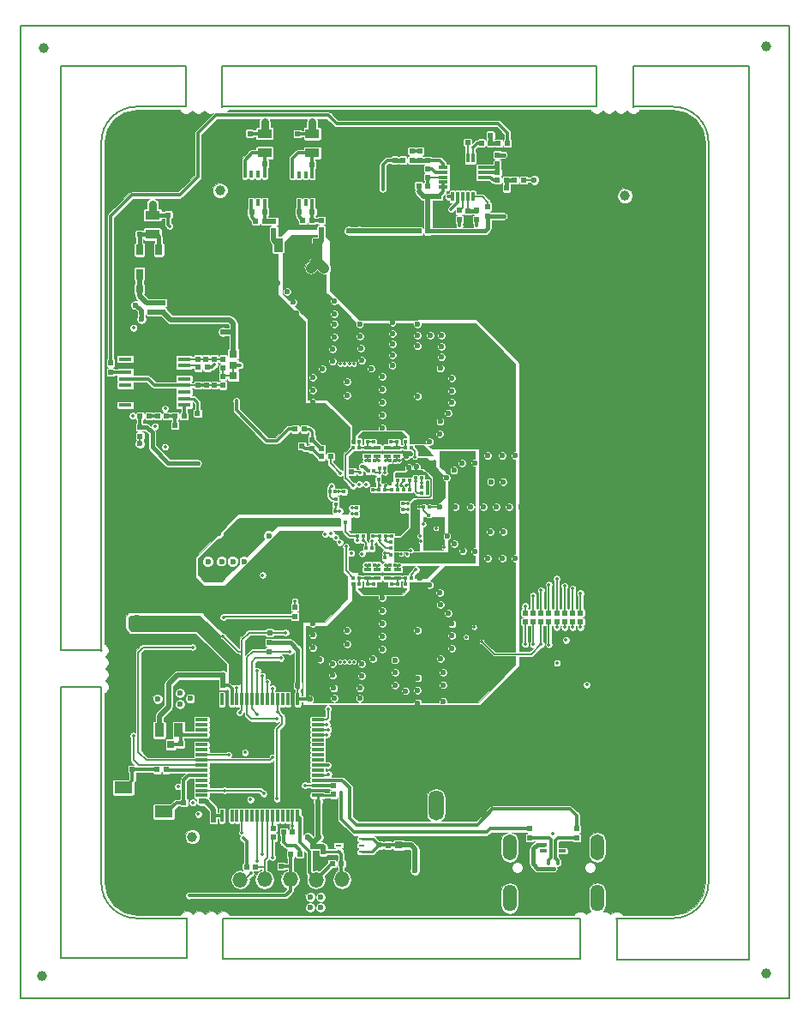
<source format=gbl>
G04 #@! TF.FileFunction,Copper,L4,Bot,Signal*
%FSLAX46Y46*%
G04 Gerber Fmt 4.6, Leading zero omitted, Abs format (unit mm)*
G04 Created by KiCad (PCBNEW 4.0.7-e2-6376~61~ubuntu18.04.1) date Mon Jul 28 12:50:59 2025*
%MOMM*%
%LPD*%
G01*
G04 APERTURE LIST*
%ADD10C,0.150000*%
%ADD11C,0.200000*%
%ADD12C,0.600000*%
%ADD13O,1.350000X2.550000*%
%ADD14O,1.350000X2.650000*%
%ADD15R,1.300000X0.400000*%
%ADD16R,0.600000X0.250000*%
%ADD17R,0.750000X1.200000*%
%ADD18R,0.495300X0.495300*%
%ADD19R,0.899160X1.399540*%
%ADD20R,1.399540X0.899160*%
%ADD21R,2.350000X1.600000*%
%ADD22R,0.300000X0.650000*%
%ADD23C,6.350000*%
%ADD24R,0.797560X0.698500*%
%ADD25R,0.299720X0.949960*%
%ADD26R,0.949960X0.299720*%
%ADD27R,2.250440X2.250440*%
%ADD28R,0.698500X0.797560*%
%ADD29O,1.524000X2.994660*%
%ADD30R,1.800000X1.200000*%
%ADD31R,0.300000X1.200000*%
%ADD32R,1.200000X0.300000*%
%ADD33R,0.700000X1.000000*%
%ADD34R,5.000000X1.496060*%
%ADD35R,0.300000X0.350000*%
%ADD36R,0.350000X0.300000*%
%ADD37C,0.500000*%
%ADD38R,0.657860X0.355600*%
%ADD39O,1.500000X1.500000*%
%ADD40C,1.000000*%
%ADD41R,0.660000X0.300000*%
%ADD42C,0.350000*%
%ADD43C,0.500000*%
%ADD44C,1.000000*%
%ADD45C,0.300000*%
%ADD46C,0.400000*%
%ADD47C,0.250000*%
%ADD48C,0.800000*%
%ADD49C,0.030000*%
%ADD50C,0.100000*%
G04 APERTURE END LIST*
D10*
D11*
X103057960Y-146451320D02*
X103080820Y-146451320D01*
X103057960Y-50419000D02*
X103057960Y-146451320D01*
X103060500Y-50416460D02*
X103060500Y-50449480D01*
X178968400Y-50416460D02*
X103060500Y-50416460D01*
X178968400Y-50464720D02*
X178968400Y-50416460D01*
X178968400Y-146451320D02*
X178968400Y-50464720D01*
X103060500Y-146451320D02*
X178968400Y-146451320D01*
X174990760Y-59098180D02*
X175021240Y-59098180D01*
X174980600Y-135610600D02*
X175011080Y-135610600D01*
X109440980Y-146453860D02*
X109440980Y-146423380D01*
X103024940Y-135171180D02*
X103055420Y-135171180D01*
X103035100Y-58658760D02*
X103065580Y-58658760D01*
X173918880Y-50416460D02*
X173918880Y-50446940D01*
X112339120Y-50391060D02*
X112339120Y-50421540D01*
X107020360Y-115686840D02*
X107015280Y-115686840D01*
X107020360Y-142471140D02*
X107020360Y-115686840D01*
X119473980Y-142471140D02*
X107020360Y-142471140D01*
X107015280Y-115686840D02*
X107015280Y-142311120D01*
X107035600Y-112087660D02*
X107027980Y-112087660D01*
X107035600Y-54394100D02*
X107035600Y-112087660D01*
X119402860Y-54394100D02*
X107035600Y-54394100D01*
X122989340Y-54394100D02*
X122989340Y-54424580D01*
X159984440Y-54394100D02*
X122989340Y-54394100D01*
X163581080Y-54416960D02*
X163581080Y-54432200D01*
X174983140Y-54416960D02*
X163581080Y-54416960D01*
X174983140Y-142575280D02*
X174983140Y-54416960D01*
X174983140Y-142580360D02*
X161945320Y-142580360D01*
X174983140Y-134713980D02*
X174983140Y-142580360D01*
X123068080Y-142476220D02*
X123068080Y-142483840D01*
X158335980Y-142519400D02*
X123070620Y-142519400D01*
X161932620Y-138523980D02*
X161932620Y-138529060D01*
X167510460Y-138523980D02*
X161932620Y-138523980D01*
X122994420Y-58392060D02*
X122994420Y-58397140D01*
X159989520Y-58392060D02*
X122994420Y-58392060D01*
X163586160Y-58402220D02*
X163586160Y-58392060D01*
X167497760Y-58402220D02*
X163586160Y-58402220D01*
X119402860Y-58397140D02*
X114523520Y-58397140D01*
X119473980Y-138523980D02*
X119473980Y-138526520D01*
X114551460Y-138523980D02*
X119473980Y-138523980D01*
X161948640Y-142583520D02*
X161948640Y-138583520D01*
X158334220Y-142517480D02*
X158334220Y-138517480D01*
X158335980Y-138529060D02*
X137594340Y-138529060D01*
X161935160Y-138526520D02*
X161935160Y-138529060D01*
X159985220Y-58395220D02*
X159985220Y-54395220D01*
X163581860Y-58423160D02*
X163581860Y-54423160D01*
X163583620Y-58394600D02*
X163583620Y-58392060D01*
X123070620Y-138521440D02*
X123070620Y-138523980D01*
X151724360Y-138521440D02*
X123070620Y-138521440D01*
X111031020Y-115684300D02*
X111036100Y-115684300D01*
X111031020Y-135016240D02*
X111031020Y-115684300D01*
X111033560Y-112097820D02*
X111036100Y-112097820D01*
X111033560Y-61899800D02*
X111033560Y-112097820D01*
X122996960Y-58399680D02*
X122996960Y-58397140D01*
X111055770Y-112088150D02*
X107055770Y-112088150D01*
X111010050Y-115687330D02*
X107010050Y-115687330D01*
X119469680Y-142471760D02*
X119469680Y-138471760D01*
X123068860Y-142517480D02*
X123068860Y-138517480D01*
X122990120Y-58413000D02*
X122990120Y-54413000D01*
X119398560Y-58400300D02*
X119398560Y-54400300D01*
X111031830Y-135023010D02*
G75*
G03X114534130Y-138520710I3500000J2300D01*
G01*
X167515960Y-138521900D02*
G75*
G03X171013660Y-135019600I-2300J3500000D01*
G01*
X114530720Y-58399220D02*
G75*
G03X111033020Y-61901520I2300J-3500000D01*
G01*
X171011040Y-61899380D02*
G75*
G03X167508740Y-58401680I-3500000J-2300D01*
G01*
X171013120Y-61905020D02*
X171013120Y-135000000D01*
D12*
X163610880Y-137806820D03*
X132205300Y-132322520D03*
X144100000Y-69500000D03*
D13*
X151380000Y-131500000D03*
X160020000Y-131500000D03*
D14*
X151380000Y-136550000D03*
X160020000Y-136550000D03*
D12*
X123184500Y-133609100D03*
X123825000Y-133037580D03*
X123207780Y-132382260D03*
X164816500Y-126690620D03*
X164813960Y-129288580D03*
X164813960Y-127988580D03*
X164854600Y-119764060D03*
X164854600Y-121064060D03*
X164857140Y-118466100D03*
X164849520Y-69009780D03*
X164849520Y-70309780D03*
X164852060Y-67711820D03*
X164864760Y-77272400D03*
X164864760Y-78572400D03*
X164867300Y-75974440D03*
X164864760Y-87282540D03*
X164864760Y-88582540D03*
X164867300Y-85984580D03*
X164849520Y-94163380D03*
X164846980Y-96761340D03*
X164846980Y-95461340D03*
X164864760Y-100315280D03*
X164864760Y-101615280D03*
X164867300Y-99017320D03*
X164869840Y-108395020D03*
X164869840Y-109695020D03*
X164872380Y-107097060D03*
X163280880Y-137686820D03*
X167230100Y-137722380D03*
X164530100Y-137722380D03*
X165930100Y-137722380D03*
X170024080Y-130403560D03*
X170024080Y-131703560D03*
X170024080Y-134403560D03*
X170024080Y-133003560D03*
X169804260Y-135558940D03*
X169204260Y-136558940D03*
X168330100Y-137272380D03*
X170038740Y-111257580D03*
X170036200Y-115255540D03*
X170036200Y-113855540D03*
X170036200Y-112555540D03*
X170036200Y-116655580D03*
X170071760Y-82631780D03*
X170071760Y-81231780D03*
X170071760Y-79931780D03*
X170071760Y-84031820D03*
X146658600Y-59337920D03*
X145358600Y-59337920D03*
X144058600Y-59337920D03*
X142658600Y-59337920D03*
X140060640Y-59335380D03*
X141360640Y-59335380D03*
X156056600Y-59337920D03*
X154756600Y-59337920D03*
X153456600Y-59337920D03*
X152056600Y-59337920D03*
X148058640Y-59335380D03*
X149458640Y-59335380D03*
X150758640Y-59335380D03*
X160169340Y-59784960D03*
X158856640Y-59337920D03*
X157456640Y-59337920D03*
X143824960Y-75496420D03*
X143818660Y-76607500D03*
X143813580Y-77906880D03*
X143813580Y-79206880D03*
X138211560Y-75382120D03*
X138207800Y-76546540D03*
X138202720Y-77845920D03*
X138202720Y-79145920D03*
X146315480Y-117730100D03*
X146318020Y-119035660D03*
X146312940Y-120335040D03*
X146312940Y-121635040D03*
X140719860Y-117796140D03*
X140722400Y-119101700D03*
X140717320Y-120401080D03*
X140717320Y-121701080D03*
D15*
X113395300Y-85906180D03*
X113395300Y-85256180D03*
X113395300Y-86556180D03*
X113395300Y-87206180D03*
X113395300Y-87856180D03*
X113395300Y-84606180D03*
X113395300Y-83956180D03*
X113395300Y-83306180D03*
X119195300Y-87856180D03*
X119195300Y-83306180D03*
X119195300Y-83956180D03*
X119195300Y-84606180D03*
X119195300Y-87206180D03*
X119195300Y-86556180D03*
X119195300Y-85256180D03*
X119195300Y-85906180D03*
D12*
X142020000Y-133800000D03*
X114980000Y-79370000D03*
X114430000Y-77970000D03*
X114560000Y-108830000D03*
X124220000Y-115060000D03*
X114560000Y-109830000D03*
X124220000Y-114200000D03*
X132428220Y-127003880D03*
X120880000Y-126980000D03*
X131628220Y-116883880D03*
X123020000Y-114530000D03*
X132518220Y-130513880D03*
X131418220Y-130513880D03*
X131958220Y-131393880D03*
X133020000Y-74350000D03*
X132370000Y-73530000D03*
X131720000Y-74330000D03*
X123040000Y-80640000D03*
X124080000Y-80660000D03*
X135490000Y-70670000D03*
X136520000Y-70660000D03*
X114850000Y-91680000D03*
X153804600Y-65630460D03*
X116580000Y-101050000D03*
X116578880Y-100126780D03*
X116580000Y-104010000D03*
X116580000Y-103060000D03*
X116548880Y-98126780D03*
X116560000Y-99080000D03*
X116560000Y-95150000D03*
X116560000Y-96120000D03*
X118670000Y-94680000D03*
X117570000Y-94680000D03*
X118690000Y-99590000D03*
X117740000Y-99590000D03*
X117620000Y-104500000D03*
X118760000Y-104500000D03*
X118673640Y-112806740D03*
X118658220Y-110893880D03*
X118757700Y-107563920D03*
X117643640Y-107546740D03*
X127170000Y-59920000D03*
X116090000Y-67990000D03*
X131860000Y-59920000D03*
X131680000Y-137460000D03*
X132690000Y-137470000D03*
X132710000Y-136420000D03*
X131700000Y-136410000D03*
X119780000Y-116830000D03*
X118810000Y-117400000D03*
X116570000Y-116850000D03*
X118810000Y-116300000D03*
D16*
X134472900Y-130670680D03*
X134472900Y-131320680D03*
X134472900Y-131970680D03*
X136772900Y-131970680D03*
X136772900Y-131320680D03*
X136772900Y-130670680D03*
D17*
X135622900Y-131320680D03*
D18*
X132749570Y-69628710D03*
X132749570Y-70527870D03*
X131849150Y-69628290D03*
X130949990Y-69628290D03*
X127169150Y-69698290D03*
X126269990Y-69698290D03*
X125879150Y-68803290D03*
X124979990Y-68803290D03*
X127170420Y-64050000D03*
X128069580Y-64050000D03*
X125709570Y-61048710D03*
X125709570Y-61947870D03*
X128069570Y-69703710D03*
X128069570Y-70602870D03*
X131850420Y-64100000D03*
X132749580Y-64100000D03*
X130414570Y-61068710D03*
X130414570Y-61967870D03*
X130559150Y-68803290D03*
X129659990Y-68803290D03*
X127169990Y-68818290D03*
X128069150Y-68818290D03*
X131859990Y-68798290D03*
X132759150Y-68798290D03*
D19*
X130454570Y-72065790D03*
X128549570Y-72065790D03*
X130429570Y-72065790D03*
X132334570Y-72065790D03*
D20*
X127164570Y-61045790D03*
X127164570Y-62950790D03*
X131859570Y-61065790D03*
X131859570Y-62970790D03*
D21*
X126194570Y-66463290D03*
D22*
X125869570Y-65088290D03*
X126519570Y-65088290D03*
X127169570Y-65088290D03*
X125219090Y-65088290D03*
X125219090Y-67838290D03*
X127169810Y-67838290D03*
X126519570Y-67838290D03*
X125869570Y-67838290D03*
D21*
X130884570Y-66483290D03*
D22*
X130559570Y-65108290D03*
X131209570Y-65108290D03*
X131859570Y-65108290D03*
X129909090Y-65108290D03*
X129909090Y-67858290D03*
X131859810Y-67858290D03*
X131209570Y-67858290D03*
X130559570Y-67858290D03*
D23*
X116062760Y-133535420D03*
X166067740Y-133532880D03*
D18*
X120575300Y-82406600D03*
X120575300Y-83305760D03*
X121400300Y-85890760D03*
X121400300Y-84991600D03*
X120570300Y-85890760D03*
X120570300Y-84991600D03*
X122220300Y-84991600D03*
X122220300Y-85890760D03*
X119184880Y-88946180D03*
X118285720Y-88946180D03*
X115744880Y-88946180D03*
X114845720Y-88946180D03*
X124975620Y-81409540D03*
X124076460Y-81409540D03*
X117479880Y-88946180D03*
X116580720Y-88946180D03*
X118285260Y-89824560D03*
X118285260Y-90723720D03*
X120525540Y-88666320D03*
X121424700Y-88666320D03*
X121474880Y-84136180D03*
X120575720Y-84136180D03*
X111932720Y-83708240D03*
X111932720Y-84607400D03*
X122185300Y-83305760D03*
X122185300Y-82406600D03*
X121370300Y-83305760D03*
X121370300Y-82406600D03*
X114850000Y-90030420D03*
X114850000Y-90929580D03*
X123035300Y-85900760D03*
X123035300Y-85001600D03*
X123045220Y-83309460D03*
X123045220Y-84208620D03*
D24*
X124068840Y-82821780D03*
X124068840Y-83913980D03*
X124079000Y-84988400D03*
X124079000Y-86080600D03*
D25*
X147726900Y-63436120D03*
X147229060Y-63436120D03*
X146728680Y-63436120D03*
X146228300Y-63436120D03*
X145727920Y-63436120D03*
D26*
X144808440Y-64355600D03*
X144808440Y-64855980D03*
X144808440Y-65356360D03*
X144808440Y-65856740D03*
X144808440Y-66354580D03*
D25*
X145727920Y-67286760D03*
X146228300Y-67286760D03*
X146728680Y-67286760D03*
X147229060Y-67286760D03*
X147726900Y-67286760D03*
D26*
X148659080Y-66364740D03*
X148659080Y-65866900D03*
X148659080Y-65366520D03*
X148659080Y-64866140D03*
X148659080Y-64365760D03*
D27*
X146736300Y-65366520D03*
D18*
X150146720Y-66431520D03*
X151045880Y-66431520D03*
X151150880Y-62001520D03*
X150251720Y-62001520D03*
X149465880Y-61216520D03*
X148566720Y-61216520D03*
X149465880Y-61986520D03*
X148566720Y-61986520D03*
X150146720Y-64861520D03*
X151045880Y-64861520D03*
X144350000Y-68149580D03*
X144350000Y-67250420D03*
X142386720Y-65356520D03*
X143285880Y-65356520D03*
X147251300Y-68656940D03*
X147251300Y-69556100D03*
X148101300Y-68651940D03*
X148101300Y-69551100D03*
X146406300Y-68651940D03*
X146406300Y-69551100D03*
X143285880Y-64531520D03*
X142386720Y-64531520D03*
X147230000Y-61949580D03*
X147230000Y-61050420D03*
X150141300Y-64061100D03*
X150141300Y-63161940D03*
X149201300Y-69196100D03*
X149201300Y-68296940D03*
X142386720Y-66201520D03*
X143285880Y-66201520D03*
X151045880Y-65636520D03*
X150146720Y-65636520D03*
X152760880Y-65636520D03*
X151861720Y-65636520D03*
X140011300Y-63681100D03*
X140011300Y-62781940D03*
X141710880Y-63686520D03*
X140811720Y-63686520D03*
X141725880Y-62796520D03*
X140826720Y-62796520D03*
X142496300Y-63691100D03*
X142496300Y-62791940D03*
X143281300Y-63691100D03*
X143281300Y-62791940D03*
X142400420Y-70670000D03*
X143299580Y-70670000D03*
X132430420Y-127680000D03*
X133329580Y-127680000D03*
X127650000Y-110329580D03*
X127650000Y-109430420D03*
X127620000Y-111280420D03*
X127620000Y-112179580D03*
X130419580Y-115520000D03*
X129520420Y-115520000D03*
X123029580Y-115550000D03*
X122130420Y-115550000D03*
X122100340Y-128778000D03*
X122100340Y-129677160D03*
X129032980Y-130023440D03*
X129932140Y-130023440D03*
X139361780Y-131310520D03*
X139361780Y-132209680D03*
X138475320Y-131302900D03*
X138475320Y-132202060D03*
X114098940Y-123802400D03*
X113199780Y-123802400D03*
X119169360Y-127102820D03*
X119169360Y-128001980D03*
X132968600Y-131970920D03*
X132968600Y-132870080D03*
X153380000Y-130579580D03*
X153380000Y-129680420D03*
X157980000Y-130579580D03*
X157980000Y-129680420D03*
X118847320Y-121315640D03*
X118847320Y-122214800D03*
X116539780Y-123847400D03*
X117438940Y-123847400D03*
X128020000Y-130529580D03*
X128020000Y-129630420D03*
D24*
X140418420Y-131307980D03*
X140418420Y-132400180D03*
D28*
X117896100Y-121330000D03*
X116803900Y-121330000D03*
D19*
X116759820Y-119940220D03*
X118664820Y-119940220D03*
D29*
X146645000Y-127390000D03*
X141565000Y-127390000D03*
X144105000Y-127390000D03*
D30*
X113204360Y-125597400D03*
X117204360Y-125597400D03*
X117204360Y-127997400D03*
X113204360Y-127997400D03*
D31*
X130430520Y-128395740D03*
X129930520Y-128395740D03*
X129430520Y-128395740D03*
X128930520Y-128395740D03*
X128430520Y-128395740D03*
X127930520Y-128395740D03*
X127430520Y-128395740D03*
X126930520Y-128395740D03*
X122930520Y-128395740D03*
X123430520Y-128395740D03*
X123930520Y-128395740D03*
X124430520Y-128395740D03*
X124930520Y-128395740D03*
X125430520Y-128395740D03*
X125930520Y-128395740D03*
X126430520Y-128395740D03*
D32*
X132430520Y-122895740D03*
X132430520Y-123395740D03*
X132430520Y-123895740D03*
X132430520Y-124395740D03*
X132430520Y-124895740D03*
X132430520Y-125395740D03*
X132430520Y-125895740D03*
X132430520Y-126395740D03*
X132430520Y-122395740D03*
X132430520Y-121895740D03*
X132430520Y-121395740D03*
X132430520Y-120895740D03*
X132430520Y-120395740D03*
X132430520Y-119895740D03*
X132430520Y-119395740D03*
X132430520Y-118895740D03*
D31*
X126430520Y-116895740D03*
X125930520Y-116895740D03*
X125430520Y-116895740D03*
X124930520Y-116895740D03*
X124430520Y-116895740D03*
X123930520Y-116895740D03*
X123430520Y-116895740D03*
X122930520Y-116895740D03*
X126930520Y-116895740D03*
X127430520Y-116895740D03*
X127930520Y-116895740D03*
X128430520Y-116895740D03*
X128930520Y-116895740D03*
X129430520Y-116895740D03*
X129930520Y-116895740D03*
X130430520Y-116895740D03*
D32*
X120930520Y-118895740D03*
X120930520Y-119395740D03*
X120930520Y-119895740D03*
X120930520Y-120395740D03*
X120930520Y-120895740D03*
X120930520Y-121395740D03*
X120930520Y-121895740D03*
X120930520Y-122395740D03*
X120930520Y-126395740D03*
X120930520Y-125895740D03*
X120930520Y-125395740D03*
X120930520Y-124895740D03*
X120930520Y-124395740D03*
X120930520Y-123895740D03*
X120930520Y-123395740D03*
X120930520Y-122895740D03*
D18*
X155240000Y-109269580D03*
X155240000Y-108370420D03*
X154460000Y-109269580D03*
X154460000Y-108370420D03*
X153680000Y-109269580D03*
X153680000Y-108370420D03*
X152900000Y-109269580D03*
X152900000Y-108370420D03*
X158360000Y-109269580D03*
X158360000Y-108370420D03*
X157580000Y-109269580D03*
X157580000Y-108370420D03*
X156800000Y-109269580D03*
X156800000Y-108370420D03*
X156020000Y-109269580D03*
X156020000Y-108370420D03*
X130150000Y-108709580D03*
X130150000Y-107810420D03*
X114792730Y-70979010D03*
X114792730Y-70079850D03*
X117110000Y-77760420D03*
X117110000Y-78659580D03*
X117640420Y-69080000D03*
X118539580Y-69080000D03*
D28*
X114781710Y-76402050D03*
X115873910Y-76402050D03*
D20*
X116087730Y-69081930D03*
X116087730Y-70986930D03*
D33*
X114792810Y-74927050D03*
X116692810Y-74927050D03*
X116692810Y-72527050D03*
X114792810Y-72527050D03*
X115742810Y-72527050D03*
D18*
X125390420Y-133440000D03*
X126289580Y-133440000D03*
X134739580Y-133140000D03*
X133840420Y-133140000D03*
X133960000Y-126299580D03*
X133960000Y-125400420D03*
X128789580Y-133370000D03*
X127890420Y-133370000D03*
X130629580Y-132180000D03*
X129730420Y-132180000D03*
D12*
X122300460Y-74534300D03*
X119948420Y-77125100D03*
X122402060Y-78224920D03*
X121076180Y-78217300D03*
X119948420Y-75890660D03*
X121063480Y-74531760D03*
X113665780Y-59686840D03*
X112791620Y-60400280D03*
X112191620Y-61400280D03*
X111971800Y-63955660D03*
X111971800Y-62555660D03*
X111971800Y-65255660D03*
X111971800Y-66555660D03*
X111971800Y-67955660D03*
X116065780Y-59236840D03*
X117465780Y-59236840D03*
X114765780Y-59236840D03*
D23*
X116017040Y-63388240D03*
X166022020Y-63385700D03*
D12*
X170173420Y-62134440D03*
X170173420Y-66134440D03*
X170173420Y-64834440D03*
X170173420Y-63434440D03*
X161467300Y-59787500D03*
X162867300Y-59787500D03*
X166854600Y-59340460D03*
X165454600Y-59340460D03*
X168009980Y-59560280D03*
X169009980Y-60160280D03*
X169723420Y-61034440D03*
X137267220Y-124939520D03*
X136025160Y-124550900D03*
X135103140Y-123735560D03*
X134501160Y-122653520D03*
X134168420Y-121579100D03*
X137401840Y-122475720D03*
X136655080Y-121683240D03*
X170047920Y-122635060D03*
X170047920Y-125125060D03*
X170044880Y-121121360D03*
X170047920Y-126635060D03*
X170054880Y-118431360D03*
X170047920Y-129325060D03*
X168747920Y-129325060D03*
X168754880Y-118431360D03*
X168747920Y-126635060D03*
X168744880Y-121121360D03*
X168747920Y-125125060D03*
X168747920Y-122635060D03*
X166147920Y-122635060D03*
X166147920Y-125125060D03*
X166144880Y-121121360D03*
X166147920Y-126635060D03*
X166154880Y-118431360D03*
X166147920Y-129325060D03*
X167447920Y-129325060D03*
X167454880Y-118431360D03*
X167447920Y-126635060D03*
X167444880Y-121121360D03*
X167447920Y-125125060D03*
X167447920Y-122635060D03*
X164842360Y-125127600D03*
X164842360Y-122637600D03*
X158324720Y-122637600D03*
X158324720Y-125127600D03*
X160930280Y-122635060D03*
X160930280Y-125125060D03*
X159630280Y-125125060D03*
X159630280Y-122635060D03*
X162230280Y-122635060D03*
X162230280Y-125125060D03*
X163530280Y-125125060D03*
X163530280Y-122635060D03*
X150510240Y-122635060D03*
X150510240Y-125125060D03*
X149210240Y-125125060D03*
X149210240Y-122635060D03*
X146610240Y-122635060D03*
X146610240Y-125125060D03*
X147910240Y-125125060D03*
X147910240Y-122635060D03*
X145304680Y-125127600D03*
X145304680Y-122637600D03*
X151822320Y-122637600D03*
X151822320Y-125127600D03*
X154427880Y-122635060D03*
X154427880Y-125125060D03*
X153127880Y-125125060D03*
X153127880Y-122635060D03*
X155727880Y-122635060D03*
X155727880Y-125125060D03*
X157027880Y-125125060D03*
X157027880Y-122635060D03*
X144005300Y-122632520D03*
X144005300Y-125122520D03*
X142705300Y-125122520D03*
X142705300Y-122632520D03*
X140105300Y-122632520D03*
X140105300Y-125122520D03*
X141405300Y-125122520D03*
X141405300Y-122632520D03*
X138799740Y-125125060D03*
X138799740Y-122635060D03*
X134052360Y-120503780D03*
X136542360Y-120516480D03*
X134049820Y-118070940D03*
X136539820Y-118083640D03*
X136539820Y-119383640D03*
X134049820Y-119370940D03*
X134049820Y-116778560D03*
X136539820Y-116791260D03*
X136542360Y-76275720D03*
X134052360Y-76275720D03*
X134052360Y-78868100D03*
X136542360Y-78868100D03*
X136542360Y-77568100D03*
X134052360Y-77568100D03*
X136544900Y-79840920D03*
X134054900Y-79840920D03*
X138827680Y-71946820D03*
X138827680Y-74436820D03*
X141433240Y-71944280D03*
X141433240Y-74434280D03*
X140133240Y-74434280D03*
X140133240Y-71944280D03*
X142733240Y-71944280D03*
X142733240Y-74434280D03*
X144033240Y-74434280D03*
X144033240Y-71944280D03*
X163545520Y-102989380D03*
X163527740Y-105625480D03*
X164839820Y-103138020D03*
X164839820Y-105628020D03*
X167445380Y-103135480D03*
X167445380Y-105625480D03*
X167442340Y-101621780D03*
X167445380Y-107135480D03*
X167452340Y-98931780D03*
X167445380Y-109825480D03*
X166145380Y-109825480D03*
X166152340Y-98931780D03*
X166145380Y-107135480D03*
X166142340Y-101621780D03*
X166145380Y-105625480D03*
X166145380Y-103135480D03*
X168745380Y-103135480D03*
X168745380Y-105625480D03*
X168742340Y-101621780D03*
X168745380Y-107135480D03*
X168752340Y-98931780D03*
X168745380Y-109825480D03*
X170045380Y-109825480D03*
X170052340Y-98931780D03*
X170045380Y-107135480D03*
X170042340Y-101621780D03*
X170045380Y-105625480D03*
X170045380Y-103135480D03*
X170070780Y-90166240D03*
X170070780Y-92656240D03*
X170067740Y-88652540D03*
X170070780Y-94166240D03*
X170077740Y-85962540D03*
X170070780Y-96856240D03*
X168770780Y-96856240D03*
X168777740Y-85962540D03*
X168770780Y-94166240D03*
X168767740Y-88652540D03*
X168770780Y-92656240D03*
X168770780Y-90166240D03*
X166170780Y-90166240D03*
X166170780Y-92656240D03*
X166167740Y-88652540D03*
X166170780Y-94166240D03*
X166177740Y-85962540D03*
X166170780Y-96856240D03*
X167470780Y-96856240D03*
X167477740Y-85962540D03*
X167470780Y-94166240D03*
X167467740Y-88652540D03*
X167470780Y-92656240D03*
X167470780Y-90166240D03*
X164865220Y-92658780D03*
X164865220Y-90168780D03*
X163669980Y-92793820D03*
X163616640Y-90187780D03*
X157055820Y-71946820D03*
X157055820Y-74436820D03*
X155755820Y-74436820D03*
X155755820Y-71946820D03*
X153155820Y-71946820D03*
X153155820Y-74436820D03*
X154455820Y-74436820D03*
X154455820Y-71946820D03*
X151850260Y-74439360D03*
X151850260Y-71949360D03*
X145332620Y-71949360D03*
X145332620Y-74439360D03*
X147938180Y-71946820D03*
X147938180Y-74436820D03*
X146638180Y-74436820D03*
X146638180Y-71946820D03*
X149238180Y-71946820D03*
X149238180Y-74436820D03*
X150538180Y-74436820D03*
X150538180Y-71946820D03*
X163558220Y-71946820D03*
X163558220Y-74436820D03*
X162258220Y-74436820D03*
X162258220Y-71946820D03*
X159658220Y-71946820D03*
X159658220Y-74436820D03*
X160958220Y-74436820D03*
X160958220Y-71946820D03*
X158352660Y-74439360D03*
X158352660Y-71949360D03*
X164870300Y-71949360D03*
X164870300Y-74439360D03*
X167475860Y-71946820D03*
X167475860Y-74436820D03*
X167472820Y-70433120D03*
X167475860Y-75946820D03*
X167482820Y-67743120D03*
X167475860Y-78636820D03*
X166175860Y-78636820D03*
X166182820Y-67743120D03*
X166175860Y-75946820D03*
X166172820Y-70433120D03*
X166175860Y-74436820D03*
X166175860Y-71946820D03*
X168775860Y-71946820D03*
X168775860Y-74436820D03*
X168772820Y-70433120D03*
X168775860Y-75946820D03*
X168782820Y-67743120D03*
X168775860Y-78636820D03*
X170075860Y-78636820D03*
X170082820Y-67743120D03*
X170075860Y-75946820D03*
X170072820Y-70433120D03*
X170075860Y-74436820D03*
X170075860Y-71946820D03*
D34*
X168201340Y-77292640D03*
X168201340Y-69092640D03*
D12*
X137483120Y-74541920D03*
X136690640Y-75288680D03*
X137587260Y-72055260D03*
X136512840Y-72388000D03*
X135430800Y-72989980D03*
X134615460Y-73912000D03*
X134226840Y-75154060D03*
D18*
X132773420Y-92163900D03*
X133672580Y-92163900D03*
X130167380Y-90220800D03*
X131066540Y-90220800D03*
X132773420Y-92938600D03*
X133672580Y-92938600D03*
D35*
X138507520Y-94059280D03*
X139057520Y-94059280D03*
X135944660Y-105545160D03*
X136494660Y-105545160D03*
D36*
X143387540Y-98739820D03*
X143387540Y-99289820D03*
D12*
X135287300Y-86905460D03*
X142285720Y-86995000D03*
X136372060Y-92829920D03*
X141192980Y-92890880D03*
D37*
X137286460Y-99502360D03*
D38*
X137306780Y-92057760D03*
X137306780Y-92921360D03*
X138265580Y-92058140D03*
X138265580Y-92921740D03*
X139298140Y-92057760D03*
X139298140Y-92921360D03*
X140255720Y-92057760D03*
X140255720Y-92921360D03*
D36*
X140276300Y-96209580D03*
X140276300Y-96759580D03*
X140876300Y-95259580D03*
X140876300Y-94709580D03*
X140876300Y-96209580D03*
X140876300Y-96759580D03*
X141476300Y-95259580D03*
X141476300Y-94709580D03*
X141476300Y-96209580D03*
X141476300Y-96759580D03*
D35*
X138401300Y-95184580D03*
X138951300Y-95184580D03*
D36*
X139576300Y-95659580D03*
X139576300Y-95109580D03*
D35*
X137951300Y-94384580D03*
X137401300Y-94384580D03*
D36*
X137876300Y-96209580D03*
X137876300Y-96759580D03*
X138476300Y-96209580D03*
X138476300Y-96759580D03*
X139676300Y-96209580D03*
X139676300Y-96759580D03*
X139076300Y-96209580D03*
X139076300Y-96759580D03*
D35*
X140851300Y-97584580D03*
X140301300Y-97584580D03*
X140851300Y-98184580D03*
X140301300Y-98184580D03*
D36*
X142676300Y-95059580D03*
X142676300Y-94509580D03*
X142076300Y-95059580D03*
X142076300Y-94509580D03*
D35*
X143251300Y-95984580D03*
X142701300Y-95984580D03*
X143251300Y-96584580D03*
X142701300Y-96584580D03*
D36*
X140276300Y-95259580D03*
X140276300Y-94709580D03*
D35*
X141079840Y-92058140D03*
X141629840Y-92058140D03*
X136494660Y-92060300D03*
X135944660Y-92060300D03*
X141629840Y-91458140D03*
X141079840Y-91458140D03*
X135944680Y-91458140D03*
X136494680Y-91458140D03*
D36*
X140258140Y-91469080D03*
X140258140Y-90919080D03*
X139658140Y-91469080D03*
X139658140Y-90919080D03*
D18*
X135776300Y-93535000D03*
X135776300Y-94434160D03*
D12*
X131186460Y-98302360D03*
X131942300Y-101176360D03*
X131220940Y-101902800D03*
X129707100Y-98301080D03*
X127589280Y-100782120D03*
X127664940Y-95816960D03*
D37*
X139786460Y-98802360D03*
X138786460Y-98802360D03*
X138286460Y-98102360D03*
X140386460Y-99502360D03*
X138786460Y-97402360D03*
X137286460Y-98102360D03*
X137786460Y-98802360D03*
X139286460Y-98102360D03*
X137286460Y-96702360D03*
X136786460Y-97402360D03*
X137786460Y-97402360D03*
X139686460Y-97402360D03*
X138286460Y-99502360D03*
X139286460Y-99502360D03*
X140386460Y-100402360D03*
D35*
X135008920Y-96402360D03*
X135558920Y-96402360D03*
X133608920Y-96402360D03*
X134158920Y-96402360D03*
X134158920Y-98302360D03*
X133608920Y-98302360D03*
D36*
X134183920Y-97677360D03*
X134183920Y-97127360D03*
D12*
X142285360Y-110098020D03*
X135284760Y-110100560D03*
X141200600Y-104173560D03*
X144488360Y-97903560D03*
X149496780Y-95420180D03*
X149479000Y-100385880D03*
D36*
X136886460Y-100762120D03*
X136886460Y-100212120D03*
X136286460Y-100762120D03*
X136286460Y-100212120D03*
D35*
X137761460Y-101987120D03*
X137211460Y-101987120D03*
D36*
X139686460Y-100762120D03*
X139686460Y-100212120D03*
X139086460Y-100762120D03*
X139086460Y-100212120D03*
X138486460Y-100762120D03*
X138486460Y-100212120D03*
X137886460Y-100762120D03*
X137886460Y-100212120D03*
D35*
X139620040Y-102616540D03*
X140170040Y-102616540D03*
X139611460Y-101387120D03*
X140161460Y-101387120D03*
X139611460Y-101987120D03*
X140161460Y-101987120D03*
D38*
X140268420Y-104945720D03*
X140268420Y-104082120D03*
X139308300Y-104945720D03*
X139308300Y-104082120D03*
X137319480Y-104948260D03*
X137319480Y-104084660D03*
X138274520Y-104948260D03*
X138274520Y-104084660D03*
D36*
X139671520Y-105534320D03*
X139671520Y-106084320D03*
X137314400Y-105534320D03*
X137314400Y-106084320D03*
D35*
X141078000Y-104943180D03*
X141628000Y-104943180D03*
X136494660Y-104945720D03*
X135944660Y-104945720D03*
X141628000Y-105547700D03*
X141078000Y-105547700D03*
D36*
X140270960Y-105536860D03*
X140270960Y-106086860D03*
D35*
X136211460Y-98002360D03*
X136761460Y-98002360D03*
X136211460Y-98602360D03*
X136761460Y-98602360D03*
X135138300Y-99428840D03*
X134588300Y-99428840D03*
X142881400Y-97902300D03*
X143431400Y-97902300D03*
X139062600Y-102941660D03*
X138512600Y-102941660D03*
D36*
X137916380Y-105534320D03*
X137916380Y-106084320D03*
D12*
X125831060Y-75255660D03*
X127187420Y-75423300D03*
X128429480Y-75811920D03*
X129351500Y-76627260D03*
X129953480Y-77709300D03*
X130286220Y-78783720D03*
X130354800Y-79949580D03*
X130524980Y-83602100D03*
X130633080Y-84904160D03*
X125810740Y-77704220D03*
X127052800Y-77887100D03*
X127799560Y-78679580D03*
X127929100Y-79817500D03*
X130527520Y-82390520D03*
X130489420Y-81148460D03*
X130629620Y-87189560D03*
X130646200Y-86083200D03*
X126463360Y-86567560D03*
X126501620Y-79820040D03*
X126481840Y-88432640D03*
X125183920Y-103341600D03*
X126453920Y-103341600D03*
X127898620Y-103340440D03*
X130403060Y-102629240D03*
X129161000Y-102652100D03*
X132710460Y-98302360D03*
X125867180Y-98298480D03*
X127137180Y-98298480D03*
X128407180Y-98298480D03*
X129239740Y-93922120D03*
X130481800Y-93944980D03*
X127977360Y-93233780D03*
X126532660Y-93232620D03*
X125262660Y-93232620D03*
X131299680Y-94671420D03*
X132021040Y-95397860D03*
X131898740Y-85121240D03*
X131896200Y-86383620D03*
X131891500Y-87549260D03*
X135061420Y-92073000D03*
X134091140Y-91417680D03*
X133059900Y-89421240D03*
X132264880Y-88583040D03*
X133080220Y-90625200D03*
X138785120Y-91385220D03*
X138785120Y-90115220D03*
X138785120Y-85035220D03*
X138785120Y-87575220D03*
X138785120Y-86305220D03*
X138785120Y-88845220D03*
X145661220Y-85179660D03*
X145663760Y-86442040D03*
X145668460Y-87607680D03*
X142498540Y-92131420D03*
X143468820Y-91476100D03*
X144500060Y-89479660D03*
X145295080Y-88641460D03*
X144479740Y-90683620D03*
X133087840Y-106322400D03*
X132272500Y-108364560D03*
X133067520Y-107526360D03*
X134098760Y-105529920D03*
X135069040Y-104874600D03*
X131899120Y-109398340D03*
X131903820Y-110563980D03*
X131906360Y-111826360D03*
X138782460Y-108160800D03*
X138782460Y-110700800D03*
X138782460Y-109430800D03*
X138782460Y-111970800D03*
X138782460Y-106890800D03*
X138782460Y-105620800D03*
X144487360Y-106380820D03*
X145302700Y-108422980D03*
X144507680Y-107584780D03*
X143476440Y-105588340D03*
X142506160Y-104933020D03*
X145676080Y-109456760D03*
X145671380Y-110622400D03*
X145668840Y-111884780D03*
X144512760Y-112921320D03*
X136374600Y-104115140D03*
X140019880Y-113027780D03*
X145178240Y-100808060D03*
X145899600Y-101534500D03*
X151936620Y-102973300D03*
X150666620Y-102973300D03*
X149221920Y-102972140D03*
X154476620Y-102973300D03*
X153206620Y-102973300D03*
X146717480Y-102260940D03*
X147959540Y-102283800D03*
X148792100Y-97907440D03*
X150062100Y-97907440D03*
X151332100Y-97907440D03*
X147913820Y-93548740D03*
X146671760Y-93571600D03*
X149176200Y-92860400D03*
X150620900Y-92859240D03*
X151890900Y-92859240D03*
X147492180Y-97904840D03*
X145853880Y-94298040D03*
X145132520Y-95024480D03*
X146012820Y-97903560D03*
X132219160Y-94422500D03*
X131482560Y-93673200D03*
X130664680Y-92946760D03*
X128254760Y-90632280D03*
X129262600Y-91488800D03*
X129999200Y-92238100D03*
X127591820Y-89938860D03*
X126990520Y-89161640D03*
X130697700Y-88194420D03*
X132219160Y-89865740D03*
X131454620Y-89093580D03*
X125318040Y-82063420D03*
X125318040Y-83333420D03*
X125318040Y-85873420D03*
X125318040Y-84603420D03*
X125318040Y-80793420D03*
X142186120Y-93952600D03*
X141383480Y-94044040D03*
D36*
X137304240Y-91469160D03*
X137304240Y-90919160D03*
X137903680Y-91469160D03*
X137903680Y-90919160D03*
D12*
X126463360Y-87497560D03*
X126567660Y-83185540D03*
X127532860Y-83216020D03*
X128482820Y-83216020D03*
X129498820Y-83216020D03*
D18*
X130858260Y-91904820D03*
X130858260Y-91005660D03*
X131841240Y-92168980D03*
X131841240Y-91269820D03*
D12*
X135293100Y-85562440D03*
X124790220Y-98278160D03*
X142260320Y-79890620D03*
X139775320Y-79678820D03*
X144623060Y-83120960D03*
X144508760Y-84228400D03*
D34*
X168201340Y-95499360D03*
X168201340Y-87299360D03*
D12*
X159193940Y-93298920D03*
X160272500Y-92100700D03*
X161299320Y-91111700D03*
X162473640Y-90439240D03*
X156625720Y-96708920D03*
X158038580Y-96625260D03*
X159138580Y-96325260D03*
X160486520Y-95515120D03*
X161553320Y-94526120D03*
X162618520Y-93383120D03*
X158028580Y-93965260D03*
X156828580Y-94115260D03*
D34*
X168191180Y-108478760D03*
X168191180Y-100278760D03*
D12*
X144795720Y-117090340D03*
X142287240Y-117257100D03*
X135288020Y-111439960D03*
X142285360Y-110100560D03*
D34*
X168198800Y-127980880D03*
X168198800Y-119780880D03*
D12*
X121495840Y-100477800D03*
X121577100Y-103334820D03*
X121826040Y-95767540D03*
X120653120Y-95766980D03*
X120432700Y-98355180D03*
X121526320Y-98633760D03*
X133986620Y-115809080D03*
X133857080Y-114541620D03*
X133852380Y-113375980D03*
X136732740Y-113398840D03*
X136737440Y-114564480D03*
X136593580Y-115803680D03*
X142288260Y-114802920D03*
X142277560Y-115992180D03*
X140040360Y-114261900D03*
X140025120Y-115501420D03*
X162318700Y-105310940D03*
X161312020Y-104671460D03*
X156693820Y-101688920D03*
X157943820Y-101788920D03*
X162531220Y-102300040D03*
X161516020Y-101357040D03*
X160449220Y-100268040D03*
X159204620Y-99506040D03*
X158010820Y-99150440D03*
X160235200Y-103632460D03*
X159056640Y-102484240D03*
X156638660Y-99153040D03*
X136657080Y-82247740D03*
X136588500Y-81081880D03*
X136753600Y-83459320D03*
X133855460Y-83548220D03*
X133891020Y-82339180D03*
X134063740Y-81114900D03*
X132869020Y-84252560D03*
X137669620Y-84239860D03*
X139773660Y-80777080D03*
X139778740Y-81836260D03*
X139760960Y-83939380D03*
X139773660Y-82915760D03*
X142247620Y-82019140D03*
X142242540Y-80959960D03*
X144619980Y-80995520D03*
X144625060Y-82054700D03*
X143512540Y-80959960D03*
X122890300Y-95780240D03*
X124079020Y-93494240D03*
X122902980Y-93489780D03*
X121744760Y-94510240D03*
X121752360Y-93505020D03*
X122943640Y-103336740D03*
X124028220Y-103313880D03*
X122643900Y-100545900D03*
X122674400Y-98369600D03*
X123751360Y-98389920D03*
X144790160Y-115483640D03*
X144805400Y-114244120D03*
X141074140Y-116070380D03*
X152863720Y-101865860D03*
X154133720Y-101865860D03*
X155322440Y-101682980D03*
X154098160Y-98906760D03*
X152828160Y-98906760D03*
X155309740Y-99158220D03*
X153005960Y-93910580D03*
X154275960Y-93910580D03*
X152475100Y-97907440D03*
X153000880Y-96957480D03*
X154275960Y-96846820D03*
X155533260Y-94093460D03*
X155396100Y-96689340D03*
X132643340Y-112967040D03*
X137870660Y-112918780D03*
X150728680Y-95420180D03*
X150750440Y-100376320D03*
X120277400Y-100673580D03*
D18*
X114980420Y-78660000D03*
X115879580Y-78660000D03*
D39*
X122294460Y-134709000D03*
X124765880Y-134709000D03*
X127156020Y-134688680D03*
X129683320Y-134686140D03*
X132241100Y-134696300D03*
X134811580Y-134688680D03*
D40*
X120025160Y-130464560D03*
X122753120Y-66672460D03*
X162745420Y-67203320D03*
X105328720Y-52611020D03*
X176745900Y-52425600D03*
X176750980Y-144000220D03*
X105204260Y-144231360D03*
D35*
X138062380Y-103624380D03*
X137512380Y-103624380D03*
X137509840Y-93375480D03*
X138059840Y-93375480D03*
X140063900Y-103626920D03*
X139513900Y-103626920D03*
X139511360Y-93372940D03*
X140061360Y-93372940D03*
D41*
X156580000Y-130580000D03*
X156580000Y-131230000D03*
X156580000Y-131880000D03*
X154740000Y-131880000D03*
X154740000Y-131230000D03*
X154740000Y-130580000D03*
D42*
X143776160Y-101504020D03*
X133751320Y-95851980D03*
X136768300Y-93911960D03*
X143252920Y-95453740D03*
X144845500Y-93759560D03*
X145366200Y-93495400D03*
X145058860Y-93015340D03*
X158980000Y-115460000D03*
X133416040Y-123398280D03*
X125050000Y-130620000D03*
X129032980Y-131012980D03*
X117780000Y-70180000D03*
X124370000Y-87450000D03*
X122220000Y-83870000D03*
X134620000Y-94576900D03*
X137184860Y-95677260D03*
X120566180Y-93606620D03*
X124720000Y-83920000D03*
X116337080Y-89964260D03*
X138830000Y-66550000D03*
X138437080Y-93373480D03*
X137139140Y-93373480D03*
X137136600Y-103630000D03*
X138434540Y-103630000D03*
X139135580Y-103630000D03*
X140433520Y-103630000D03*
X140436060Y-93373480D03*
X139138120Y-93373480D03*
X127962660Y-122643900D03*
X120030000Y-111760000D03*
X136511760Y-95679800D03*
X133430000Y-117850000D03*
X152900000Y-111440000D03*
X133310000Y-119390000D03*
X153680000Y-111470000D03*
X133300000Y-120390000D03*
X155240000Y-111500000D03*
X133450000Y-119900000D03*
X154460000Y-111470000D03*
X148600000Y-111200000D03*
X156800000Y-109790000D03*
X147050000Y-110760000D03*
X126930000Y-114600000D03*
X126430000Y-114100000D03*
X147860000Y-109790000D03*
X156020000Y-109790000D03*
X127430000Y-115210000D03*
X157580000Y-109800000D03*
X156930000Y-111050000D03*
X158360000Y-109800000D03*
X127930000Y-115820000D03*
X156050000Y-113320000D03*
X123100000Y-108800000D03*
X123600000Y-122390000D03*
X152900000Y-107700000D03*
X140639260Y-102535260D03*
X153680000Y-106700000D03*
X141223460Y-102573360D03*
X142590000Y-101270000D03*
X155240000Y-105570000D03*
X141586460Y-102202360D03*
X154460000Y-106150000D03*
X144910000Y-101920000D03*
X156800000Y-105720000D03*
X142500000Y-100800000D03*
X156020000Y-105000000D03*
X144090000Y-100020000D03*
X157580000Y-105980000D03*
X142874460Y-99626960D03*
X158360000Y-106450000D03*
X130150000Y-107230000D03*
X135724360Y-102484460D03*
X124930000Y-130050000D03*
X128430000Y-118160000D03*
X128370000Y-126730000D03*
X120610000Y-128230000D03*
X124430000Y-115730000D03*
X126960000Y-132180000D03*
X120050000Y-127110000D03*
X126430000Y-132870000D03*
X118600000Y-125510000D03*
X119700040Y-136281160D03*
X114190780Y-120487440D03*
X125790000Y-134100000D03*
X131150000Y-125400000D03*
X127076200Y-126227840D03*
X125760000Y-126800000D03*
X123220000Y-125890000D03*
X136791160Y-102522560D03*
X125230000Y-122150000D03*
X129930000Y-129400000D03*
X133134100Y-100604320D03*
X128340000Y-118830000D03*
X134580000Y-101400000D03*
X129670000Y-112180000D03*
X134730000Y-126100000D03*
X133490000Y-124290000D03*
X135963730Y-113196370D03*
X135529390Y-113198910D03*
X135044250Y-113196370D03*
X134607370Y-113198910D03*
X154860000Y-111110000D03*
X147250000Y-70170000D03*
X139056840Y-94536800D03*
X138514550Y-102465410D03*
X135975160Y-83797140D03*
X135540820Y-83799680D03*
X135055680Y-83797140D03*
X134618800Y-83799680D03*
X152507950Y-96093350D03*
X152505410Y-95659010D03*
X152507950Y-95173870D03*
X152505410Y-94736990D03*
X152514300Y-99716660D03*
X152516840Y-100153540D03*
X152514300Y-100638680D03*
X152516840Y-101073020D03*
X123060000Y-110730000D03*
X148100000Y-70170000D03*
X124690000Y-118210000D03*
X129230000Y-110330000D03*
X134174960Y-100922360D03*
X146410000Y-70170000D03*
X126460000Y-118370000D03*
X133717760Y-100541360D03*
X128760000Y-112850000D03*
X135886460Y-95802360D03*
X135786460Y-98002360D03*
X135786460Y-98602360D03*
X135201120Y-101839300D03*
X141286460Y-98202360D03*
X142117540Y-104112600D03*
X142008320Y-92964540D03*
X141286460Y-97602360D03*
X122029220Y-104465120D03*
X122562620Y-104145080D03*
X122029220Y-104462580D03*
X121394220Y-104193340D03*
X122562620Y-104142540D03*
X142686460Y-95502360D03*
X142086460Y-95402360D03*
X140186460Y-95752360D03*
X140686460Y-95752360D03*
X134486460Y-96402360D03*
X136286460Y-101202360D03*
X136886460Y-101202360D03*
X141186460Y-95752360D03*
X134586460Y-98302360D03*
X139086460Y-95802360D03*
X139086460Y-101202360D03*
X138486460Y-95802360D03*
X142437580Y-97902300D03*
X138486460Y-101202360D03*
X138508200Y-94536800D03*
X139064460Y-102466680D03*
X155120000Y-133600000D03*
X155700000Y-133600000D03*
X150770000Y-69200000D03*
X150780000Y-63160000D03*
X155600000Y-130140000D03*
X156100000Y-133100000D03*
X155200000Y-133100000D03*
X136586460Y-94502360D03*
X145310000Y-67290000D03*
X127930000Y-132510000D03*
X145580000Y-68520000D03*
X114122200Y-88915240D03*
X114220000Y-80230000D03*
X117322600Y-88193880D03*
X117320060Y-91981020D03*
X126970000Y-104640000D03*
X143986980Y-94303120D03*
X143986980Y-94902560D03*
X143986460Y-93502360D03*
X137786460Y-101287120D03*
X140686460Y-101202360D03*
D43*
X128069570Y-70602870D02*
X128069570Y-71585790D01*
X128069570Y-71585790D02*
X128549570Y-72065790D01*
D10*
X143387540Y-101115400D02*
X143776160Y-101504020D01*
X143387540Y-99289820D02*
X143387540Y-101115400D01*
D44*
X132370000Y-73530000D02*
X132370000Y-73700000D01*
X132370000Y-73700000D02*
X133020000Y-74350000D01*
X132370000Y-73530000D02*
X132370000Y-73680000D01*
X132370000Y-73680000D02*
X131720000Y-74330000D01*
X132370000Y-73530000D02*
X132370000Y-72101220D01*
X132370000Y-72101220D02*
X132334570Y-72065790D01*
D43*
X132749570Y-70527870D02*
X132749570Y-71650790D01*
X132749570Y-71650790D02*
X132334570Y-72065790D01*
D11*
X133608920Y-96877360D02*
X133608920Y-96402360D01*
X133858920Y-97127360D02*
X133608920Y-96877360D01*
X134183920Y-97127360D02*
X133858920Y-97127360D01*
X133608920Y-95994380D02*
X133751320Y-95851980D01*
X133608920Y-96402360D02*
X133608920Y-95994380D01*
D45*
X137401300Y-94384580D02*
X136928680Y-93911960D01*
X136928680Y-93911960D02*
X136768300Y-93911960D01*
D11*
X140170040Y-102616540D02*
X140688200Y-103134700D01*
D45*
X145058860Y-93015340D02*
X145058860Y-93002640D01*
D11*
X147022280Y-93015340D02*
X145058860Y-93015340D01*
X147268660Y-93261720D02*
X147022280Y-93015340D01*
X147268660Y-95573120D02*
X147268660Y-93261720D01*
X146765740Y-96076040D02*
X147268660Y-95573120D01*
X146765740Y-98532220D02*
X146765740Y-96076040D01*
X147349940Y-99116420D02*
X146765740Y-98532220D01*
X147349940Y-102657180D02*
X147349940Y-99116420D01*
D45*
X145058860Y-93002640D02*
X145366200Y-93309980D01*
X145366200Y-93309980D02*
X145366200Y-93495400D01*
X145058860Y-93546200D02*
X145058860Y-93002640D01*
X144860740Y-93744320D02*
X145058860Y-93546200D01*
D11*
X144860740Y-93744320D02*
X144845500Y-93759560D01*
D45*
X143251300Y-95455360D02*
X143252920Y-95453740D01*
X143251300Y-95455360D02*
X143251300Y-95984580D01*
X143251300Y-95984580D02*
X143251300Y-96584580D01*
D11*
X146872420Y-103134700D02*
X147349940Y-102657180D01*
X140688200Y-103134700D02*
X146872420Y-103134700D01*
D43*
X124076460Y-81409540D02*
X124076460Y-80663540D01*
X124076460Y-80663540D02*
X124080000Y-80660000D01*
X124076460Y-81409540D02*
X124076460Y-82814160D01*
X124076460Y-82814160D02*
X124068840Y-82821780D01*
X124080000Y-80660000D02*
X124080000Y-82810620D01*
X124080000Y-82810620D02*
X124068840Y-82821780D01*
X117110000Y-78659580D02*
X115880000Y-78659580D01*
X115880000Y-78659580D02*
X115879580Y-78660000D01*
X123040000Y-80640000D02*
X124060000Y-80640000D01*
X124060000Y-80640000D02*
X124080000Y-80660000D01*
X124080000Y-80660000D02*
X124080000Y-79810000D01*
X122330000Y-79420000D02*
X117870420Y-79420000D01*
X117870420Y-79420000D02*
X117110000Y-78659580D01*
X123690000Y-79420000D02*
X122330000Y-79420000D01*
X124080000Y-79810000D02*
X123690000Y-79420000D01*
X142400420Y-70670000D02*
X135490000Y-70670000D01*
D46*
X114980420Y-78660000D02*
X114980420Y-79369580D01*
X114980420Y-79369580D02*
X114980000Y-79370000D01*
X114980420Y-78660000D02*
X114980420Y-78520420D01*
X114980420Y-78520420D02*
X114430000Y-77970000D01*
D43*
X114560000Y-108830000D02*
X114560000Y-109830000D01*
X124220000Y-115060000D02*
X124220000Y-114200000D01*
X124220000Y-114200000D02*
X124220000Y-113230000D01*
X120820000Y-109830000D02*
X114560000Y-109830000D01*
X124220000Y-113230000D02*
X120820000Y-109830000D01*
X131958220Y-131393880D02*
X132893880Y-131393880D01*
X132968600Y-131468600D02*
X132968600Y-131970920D01*
X132893880Y-131393880D02*
X132968600Y-131468600D01*
X131958220Y-131393880D02*
X131958220Y-131053880D01*
D45*
X133413500Y-123395740D02*
X133416040Y-123398280D01*
X132430520Y-123395740D02*
X133413500Y-123395740D01*
D46*
X130419580Y-115520000D02*
X130419580Y-112019580D01*
X130419580Y-112019580D02*
X129680420Y-111280420D01*
D11*
X130430520Y-116895740D02*
X130430520Y-115530940D01*
X130430520Y-115530940D02*
X130419580Y-115520000D01*
D45*
X125390420Y-130960420D02*
X125050000Y-130620000D01*
X125390420Y-133440000D02*
X125390420Y-130960420D01*
X129032980Y-130023440D02*
X129032980Y-131012980D01*
X130629580Y-131829580D02*
X130629580Y-132180000D01*
X130190000Y-131390000D02*
X130629580Y-131829580D01*
X129410000Y-131390000D02*
X130190000Y-131390000D01*
X129032980Y-131012980D02*
X129410000Y-131390000D01*
X134472900Y-131970680D02*
X134739580Y-132237360D01*
X134739580Y-132237360D02*
X134739580Y-133140000D01*
X134739580Y-133140000D02*
X134739580Y-134616680D01*
X134739580Y-134616680D02*
X134811580Y-134688680D01*
D43*
X122100340Y-128778000D02*
X122100340Y-127760340D01*
X121320000Y-126980000D02*
X120880000Y-126980000D01*
X122100340Y-127760340D02*
X121320000Y-126980000D01*
X123020000Y-114530000D02*
X118520000Y-114530000D01*
X118520000Y-114530000D02*
X117660000Y-115390000D01*
X123020000Y-114530000D02*
X123020000Y-115540420D01*
X123020000Y-115540420D02*
X123029580Y-115550000D01*
D45*
X123930520Y-116895740D02*
X123930520Y-115850520D01*
X123630000Y-115550000D02*
X123029580Y-115550000D01*
X123930520Y-115850520D02*
X123630000Y-115550000D01*
D46*
X130430420Y-115650000D02*
X130430420Y-112030420D01*
D11*
X130430420Y-116895640D02*
X130430520Y-116895740D01*
X130430420Y-115650000D02*
X130430420Y-116895640D01*
D46*
X130430420Y-112030420D02*
X129680420Y-111280420D01*
X129680420Y-111280420D02*
X127620000Y-111280420D01*
D45*
X122100340Y-128778000D02*
X122100340Y-128206000D01*
X122100340Y-128206000D02*
X122098220Y-128203880D01*
X122930520Y-128395740D02*
X122290080Y-128395740D01*
X122290080Y-128395740D02*
X122098220Y-128203880D01*
X130430520Y-116895740D02*
X131616360Y-116895740D01*
X131616360Y-116895740D02*
X131628220Y-116883880D01*
D43*
X132428220Y-127003880D02*
X132428220Y-130423880D01*
X132428220Y-130423880D02*
X132518220Y-130513880D01*
X132430420Y-127680000D02*
X132430420Y-130426080D01*
X132430420Y-130426080D02*
X132518220Y-130513880D01*
X116765000Y-118555000D02*
X116765000Y-119935040D01*
X116765000Y-119935040D02*
X116759820Y-119940220D01*
X117660000Y-115390000D02*
X117660000Y-117660000D01*
X117660000Y-117660000D02*
X116765000Y-118555000D01*
X116765000Y-118555000D02*
X116759820Y-118560180D01*
X122100340Y-128206000D02*
X122098220Y-128203880D01*
X131958220Y-131053880D02*
X131418220Y-130513880D01*
X131958220Y-131393880D02*
X131958220Y-131073880D01*
X131958220Y-131073880D02*
X132518220Y-130513880D01*
D47*
X131958220Y-131053880D02*
X131418220Y-130513880D01*
X131958220Y-131073880D02*
X132518220Y-130513880D01*
X132430420Y-127680000D02*
X132430420Y-126395840D01*
X132430420Y-126395840D02*
X132430520Y-126395740D01*
X132968600Y-131970920D02*
X134472660Y-131970920D01*
X134472660Y-131970920D02*
X134472900Y-131970680D01*
D45*
X117660000Y-117610000D02*
X117660000Y-115390000D01*
X117660000Y-117660000D02*
X117660000Y-117610000D01*
X116759820Y-119940220D02*
X116759820Y-118560180D01*
X116759820Y-118560180D02*
X117660000Y-117660000D01*
X133960000Y-126299580D02*
X133863840Y-126395740D01*
D47*
X133863840Y-126395740D02*
X132430520Y-126395740D01*
D45*
X117640420Y-70040420D02*
X117640420Y-69080000D01*
X117780000Y-70180000D02*
X117640420Y-70040420D01*
X127164570Y-61045790D02*
X125712490Y-61045790D01*
X125712490Y-61045790D02*
X125709570Y-61048710D01*
X130414570Y-61068710D02*
X131856650Y-61068710D01*
X131856650Y-61068710D02*
X131859570Y-61065790D01*
X131856650Y-61068710D02*
X131859570Y-61065790D01*
D46*
X116087730Y-69081930D02*
X117638490Y-69081930D01*
X117638490Y-69081930D02*
X117640420Y-69080000D01*
D48*
X116087730Y-69081930D02*
X116087730Y-67992270D01*
X116087730Y-67992270D02*
X116090000Y-67990000D01*
X131859570Y-61065790D02*
X131859570Y-59920430D01*
X131859570Y-59920430D02*
X131860000Y-59920000D01*
X127164570Y-61045790D02*
X127164570Y-59925430D01*
X127164570Y-59925430D02*
X127170000Y-59920000D01*
D43*
X140418420Y-131307980D02*
X141637980Y-131307980D01*
X141637980Y-131307980D02*
X142020000Y-131690000D01*
X142020000Y-131690000D02*
X142020000Y-133800000D01*
D45*
X142020000Y-131690000D02*
X142020000Y-133800000D01*
X141637980Y-131307980D02*
X142020000Y-131690000D01*
D47*
X136772900Y-131970680D02*
X137807540Y-131970680D01*
X137807540Y-131970680D02*
X138475320Y-131302900D01*
X136772900Y-130670680D02*
X137843100Y-130670680D01*
X137843100Y-130670680D02*
X138475320Y-131302900D01*
D45*
X140418420Y-131307980D02*
X139364320Y-131307980D01*
X139364320Y-131307980D02*
X139361780Y-131310520D01*
X138475320Y-131302900D02*
X139354160Y-131302900D01*
X139354160Y-131302900D02*
X139361780Y-131310520D01*
X124370000Y-87450000D02*
X124370000Y-88380000D01*
X127350000Y-91360000D02*
X128400000Y-91360000D01*
X124370000Y-88380000D02*
X127350000Y-91360000D01*
X129539200Y-90220800D02*
X128400000Y-91360000D01*
X130167380Y-90220800D02*
X129539200Y-90220800D01*
X121953820Y-84136180D02*
X122220000Y-83870000D01*
X121953820Y-84136180D02*
X121474880Y-84136180D01*
D11*
X133672580Y-93629480D02*
X134620000Y-94576900D01*
X133672580Y-93629480D02*
X133672580Y-92938600D01*
D45*
X131287520Y-59250000D02*
X133443400Y-59250000D01*
X150241000Y-60071000D02*
X151150880Y-60980880D01*
X134264400Y-60071000D02*
X150241000Y-60071000D01*
X133443400Y-59250000D02*
X134264400Y-60071000D01*
X111932720Y-83708240D02*
X111932720Y-69237280D01*
X151150880Y-60980880D02*
X151150880Y-62001520D01*
X122370000Y-59250000D02*
X131287520Y-59250000D01*
X120590000Y-61030000D02*
X122370000Y-59250000D01*
X120590000Y-65330000D02*
X120590000Y-61030000D01*
X118790000Y-67130000D02*
X120590000Y-65330000D01*
X114040000Y-67130000D02*
X118790000Y-67130000D01*
X111932720Y-69237280D02*
X114040000Y-67130000D01*
D11*
X114850000Y-90929580D02*
X114850000Y-91680000D01*
X153793480Y-65636520D02*
X152760880Y-65636520D01*
X153800000Y-65630000D02*
X153793480Y-65636520D01*
D45*
X114845720Y-88946180D02*
X114845720Y-90026140D01*
X114845720Y-90026140D02*
X114850000Y-90030420D01*
D46*
X114850000Y-90030420D02*
X115520420Y-90030420D01*
X115520420Y-90030420D02*
X116050000Y-90560000D01*
X116050000Y-90560000D02*
X116050000Y-92010000D01*
X116050000Y-92010000D02*
X117646620Y-93606620D01*
X117646620Y-93606620D02*
X120566180Y-93606620D01*
D11*
X120566180Y-93606620D02*
X117646620Y-93606620D01*
X116050000Y-90560000D02*
X115520420Y-90030420D01*
X116050000Y-92010000D02*
X116050000Y-90560000D01*
X117646620Y-93606620D02*
X116050000Y-92010000D01*
D45*
X124713980Y-83913980D02*
X124068840Y-83913980D01*
X124720000Y-83920000D02*
X124713980Y-83913980D01*
D11*
X124079000Y-84988400D02*
X124079000Y-83924140D01*
X124079000Y-83924140D02*
X124068840Y-83913980D01*
X123045220Y-84208620D02*
X123045220Y-84991680D01*
X123045220Y-84991680D02*
X123035300Y-85001600D01*
X124079000Y-84988400D02*
X123048500Y-84988400D01*
X123048500Y-84988400D02*
X123035300Y-85001600D01*
D45*
X120570300Y-85890760D02*
X121400300Y-85890760D01*
X113395300Y-85256180D02*
X115636180Y-85256180D01*
X116286180Y-85906180D02*
X119195300Y-85906180D01*
X115636180Y-85256180D02*
X116286180Y-85906180D01*
D11*
X123035300Y-85900760D02*
X122230300Y-85900760D01*
X122230300Y-85900760D02*
X122220300Y-85890760D01*
X122220300Y-85890760D02*
X120570300Y-85890760D01*
X120570300Y-85890760D02*
X120554880Y-85906180D01*
X120554880Y-85906180D02*
X119195300Y-85906180D01*
X121370300Y-83305760D02*
X122185300Y-83305760D01*
X119195300Y-83306180D02*
X120574880Y-83306180D01*
X120574880Y-83306180D02*
X120575300Y-83305760D01*
X120575300Y-83305760D02*
X122185300Y-83305760D01*
X122185300Y-83305760D02*
X122189000Y-83309460D01*
X122189000Y-83309460D02*
X123045220Y-83309460D01*
D45*
X140011300Y-63681100D02*
X139258900Y-63681100D01*
X138830000Y-64110000D02*
X138830000Y-66550000D01*
X139258900Y-63681100D02*
X138830000Y-64110000D01*
D46*
X140011300Y-63681100D02*
X140806300Y-63681100D01*
X140806300Y-63681100D02*
X140811720Y-63686520D01*
D11*
X138059840Y-93375480D02*
X138435080Y-93375480D01*
X138435080Y-93375480D02*
X138437080Y-93373480D01*
X138265580Y-93201980D02*
X138437080Y-93373480D01*
X138265580Y-92921740D02*
X138265580Y-93201980D01*
X137509840Y-93375480D02*
X137141140Y-93375480D01*
X137141140Y-93375480D02*
X137139140Y-93373480D01*
X137306780Y-92921360D02*
X137306780Y-93205840D01*
X137306780Y-93205840D02*
X137139140Y-93373480D01*
X137512380Y-103624380D02*
X137142220Y-103624380D01*
X137142220Y-103624380D02*
X137136600Y-103630000D01*
X137318210Y-103811610D02*
X137137870Y-103631270D01*
X137318210Y-104083390D02*
X137318210Y-103811610D01*
X138062380Y-103624380D02*
X138428920Y-103624380D01*
X138428920Y-103624380D02*
X138434540Y-103630000D01*
X138275790Y-104083390D02*
X138275790Y-103791290D01*
X138275790Y-103791290D02*
X138435810Y-103631270D01*
X139135580Y-103630000D02*
X139510820Y-103630000D01*
X139510820Y-103630000D02*
X139513900Y-103626920D01*
X139308350Y-104083010D02*
X139308350Y-103802770D01*
X139308350Y-103802770D02*
X139136850Y-103631270D01*
X139135580Y-103630000D02*
X139133040Y-103627460D01*
X140063900Y-103626920D02*
X140430440Y-103626920D01*
X140430440Y-103626920D02*
X140433520Y-103630000D01*
X140267150Y-103798910D02*
X140434790Y-103631270D01*
X140267150Y-104083390D02*
X140267150Y-103798910D01*
X140061360Y-93372940D02*
X140435520Y-93372940D01*
X140435520Y-93372940D02*
X140436060Y-93373480D01*
X140255720Y-93193140D02*
X140436060Y-93373480D01*
X140255720Y-92921360D02*
X140255720Y-93193140D01*
X139511360Y-93372940D02*
X139138660Y-93372940D01*
X139138660Y-93372940D02*
X139138120Y-93373480D01*
X139298140Y-93213460D02*
X139138120Y-93373480D01*
X139298140Y-92921360D02*
X139298140Y-93213460D01*
D44*
X130454570Y-72065790D02*
X130454570Y-75154570D01*
X132260000Y-76960000D02*
X132260000Y-81080000D01*
X130454570Y-75154570D02*
X132260000Y-76960000D01*
D11*
X127710820Y-122895740D02*
X120930520Y-122895740D01*
X127962660Y-122643900D02*
X127710820Y-122895740D01*
X120930520Y-122895740D02*
X115465740Y-122895740D01*
X115465740Y-122895740D02*
X114660000Y-122090000D01*
X115160000Y-111760000D02*
X120030000Y-111760000D01*
X114660000Y-112260000D02*
X115160000Y-111760000D01*
X114660000Y-122090000D02*
X114660000Y-112260000D01*
X132430520Y-118895740D02*
X133284260Y-118895740D01*
X133284260Y-118895740D02*
X133430000Y-118750000D01*
X133430000Y-118750000D02*
X133430000Y-117850000D01*
D10*
X152900000Y-109269580D02*
X152900000Y-111440000D01*
D11*
X133284260Y-118895740D02*
X133430000Y-118750000D01*
X133304260Y-119395740D02*
X133310000Y-119390000D01*
X133304260Y-119395740D02*
X132430520Y-119395740D01*
D10*
X153680000Y-109269580D02*
X153680000Y-111470000D01*
D11*
X133294260Y-120395740D02*
X133300000Y-120390000D01*
X133294260Y-120395740D02*
X132430520Y-120395740D01*
D10*
X155240000Y-109269580D02*
X155240000Y-111500000D01*
D11*
X133445740Y-119895740D02*
X132430520Y-119895740D01*
X133445740Y-119895740D02*
X133450000Y-119900000D01*
X153490000Y-112440000D02*
X149840000Y-112440000D01*
X149840000Y-112440000D02*
X148600000Y-111200000D01*
X153490000Y-112440000D02*
X154460000Y-111470000D01*
D10*
X154460000Y-109269580D02*
X154460000Y-111470000D01*
X156800000Y-109269580D02*
X156800000Y-109790000D01*
D11*
X126930520Y-114600520D02*
X126930000Y-114600000D01*
X126930520Y-114600520D02*
X126930520Y-116895740D01*
X126430520Y-114100520D02*
X126430000Y-114100000D01*
X126430520Y-114100520D02*
X126430520Y-116895740D01*
D10*
X156020000Y-109269580D02*
X156020000Y-109790000D01*
D11*
X127430520Y-115210520D02*
X127430000Y-115210000D01*
X127430520Y-115210520D02*
X127430520Y-116895740D01*
D10*
X157580000Y-109269580D02*
X157580000Y-109800000D01*
X158360000Y-109269580D02*
X158360000Y-109800000D01*
D11*
X127930520Y-115820520D02*
X127930000Y-115820000D01*
X127930520Y-115820520D02*
X127930520Y-116895740D01*
X130150000Y-108709580D02*
X123190420Y-108709580D01*
X123190420Y-108709580D02*
X123100000Y-108800000D01*
X120930520Y-122395740D02*
X123594260Y-122395740D01*
X123594260Y-122395740D02*
X123600000Y-122390000D01*
X152900000Y-108370420D02*
X152900000Y-107700000D01*
X153680000Y-108370420D02*
X153680000Y-106700000D01*
X155240000Y-108370420D02*
X155240000Y-105570000D01*
X154460000Y-106150000D02*
X154460000Y-108370420D01*
X156800000Y-108370420D02*
X156800000Y-105720000D01*
X156020000Y-105000000D02*
X156020000Y-108370420D01*
X157580000Y-105980000D02*
X157580000Y-108370420D01*
X158360000Y-106450000D02*
X158360000Y-108370420D01*
X130150000Y-107230000D02*
X130150000Y-107810420D01*
X124930520Y-130049480D02*
X124930520Y-128395740D01*
X124930000Y-130050000D02*
X124930520Y-130049480D01*
X128370000Y-126730000D02*
X128370000Y-119800000D01*
X128430520Y-118159480D02*
X128430000Y-118160000D01*
X128430520Y-116895740D02*
X128430520Y-118159480D01*
X128880000Y-118610000D02*
X128430000Y-118160000D01*
X128880000Y-119290000D02*
X128880000Y-118610000D01*
X128370000Y-119800000D02*
X128880000Y-119290000D01*
X124430520Y-115730520D02*
X124430000Y-115730000D01*
X124430520Y-115730520D02*
X124430520Y-116895740D01*
X126960000Y-132180000D02*
X126930520Y-132150520D01*
X126930520Y-132150520D02*
X126930520Y-128395740D01*
X126430520Y-132869480D02*
X126430000Y-132870000D01*
X126430520Y-128395740D02*
X126430520Y-132869480D01*
D45*
X119700040Y-136281160D02*
X119701200Y-136280000D01*
D11*
X114190780Y-120487440D02*
X114190780Y-122885200D01*
X114190780Y-122885200D02*
X114701320Y-123395740D01*
D45*
X122174000Y-136280000D02*
X119701200Y-136280000D01*
X129210000Y-136280000D02*
X122174000Y-136280000D01*
X129683320Y-135806680D02*
X129210000Y-136280000D01*
X129683320Y-134686140D02*
X129683320Y-135806680D01*
D11*
X116174520Y-123395740D02*
X114701320Y-123395740D01*
X120930520Y-123395740D02*
X116174520Y-123395740D01*
X116174520Y-123395740D02*
X115181380Y-123395740D01*
X115181380Y-123395740D02*
X115145740Y-123395740D01*
D45*
X128789580Y-133370000D02*
X129730420Y-133370000D01*
X129730420Y-133370000D02*
X129700000Y-133370000D01*
X129700000Y-133370000D02*
X129730420Y-133370000D01*
X129730420Y-132180000D02*
X129730420Y-133370000D01*
X129730420Y-133370000D02*
X129730420Y-134639040D01*
X129730420Y-134639040D02*
X129683320Y-134686140D01*
X130430520Y-128395740D02*
X130650000Y-128615220D01*
X131560000Y-134015200D02*
X132241100Y-134696300D01*
X131560000Y-131930000D02*
X131560000Y-134015200D01*
X130650000Y-131020000D02*
X131560000Y-131930000D01*
X130650000Y-128615220D02*
X130650000Y-131020000D01*
X133840420Y-133140000D02*
X133797400Y-133140000D01*
X133797400Y-133140000D02*
X132241100Y-134696300D01*
D11*
X125790000Y-134100000D02*
X125181000Y-134709000D01*
X125181000Y-134709000D02*
X124765880Y-134709000D01*
X131154260Y-125395740D02*
X131150000Y-125400000D01*
X132430520Y-125395740D02*
X131154260Y-125395740D01*
D45*
X133960000Y-125400420D02*
X132435200Y-125400420D01*
X132435200Y-125400420D02*
X132430520Y-125395740D01*
D11*
X126289580Y-133440000D02*
X127156020Y-133440000D01*
X127100000Y-133450000D02*
X127156020Y-133450000D01*
X127146020Y-133450000D02*
X127100000Y-133450000D01*
X127156020Y-133440000D02*
X127146020Y-133450000D01*
X127430520Y-128395740D02*
X127430520Y-132519480D01*
X127430520Y-132519480D02*
X127156020Y-132793980D01*
X127156020Y-132793980D02*
X127156020Y-133450000D01*
X127156020Y-133450000D02*
X127156020Y-134688680D01*
X123220000Y-125890000D02*
X126738360Y-125890000D01*
X126738360Y-125890000D02*
X127076200Y-126227840D01*
X123214260Y-125895740D02*
X120930520Y-125895740D01*
X123220000Y-125890000D02*
X123214260Y-125895740D01*
X129932140Y-130023440D02*
X129932140Y-129402140D01*
X129932140Y-129402140D02*
X129930000Y-129400000D01*
X129930000Y-129400000D02*
X129930000Y-128396260D01*
X129930000Y-128396260D02*
X129930520Y-128395740D01*
X125430520Y-118410520D02*
X125430520Y-116895740D01*
X125850000Y-118830000D02*
X125430520Y-118410520D01*
X128340000Y-118830000D02*
X125850000Y-118830000D01*
X129669580Y-112179580D02*
X129670000Y-112180000D01*
X129669580Y-112179580D02*
X127620000Y-112179580D01*
X125430520Y-116895740D02*
X125430520Y-112749480D01*
X126000420Y-112179580D02*
X127620000Y-112179580D01*
X125430520Y-112749480D02*
X126000420Y-112179580D01*
D45*
X151910003Y-129690003D02*
X153370417Y-129690003D01*
X153370417Y-129690003D02*
X153380000Y-129680420D01*
X135085000Y-129085000D02*
X136030000Y-130030000D01*
X149439580Y-129690420D02*
X151910003Y-129690003D01*
X151910003Y-129690003D02*
X151930000Y-129690000D01*
X136030000Y-130030000D02*
X149100000Y-130030000D01*
X149100000Y-130030000D02*
X149439580Y-129690420D01*
X134730000Y-126100000D02*
X134730000Y-128730000D01*
X134730000Y-128730000D02*
X135085000Y-129085000D01*
X135085000Y-129085000D02*
X135690420Y-129690420D01*
D11*
X135690420Y-129690420D02*
X134730000Y-128730000D01*
X133384260Y-124395740D02*
X133490000Y-124290000D01*
X133384260Y-124395740D02*
X132430520Y-124395740D01*
D45*
X153810000Y-127750000D02*
X157310000Y-127750000D01*
X157980000Y-128420000D02*
X157980000Y-129680420D01*
X157310000Y-127750000D02*
X157980000Y-128420000D01*
X156570000Y-127750000D02*
X153810000Y-127750000D01*
X153810000Y-127750000D02*
X149740000Y-127750000D01*
X149740000Y-127750000D02*
X148210000Y-129280000D01*
X148210000Y-129280000D02*
X136230000Y-129280000D01*
X136230000Y-129280000D02*
X135550000Y-128600000D01*
X135550000Y-128600000D02*
X135550000Y-125630000D01*
X135550000Y-125630000D02*
X134815740Y-124895740D01*
X134815740Y-124895740D02*
X132430520Y-124895740D01*
D11*
X134715740Y-124895740D02*
X132430520Y-124895740D01*
X135550000Y-125730000D02*
X134715740Y-124895740D01*
X135550000Y-128600000D02*
X135550000Y-125730000D01*
X136230000Y-129280000D02*
X135550000Y-128600000D01*
X148210000Y-129280000D02*
X136230000Y-129280000D01*
X149740000Y-127750000D02*
X148210000Y-129280000D01*
X156570000Y-127750000D02*
X149740000Y-127750000D01*
D45*
X117857320Y-121324120D02*
X118838840Y-121324120D01*
X118838840Y-121324120D02*
X118847320Y-121315640D01*
X118847320Y-121315640D02*
X118847320Y-120122720D01*
X118847320Y-120122720D02*
X118664820Y-119940220D01*
X120930520Y-120395740D02*
X119120340Y-120395740D01*
X119120340Y-120395740D02*
X118664820Y-119940220D01*
X147251300Y-69556100D02*
X147251300Y-70168700D01*
X147251300Y-70168700D02*
X147250000Y-70170000D01*
D11*
X148659080Y-66364740D02*
X147734520Y-66364740D01*
X147734520Y-66364740D02*
X146736300Y-65366520D01*
X148659080Y-65866900D02*
X147236680Y-65866900D01*
X147236680Y-65866900D02*
X146736300Y-65366520D01*
D45*
X120930520Y-120895740D02*
X119934260Y-120895740D01*
X119934260Y-120895740D02*
X119620000Y-121210000D01*
X130858260Y-91005660D02*
X129745740Y-91005660D01*
X129745740Y-91005660D02*
X129262600Y-91488800D01*
D46*
X133672580Y-92163900D02*
X133672580Y-91836240D01*
X133672580Y-91836240D02*
X134091140Y-91417680D01*
D11*
X133672580Y-91836240D02*
X134091140Y-91417680D01*
D47*
X142076300Y-94509580D02*
X142076300Y-94062420D01*
X142076300Y-94062420D02*
X142186120Y-93952600D01*
X141476300Y-94709580D02*
X141476300Y-94136860D01*
X141476300Y-94136860D02*
X141383480Y-94044040D01*
D11*
X141476300Y-96759580D02*
X141682278Y-96965558D01*
X142986940Y-94509580D02*
X142676300Y-94509580D01*
X143636458Y-95159098D02*
X142986940Y-94509580D01*
X143636458Y-96807560D02*
X143636458Y-95159098D01*
X143478460Y-96965558D02*
X143636458Y-96807560D01*
X141682278Y-96965558D02*
X143478460Y-96965558D01*
X139057520Y-94536120D02*
X139056840Y-94536800D01*
X139057520Y-94059280D02*
X139057520Y-94536120D01*
X138513870Y-102942930D02*
X138513870Y-102466090D01*
X138513870Y-102466090D02*
X138514550Y-102465410D01*
X143431400Y-97902300D02*
X144487100Y-97902300D01*
X144487100Y-97902300D02*
X144488360Y-97903560D01*
X142506160Y-104686640D02*
X142798800Y-104394000D01*
X142506160Y-104933020D02*
X142506160Y-104686640D01*
X127930520Y-128395740D02*
X127930520Y-129540940D01*
X127930520Y-129540940D02*
X128020000Y-129630420D01*
X127930520Y-128395740D02*
X127930520Y-129601840D01*
X127930520Y-129601840D02*
X127934720Y-129606040D01*
X124530000Y-112200000D02*
X123060000Y-110730000D01*
X124530000Y-112200000D02*
X124930520Y-112200000D01*
D45*
X148101300Y-69551100D02*
X148101300Y-70168700D01*
X148101300Y-70168700D02*
X148100000Y-70170000D01*
D11*
X124930520Y-116895740D02*
X124930520Y-117969480D01*
X124930520Y-117969480D02*
X124690000Y-118210000D01*
X129229580Y-110329580D02*
X129230000Y-110330000D01*
X127650000Y-110329580D02*
X129229580Y-110329580D01*
X124930520Y-114770000D02*
X124930520Y-112200000D01*
X124930520Y-114770000D02*
X124930520Y-116895740D01*
X124930520Y-112200000D02*
X124930520Y-111049480D01*
X124930520Y-111049480D02*
X125650420Y-110329580D01*
X125650420Y-110329580D02*
X127650000Y-110329580D01*
D45*
X146406300Y-70166300D02*
X146410000Y-70170000D01*
X146406300Y-69551100D02*
X146406300Y-70166300D01*
D11*
X125930520Y-117840520D02*
X125930520Y-116895740D01*
X126460000Y-118370000D02*
X125930520Y-117840520D01*
X125930520Y-113189480D02*
X126270000Y-112850000D01*
X126270000Y-112850000D02*
X128760000Y-112850000D01*
X125930520Y-113189480D02*
X125930520Y-116895740D01*
D10*
X135786460Y-98002360D02*
X136211460Y-98002360D01*
D11*
X135145240Y-95061140D02*
X135145240Y-92859720D01*
X135145240Y-92859720D02*
X135944660Y-92060300D01*
X135168100Y-95084000D02*
X135145240Y-95061140D01*
X135145240Y-95061140D02*
X135886460Y-95802360D01*
D10*
X135786460Y-98602360D02*
X136211460Y-98602360D01*
D11*
X135201120Y-101839300D02*
X135201120Y-104202180D01*
X135201120Y-104202180D02*
X135944660Y-104945720D01*
X141628000Y-104943180D02*
X141628000Y-104602140D01*
X141628000Y-104602140D02*
X142117540Y-104112600D01*
D10*
X141276300Y-98184580D02*
X140851300Y-98184580D01*
D11*
X142008320Y-92436620D02*
X142008320Y-92964540D01*
X142008320Y-92436620D02*
X141629840Y-92058140D01*
D10*
X141276300Y-97584580D02*
X140851300Y-97584580D01*
D11*
X122029220Y-103837740D02*
X122008900Y-103837740D01*
X122029220Y-103837740D02*
X122029220Y-104465120D01*
X122008900Y-103837740D02*
X122140980Y-103837740D01*
X128074420Y-99428840D02*
X134588300Y-99428840D01*
X127962660Y-99428840D02*
X128074420Y-99428840D01*
X123365260Y-104145080D02*
X122562620Y-104145080D01*
X122562620Y-104145080D02*
X122953780Y-104145080D01*
X127962660Y-99428840D02*
X127083280Y-99428840D01*
X122562620Y-104145080D02*
X122943620Y-104145080D01*
X122255280Y-103837740D02*
X122562620Y-104145080D01*
X122140980Y-103837740D02*
X122255280Y-103837740D01*
X125930660Y-100581460D02*
X125930660Y-101579680D01*
X125930660Y-101579680D02*
X125227080Y-102283260D01*
X127083280Y-99428840D02*
X125930660Y-100581460D01*
X128074420Y-99428840D02*
X127083280Y-99428840D01*
X123365260Y-104145080D02*
X122562620Y-104145080D01*
X125227080Y-102283260D02*
X124614940Y-102895400D01*
X134588300Y-99428840D02*
X127083280Y-99428840D01*
X123470670Y-103574850D02*
X123207780Y-103837740D01*
X123207780Y-103837740D02*
X122140980Y-103837740D01*
X123470670Y-100648770D02*
X124690600Y-99428840D01*
X124690600Y-99428840D02*
X127083280Y-99428840D01*
X123470670Y-103574850D02*
X123470670Y-100648770D01*
X121653300Y-104193340D02*
X122008900Y-103837740D01*
X121394220Y-104193340D02*
X121653300Y-104193340D01*
X124048520Y-104142540D02*
X124614940Y-103576120D01*
X124614940Y-103576120D02*
X124614940Y-102895400D01*
X122562620Y-104142540D02*
X124048520Y-104142540D01*
D10*
X142701300Y-95509580D02*
X142676300Y-95484580D01*
X142701300Y-95984580D02*
X142701300Y-95509580D01*
X142676300Y-95484580D02*
X142676300Y-95059580D01*
X142076300Y-96384580D02*
X142076300Y-95384580D01*
X142276300Y-96584580D02*
X142076300Y-96384580D01*
X142076300Y-95384580D02*
X142076300Y-95059580D01*
X142701300Y-96584580D02*
X142276300Y-96584580D01*
X140276300Y-95259580D02*
X140276300Y-95662520D01*
X140276300Y-95662520D02*
X140186460Y-95752360D01*
X140276300Y-95984580D02*
X140176300Y-95734580D01*
X140276300Y-96209580D02*
X140276300Y-95984580D01*
X140676300Y-95584580D02*
X140676300Y-95734580D01*
X140876300Y-95984580D02*
X140676300Y-95734580D01*
X140876300Y-95259580D02*
X140876300Y-95384580D01*
X140876300Y-95384580D02*
X140676300Y-95584580D01*
X140876300Y-96209580D02*
X140876300Y-95984580D01*
D11*
X135008920Y-96402360D02*
X134483920Y-96402360D01*
X134483920Y-96402360D02*
X134158920Y-96402360D01*
X136286460Y-100762120D02*
X135556500Y-100762120D01*
X135138300Y-100343920D02*
X135138300Y-99428840D01*
X135556500Y-100762120D02*
X135138300Y-100343920D01*
D10*
X136286460Y-101187120D02*
X136286460Y-100762120D01*
X136886460Y-101187120D02*
X136886460Y-100762120D01*
X137186460Y-101962120D02*
X137186460Y-101487120D01*
X137186460Y-101487120D02*
X136886460Y-101187120D01*
X137211460Y-101987120D02*
X137186460Y-101962120D01*
X141176300Y-95734580D02*
X141476300Y-95734580D01*
X141476300Y-95259580D02*
X141476300Y-95734580D01*
X141476300Y-95734580D02*
X141476300Y-96209580D01*
X134583920Y-98302360D02*
X134158920Y-98302360D01*
D11*
X134158920Y-97977360D02*
X134183920Y-97952360D01*
X134183920Y-97952360D02*
X134183920Y-97677360D01*
X134158920Y-98302360D02*
X134158920Y-97977360D01*
X139076300Y-95784580D02*
X139201300Y-95659580D01*
X139201300Y-95659580D02*
X139576300Y-95659580D01*
D10*
X139676300Y-96209580D02*
X139076300Y-96209580D01*
X139076300Y-95784580D02*
X139076300Y-96209580D01*
X139086460Y-101187120D02*
X139086460Y-100762120D01*
X139086460Y-100762120D02*
X139686460Y-100762120D01*
D11*
X139286460Y-101387120D02*
X139086460Y-101187120D01*
X139611460Y-101387120D02*
X139286460Y-101387120D01*
X138476300Y-95784580D02*
X138476300Y-95584580D01*
X138401300Y-95509580D02*
X138401300Y-95184580D01*
X138476300Y-95584580D02*
X138401300Y-95509580D01*
D10*
X138476300Y-96209580D02*
X137876300Y-96209580D01*
X138476300Y-95784580D02*
X138476300Y-96209580D01*
D11*
X142881400Y-97902300D02*
X142437580Y-97902300D01*
X142881400Y-97902300D02*
X142881400Y-98233680D01*
X142881400Y-98233680D02*
X143387540Y-98739820D01*
D10*
X138486460Y-101187120D02*
X138486460Y-100762120D01*
X138486460Y-100762120D02*
X137886460Y-100762120D01*
D11*
X139086460Y-101987120D02*
X138486460Y-101387120D01*
X138486460Y-101387120D02*
X138486460Y-101187120D01*
X139611460Y-101987120D02*
X139086460Y-101987120D01*
X138103520Y-94536800D02*
X138508200Y-94536800D01*
X137951300Y-94384580D02*
X138103520Y-94536800D01*
X138507520Y-94536120D02*
X138508200Y-94536800D01*
X138507520Y-94536120D02*
X138507520Y-94059280D01*
X139063870Y-102466090D02*
X139063870Y-102942930D01*
X139063870Y-102466090D02*
X139063190Y-102465410D01*
X139467870Y-102465410D02*
X139063190Y-102465410D01*
X139620090Y-102617630D02*
X139467870Y-102465410D01*
D45*
X113204360Y-125597400D02*
X113402600Y-125597400D01*
X114098940Y-124901060D02*
X114098940Y-123802400D01*
X113402600Y-125597400D02*
X114098940Y-124901060D01*
X114098940Y-123802400D02*
X116494780Y-123802400D01*
X116494780Y-123802400D02*
X116539780Y-123847400D01*
X120930520Y-124395740D02*
X119614260Y-124395740D01*
X119169360Y-124840640D02*
X119169360Y-127102820D01*
X119614260Y-124395740D02*
X119169360Y-124840640D01*
X119169360Y-127102820D02*
X118467180Y-127102820D01*
X117572600Y-127997400D02*
X117204360Y-127997400D01*
X118467180Y-127102820D02*
X117572600Y-127997400D01*
D46*
X155700000Y-133600000D02*
X155120000Y-133600000D01*
X155120000Y-133600000D02*
X154600000Y-133600000D01*
X154600000Y-133600000D02*
X154130000Y-133600000D01*
X154130000Y-133600000D02*
X153700000Y-133170000D01*
X153700000Y-133170000D02*
X153700000Y-131640000D01*
X153700000Y-131640000D02*
X154110000Y-131230000D01*
X154110000Y-131230000D02*
X154740000Y-131230000D01*
D45*
X127169150Y-64053290D02*
X127169150Y-65087870D01*
X127164570Y-64048710D02*
X127169150Y-64053290D01*
X125219090Y-65088290D02*
X125219090Y-63660910D01*
X125929210Y-62950790D02*
X127164570Y-62950790D01*
X125219090Y-63660910D02*
X125929210Y-62950790D01*
X127169150Y-65087870D02*
X127169570Y-65088290D01*
X127164570Y-62950790D02*
X127164570Y-64048710D01*
X131849150Y-64098290D02*
X131849150Y-62981210D01*
X131859570Y-65108290D02*
X131859570Y-64108710D01*
X131859570Y-64108710D02*
X131849150Y-64098290D01*
X129909090Y-65108290D02*
X129909090Y-63530910D01*
X130469210Y-62970790D02*
X131859570Y-62970790D01*
X129909090Y-63530910D02*
X130469210Y-62970790D01*
X131849150Y-62981210D02*
X131859570Y-62970790D01*
D11*
X131849150Y-62981210D02*
X131859570Y-62970790D01*
D45*
X127169990Y-68818290D02*
X127169990Y-69697450D01*
X127169990Y-69697450D02*
X127169150Y-69698290D01*
X127169810Y-67838290D02*
X127169810Y-68818110D01*
X127169810Y-68818110D02*
X127169990Y-68818290D01*
D43*
X127169150Y-69698290D02*
X128064150Y-69698290D01*
X128064150Y-69698290D02*
X128069570Y-69703710D01*
D45*
X131849150Y-69628290D02*
X132749150Y-69628290D01*
X132749150Y-69628290D02*
X132749570Y-69628710D01*
X131859990Y-68798290D02*
X131859990Y-69617450D01*
X131859990Y-69617450D02*
X131849150Y-69628290D01*
X131859810Y-67858290D02*
X131859810Y-68798110D01*
X131859810Y-68798110D02*
X131859990Y-68798290D01*
D46*
X116692810Y-72527050D02*
X116692810Y-71207190D01*
X116472550Y-70986930D02*
X116087730Y-70986930D01*
X116692810Y-71207190D02*
X116472550Y-70986930D01*
X114792810Y-72527050D02*
X114792810Y-70979090D01*
X114792810Y-70979090D02*
X114792730Y-70979010D01*
X114792730Y-70979010D02*
X116079810Y-70979010D01*
X116079810Y-70979010D02*
X116087730Y-70986930D01*
D43*
X114781710Y-76402050D02*
X114781710Y-74938150D01*
X114781710Y-74938150D02*
X114792810Y-74927050D01*
X114781710Y-76402050D02*
X114781710Y-77081710D01*
X115460420Y-77760420D02*
X117110000Y-77760420D01*
X114781710Y-77081710D02*
X115460420Y-77760420D01*
D45*
X131841240Y-92168980D02*
X131122420Y-92168980D01*
X131122420Y-92168980D02*
X130858260Y-91904820D01*
X132773420Y-92938600D02*
X132610860Y-92938600D01*
X132610860Y-92938600D02*
X131841240Y-92168980D01*
X144808440Y-64355600D02*
X144808440Y-64018440D01*
X144481100Y-63691100D02*
X143281300Y-63691100D01*
X144808440Y-64018440D02*
X144481100Y-63691100D01*
D46*
X142496300Y-63691100D02*
X143281300Y-63691100D01*
X141710880Y-63686520D02*
X143276720Y-63686520D01*
X143276720Y-63686520D02*
X143281300Y-63691100D01*
D45*
X141725880Y-62796520D02*
X142491720Y-62796520D01*
X142491720Y-62796520D02*
X142496300Y-62791940D01*
X143285880Y-66201520D02*
X143285880Y-65356520D01*
D11*
X144808440Y-65356360D02*
X143286040Y-65356360D01*
X143286040Y-65356360D02*
X143285880Y-65356520D01*
D43*
X142870420Y-67250420D02*
X142386720Y-66766720D01*
X144350000Y-67250420D02*
X142870420Y-67250420D01*
X143299580Y-70670000D02*
X143299580Y-67281260D01*
X143299580Y-67281260D02*
X143330420Y-67250420D01*
D45*
X142386720Y-66201520D02*
X142386720Y-66766720D01*
X142870420Y-67250420D02*
X143330420Y-67250420D01*
X143330420Y-67250420D02*
X144350000Y-67250420D01*
X144808440Y-65856740D02*
X144808440Y-66791980D01*
X144808440Y-66791980D02*
X144350000Y-67250420D01*
D46*
X149201300Y-69196100D02*
X150766100Y-69196100D01*
X150766100Y-69196100D02*
X150770000Y-69200000D01*
X143299580Y-70670000D02*
X148960000Y-70670000D01*
X148960000Y-70670000D02*
X149201300Y-70428700D01*
X149201300Y-70428700D02*
X149201300Y-69196100D01*
D45*
X149201300Y-69196100D02*
X149201300Y-70428700D01*
X149201300Y-70428700D02*
X148960000Y-70670000D01*
X148960000Y-70670000D02*
X144260000Y-70670000D01*
X144260000Y-70670000D02*
X143299580Y-70670000D01*
X150766100Y-69196100D02*
X150770000Y-69200000D01*
D46*
X150141300Y-63161940D02*
X150778060Y-63161940D01*
X150778060Y-63161940D02*
X150780000Y-63160000D01*
D11*
X150766100Y-69196100D02*
X150770000Y-69200000D01*
X150780000Y-63160000D02*
X150778060Y-63161940D01*
X144808440Y-65856740D02*
X144808440Y-66354580D01*
D45*
X148659080Y-64365760D02*
X150141300Y-64365760D01*
X148659080Y-64866140D02*
X150142100Y-64866140D01*
X150142100Y-64866140D02*
X150146720Y-64861520D01*
D46*
X150141300Y-64061100D02*
X150141300Y-64365760D01*
X150141300Y-64365760D02*
X150141300Y-64856100D01*
X150141300Y-64856100D02*
X150146720Y-64861520D01*
D11*
X148659080Y-64365760D02*
X150146720Y-64365760D01*
X150080000Y-64370000D02*
X150146720Y-64370000D01*
X150142480Y-64370000D02*
X150080000Y-64370000D01*
X150146720Y-64365760D02*
X150142480Y-64370000D01*
X150146720Y-64861520D02*
X150146720Y-64370000D01*
X150146720Y-64370000D02*
X150146720Y-64066520D01*
X150146720Y-64066520D02*
X150141300Y-64061100D01*
X150142100Y-64866140D02*
X150146720Y-64861520D01*
D46*
X147251300Y-68656940D02*
X148096300Y-68656940D01*
X148096300Y-68656940D02*
X148101300Y-68651940D01*
D11*
X148096300Y-68656940D02*
X148101300Y-68651940D01*
X147229060Y-67286760D02*
X147229060Y-68634700D01*
X147229060Y-68634700D02*
X147251300Y-68656940D01*
D46*
X151045880Y-65636520D02*
X151861720Y-65636520D01*
X151045880Y-65636520D02*
X151045880Y-66431520D01*
D45*
X150146720Y-65636520D02*
X149756520Y-65636520D01*
X149486520Y-65366520D02*
X148659080Y-65366520D01*
X149756520Y-65636520D02*
X149486520Y-65366520D01*
D11*
X147230000Y-61949580D02*
X147230000Y-63435180D01*
X147230000Y-63435180D02*
X147229060Y-63436120D01*
D46*
X149465880Y-61986520D02*
X149465880Y-61216520D01*
X149465880Y-61986520D02*
X150236720Y-61986520D01*
X150236720Y-61986520D02*
X150251720Y-62001520D01*
D11*
X150236720Y-61986520D02*
X150251720Y-62001520D01*
D45*
X148566720Y-61986520D02*
X148173480Y-61986520D01*
X147726900Y-62433100D02*
X148173480Y-61986520D01*
D11*
X147726900Y-63436120D02*
X147726900Y-62433100D01*
X147726900Y-62433100D02*
X148173480Y-61986520D01*
D45*
X115744880Y-88946180D02*
X116580720Y-88946180D01*
D11*
X136494090Y-104946610D02*
X136494090Y-105546610D01*
X136494470Y-104946990D02*
X136494090Y-104946610D01*
X137318210Y-104946990D02*
X136494470Y-104946990D01*
X137915790Y-105535670D02*
X137315790Y-105535670D01*
X137315790Y-105535670D02*
X137315790Y-104942470D01*
D47*
X138291990Y-104936450D02*
X137491990Y-104936450D01*
X139308730Y-104946990D02*
X139308350Y-104946610D01*
X140267150Y-104946990D02*
X139308730Y-104946990D01*
D11*
X140270250Y-105540750D02*
X139670250Y-105540750D01*
X141054250Y-105521610D02*
X141079250Y-105546610D01*
X141079250Y-104946610D02*
X141079250Y-105546610D01*
X140270250Y-105540750D02*
X140270250Y-104947550D01*
X140269690Y-104944450D02*
X140267150Y-104946990D01*
X141079270Y-104944450D02*
X140269690Y-104944450D01*
X136494660Y-92060300D02*
X137304240Y-92060300D01*
X137304240Y-92060300D02*
X137306780Y-92057760D01*
D47*
X137306780Y-92057760D02*
X138265200Y-92057760D01*
X138265200Y-92057760D02*
X138265580Y-92058140D01*
D11*
X136494680Y-92058140D02*
X136494680Y-91458140D01*
X136519680Y-91483140D02*
X136494680Y-91458140D01*
X137303680Y-91464000D02*
X137303680Y-92057200D01*
X137303680Y-91464000D02*
X137903680Y-91464000D01*
X140255720Y-92057760D02*
X141079460Y-92057760D01*
X141079460Y-92057760D02*
X141079840Y-92058140D01*
X141079840Y-92058140D02*
X141079840Y-91458140D01*
X140258140Y-91469080D02*
X140258140Y-92062280D01*
X139658140Y-91469080D02*
X140258140Y-91469080D01*
D47*
X139281940Y-92068300D02*
X140081940Y-92068300D01*
D45*
X119195300Y-87856180D02*
X119195300Y-88935760D01*
X119195300Y-88935760D02*
X119184880Y-88946180D01*
X118285260Y-89824560D02*
X118285260Y-88946640D01*
X118285260Y-88946640D02*
X118285720Y-88946180D01*
X117479880Y-88946180D02*
X118285720Y-88946180D01*
D47*
X131066540Y-90220800D02*
X131597400Y-90220800D01*
X131841240Y-90464640D02*
X131841240Y-91269820D01*
X131597400Y-90220800D02*
X131841240Y-90464640D01*
D45*
X132773420Y-92163900D02*
X132735320Y-92163900D01*
X132735320Y-92163900D02*
X131841240Y-91269820D01*
X156150000Y-130580000D02*
X156580000Y-130580000D01*
X155870000Y-130860000D02*
X156150000Y-130580000D01*
X156100000Y-133100000D02*
X156100000Y-132810000D01*
X155870000Y-132580000D02*
X155870000Y-130860000D01*
X156100000Y-132810000D02*
X155870000Y-132580000D01*
X157980000Y-130579580D02*
X157370420Y-130579580D01*
X157370420Y-130579580D02*
X157370000Y-130580000D01*
X156580000Y-130580000D02*
X157370000Y-130580000D01*
X155200000Y-133100000D02*
X155200000Y-132800000D01*
X155270000Y-130580000D02*
X154740000Y-130580000D01*
X155450000Y-130760000D02*
X155270000Y-130580000D01*
X155450000Y-132550000D02*
X155450000Y-130760000D01*
X155200000Y-132800000D02*
X155450000Y-132550000D01*
X154080000Y-130580000D02*
X153380420Y-130580000D01*
X153380420Y-130580000D02*
X153380000Y-130579580D01*
X154740000Y-130580000D02*
X154080000Y-130580000D01*
D10*
X136576300Y-94484580D02*
X136525880Y-94434160D01*
X136525880Y-94434160D02*
X135776300Y-94434160D01*
D45*
X120930520Y-123895740D02*
X117487280Y-123895740D01*
X117487280Y-123895740D02*
X117438940Y-123847400D01*
X125879150Y-68803290D02*
X125879150Y-69307450D01*
X125879150Y-69307450D02*
X126269990Y-69698290D01*
X125869570Y-67838290D02*
X125869570Y-68793710D01*
X125869570Y-68793710D02*
X125879150Y-68803290D01*
X130559150Y-68803290D02*
X130559150Y-69237450D01*
X130559150Y-69237450D02*
X130949990Y-69628290D01*
X130559570Y-67858290D02*
X130559570Y-68802870D01*
X130559570Y-68802870D02*
X130559150Y-68803290D01*
X145313240Y-67286760D02*
X145310000Y-67290000D01*
X145313240Y-67286760D02*
X145727920Y-67286760D01*
D11*
X147726900Y-67286760D02*
X148656760Y-67286760D01*
X149201300Y-67831300D02*
X149201300Y-68296940D01*
X148656760Y-67286760D02*
X149201300Y-67831300D01*
D45*
X144808440Y-64855980D02*
X144055980Y-64855980D01*
X143731520Y-64531520D02*
X143285880Y-64531520D01*
X144055980Y-64855980D02*
X143731520Y-64531520D01*
D11*
X146728680Y-67286760D02*
X146728680Y-68329560D01*
X146728680Y-68329560D02*
X146406300Y-68651940D01*
D45*
X146228300Y-67871700D02*
X146228300Y-67286760D01*
X146228300Y-67871700D02*
X145580000Y-68520000D01*
D11*
X127930000Y-132510000D02*
X127930000Y-130619580D01*
X127930000Y-130619580D02*
X128020000Y-130529580D01*
X127934720Y-130505200D02*
X127934720Y-132505280D01*
X127934720Y-132505280D02*
X127930000Y-132510000D01*
D47*
X119195300Y-87206180D02*
X120114420Y-87206180D01*
X120525540Y-87617300D02*
X120525540Y-88666320D01*
X120114420Y-87206180D02*
X120525540Y-87617300D01*
D45*
X113395300Y-84606180D02*
X111933940Y-84606180D01*
X111933940Y-84606180D02*
X111932720Y-84607400D01*
D11*
X119195300Y-83956180D02*
X120395720Y-83956180D01*
X120395720Y-83956180D02*
X120575720Y-84136180D01*
D47*
X143986460Y-93475080D02*
X143938200Y-93426820D01*
X139576300Y-94474540D02*
X139576300Y-95109580D01*
X140060140Y-93990700D02*
X139576300Y-94474540D01*
X140448760Y-93990700D02*
X140060140Y-93990700D01*
X141012640Y-93426820D02*
X140448760Y-93990700D01*
X143938200Y-93426820D02*
X141012640Y-93426820D01*
D45*
X143986460Y-93475080D02*
X143986460Y-93457300D01*
X143986460Y-93457300D02*
X143986460Y-93502360D01*
D11*
X140161460Y-101987120D02*
X140161460Y-101387120D01*
D10*
X140486460Y-101387120D02*
X140161460Y-101387120D01*
X137761460Y-101312120D02*
X137786460Y-101287120D01*
X137761460Y-101987120D02*
X137761460Y-101312120D01*
X140686460Y-101187120D02*
X140486460Y-101387120D01*
D11*
X138951300Y-95184580D02*
X139176300Y-95184580D01*
X139176300Y-95184580D02*
X139251300Y-95109580D01*
X139251300Y-95109580D02*
X139576300Y-95109580D01*
D45*
X141863540Y-100025280D02*
X141863540Y-97721960D01*
X141863540Y-97721960D02*
X142229300Y-97356200D01*
X142229300Y-97356200D02*
X143763460Y-97356200D01*
X143763460Y-97356200D02*
X143986460Y-97133200D01*
X143986460Y-93475080D02*
X143986460Y-97133200D01*
X140686460Y-101202360D02*
X141863540Y-100025280D01*
D11*
G36*
X134639380Y-99798200D02*
X128419860Y-99798200D01*
X128380954Y-99806079D01*
X128348975Y-99827664D01*
X127912248Y-100266557D01*
X127709151Y-100182224D01*
X127470456Y-100182016D01*
X127249851Y-100273168D01*
X127080921Y-100441803D01*
X126989384Y-100662249D01*
X126989176Y-100900944D01*
X127074796Y-101108161D01*
X125406766Y-102784463D01*
X125303791Y-102741704D01*
X125065096Y-102741496D01*
X124844491Y-102832648D01*
X124675561Y-103001283D01*
X124611753Y-103154951D01*
X124537172Y-102974451D01*
X124368537Y-102805521D01*
X124148091Y-102713984D01*
X123909396Y-102713776D01*
X123688791Y-102804928D01*
X123519861Y-102973563D01*
X123481225Y-103066609D01*
X123452592Y-102997311D01*
X123283957Y-102828381D01*
X123063511Y-102736844D01*
X122824816Y-102736636D01*
X122604211Y-102827788D01*
X122435281Y-102996423D01*
X122343744Y-103216869D01*
X122343536Y-103455564D01*
X122434688Y-103676169D01*
X122603323Y-103845099D01*
X122823769Y-103936636D01*
X123062464Y-103936844D01*
X123283069Y-103845692D01*
X123451999Y-103677057D01*
X123490635Y-103584011D01*
X123519268Y-103653309D01*
X123687903Y-103822239D01*
X123908349Y-103913776D01*
X124147044Y-103913984D01*
X124367649Y-103822832D01*
X124536579Y-103654197D01*
X124600387Y-103500529D01*
X124627922Y-103567169D01*
X123739049Y-104460449D01*
X122965698Y-105233800D01*
X121285782Y-105233800D01*
X120686500Y-104634518D01*
X120686500Y-103453644D01*
X120976996Y-103453644D01*
X121068148Y-103674249D01*
X121236783Y-103843179D01*
X121457229Y-103934716D01*
X121695924Y-103934924D01*
X121916529Y-103843772D01*
X122085459Y-103675137D01*
X122176996Y-103454691D01*
X122177204Y-103215996D01*
X122086052Y-102995391D01*
X121917417Y-102826461D01*
X121696971Y-102734924D01*
X121458276Y-102734716D01*
X121237671Y-102825868D01*
X121068741Y-102994503D01*
X120977204Y-103214949D01*
X120976996Y-103453644D01*
X120686500Y-103453644D01*
X120686500Y-103068902D01*
X122609531Y-101145871D01*
X122762724Y-101146004D01*
X122983329Y-101054852D01*
X123152259Y-100886217D01*
X123243796Y-100665771D01*
X123243930Y-100511472D01*
X124666522Y-99088880D01*
X134639380Y-99088880D01*
X134639380Y-99798200D01*
X134639380Y-99798200D01*
G37*
X134639380Y-99798200D02*
X128419860Y-99798200D01*
X128380954Y-99806079D01*
X128348975Y-99827664D01*
X127912248Y-100266557D01*
X127709151Y-100182224D01*
X127470456Y-100182016D01*
X127249851Y-100273168D01*
X127080921Y-100441803D01*
X126989384Y-100662249D01*
X126989176Y-100900944D01*
X127074796Y-101108161D01*
X125406766Y-102784463D01*
X125303791Y-102741704D01*
X125065096Y-102741496D01*
X124844491Y-102832648D01*
X124675561Y-103001283D01*
X124611753Y-103154951D01*
X124537172Y-102974451D01*
X124368537Y-102805521D01*
X124148091Y-102713984D01*
X123909396Y-102713776D01*
X123688791Y-102804928D01*
X123519861Y-102973563D01*
X123481225Y-103066609D01*
X123452592Y-102997311D01*
X123283957Y-102828381D01*
X123063511Y-102736844D01*
X122824816Y-102736636D01*
X122604211Y-102827788D01*
X122435281Y-102996423D01*
X122343744Y-103216869D01*
X122343536Y-103455564D01*
X122434688Y-103676169D01*
X122603323Y-103845099D01*
X122823769Y-103936636D01*
X123062464Y-103936844D01*
X123283069Y-103845692D01*
X123451999Y-103677057D01*
X123490635Y-103584011D01*
X123519268Y-103653309D01*
X123687903Y-103822239D01*
X123908349Y-103913776D01*
X124147044Y-103913984D01*
X124367649Y-103822832D01*
X124536579Y-103654197D01*
X124600387Y-103500529D01*
X124627922Y-103567169D01*
X123739049Y-104460449D01*
X122965698Y-105233800D01*
X121285782Y-105233800D01*
X120686500Y-104634518D01*
X120686500Y-103453644D01*
X120976996Y-103453644D01*
X121068148Y-103674249D01*
X121236783Y-103843179D01*
X121457229Y-103934716D01*
X121695924Y-103934924D01*
X121916529Y-103843772D01*
X122085459Y-103675137D01*
X122176996Y-103454691D01*
X122177204Y-103215996D01*
X122086052Y-102995391D01*
X121917417Y-102826461D01*
X121696971Y-102734924D01*
X121458276Y-102734716D01*
X121237671Y-102825868D01*
X121068741Y-102994503D01*
X120977204Y-103214949D01*
X120976996Y-103453644D01*
X120686500Y-103453644D01*
X120686500Y-103068902D01*
X122609531Y-101145871D01*
X122762724Y-101146004D01*
X122983329Y-101054852D01*
X123152259Y-100886217D01*
X123243796Y-100665771D01*
X123243930Y-100511472D01*
X124666522Y-99088880D01*
X134639380Y-99088880D01*
X134639380Y-99798200D01*
D49*
G36*
X140840955Y-93125651D02*
X140957595Y-93242494D01*
X141110069Y-93305807D01*
X141275166Y-93305952D01*
X141427751Y-93242905D01*
X141544594Y-93126265D01*
X141564386Y-93078600D01*
X141741669Y-93078600D01*
X141762327Y-93128597D01*
X141843834Y-93210246D01*
X141950382Y-93254489D01*
X142065751Y-93254590D01*
X142172377Y-93210533D01*
X142254026Y-93129026D01*
X142274965Y-93078600D01*
X143178126Y-93078600D01*
X144834810Y-94735284D01*
X144780906Y-94789095D01*
X144717593Y-94941569D01*
X144717448Y-95106666D01*
X144780495Y-95259251D01*
X144897135Y-95376094D01*
X144975280Y-95408543D01*
X144975280Y-96961366D01*
X144448121Y-97488525D01*
X144406174Y-97488488D01*
X144253589Y-97551535D01*
X144148782Y-97656160D01*
X143672278Y-97656160D01*
X143665447Y-97645544D01*
X143627018Y-97619286D01*
X143581400Y-97610048D01*
X143281400Y-97610048D01*
X143238784Y-97618067D01*
X143199644Y-97643253D01*
X143190825Y-97656160D01*
X143122278Y-97656160D01*
X143115447Y-97645544D01*
X143077018Y-97619286D01*
X143031400Y-97610048D01*
X142731400Y-97610048D01*
X142688784Y-97618067D01*
X142649644Y-97643253D01*
X142640825Y-97656160D01*
X142601021Y-97656160D01*
X142495518Y-97612351D01*
X142380149Y-97612250D01*
X142273523Y-97656307D01*
X142191874Y-97737814D01*
X142147631Y-97844362D01*
X142147530Y-97959731D01*
X142191587Y-98066357D01*
X142273094Y-98148006D01*
X142379642Y-98192249D01*
X142460680Y-98192320D01*
X142460680Y-100509966D01*
X142442569Y-100509950D01*
X142335943Y-100554007D01*
X142254294Y-100635514D01*
X142210051Y-100742062D01*
X142209950Y-100857431D01*
X142254007Y-100964057D01*
X142335514Y-101045706D01*
X142384027Y-101065850D01*
X142344294Y-101105514D01*
X142300051Y-101212062D01*
X142299950Y-101327431D01*
X142344007Y-101434057D01*
X142425514Y-101515706D01*
X142460680Y-101530308D01*
X142460680Y-102210380D01*
X141876453Y-102210380D01*
X141876510Y-102144929D01*
X141832453Y-102038303D01*
X141750946Y-101956654D01*
X141644398Y-101912411D01*
X141529029Y-101912310D01*
X141422403Y-101956367D01*
X141340754Y-102037874D01*
X141296511Y-102144422D01*
X141296453Y-102210380D01*
X139998940Y-102210380D01*
X139998940Y-100917040D01*
X140593540Y-100917040D01*
X140599376Y-100915858D01*
X140604132Y-100912661D01*
X141531232Y-99988101D01*
X141534530Y-99983143D01*
X141535640Y-99977480D01*
X141535640Y-98358480D01*
X141576409Y-98260298D01*
X141576510Y-98144929D01*
X141535640Y-98046016D01*
X141535640Y-97758480D01*
X141576409Y-97660298D01*
X141576474Y-97585740D01*
X141961203Y-97201011D01*
X143649182Y-97198480D01*
X143655017Y-97197289D01*
X143659767Y-97194087D01*
X143850267Y-97003587D01*
X143853558Y-96998624D01*
X143854660Y-96992980D01*
X143854660Y-95060040D01*
X143853478Y-95054204D01*
X143850267Y-95049433D01*
X143431167Y-94630333D01*
X143431143Y-94630310D01*
X142859643Y-94061350D01*
X142854673Y-94058070D01*
X142849075Y-94056980D01*
X142592237Y-94056728D01*
X142601047Y-94035511D01*
X142601192Y-93870414D01*
X142538145Y-93717829D01*
X142421505Y-93600986D01*
X142269031Y-93537673D01*
X142103934Y-93537528D01*
X141951349Y-93600575D01*
X141834506Y-93717215D01*
X141771193Y-93869689D01*
X141771170Y-93895585D01*
X141735505Y-93809269D01*
X141618865Y-93692426D01*
X141466391Y-93629113D01*
X141301294Y-93628968D01*
X141148709Y-93692015D01*
X141031866Y-93808655D01*
X140968553Y-93961129D01*
X140968408Y-94126226D01*
X141010113Y-94227160D01*
X140085540Y-94227160D01*
X140079704Y-94228342D01*
X140074933Y-94231553D01*
X139782833Y-94523653D01*
X139779542Y-94528616D01*
X139778440Y-94534260D01*
X139778440Y-95397824D01*
X139751300Y-95392328D01*
X139401300Y-95392328D01*
X139358684Y-95400347D01*
X139319544Y-95425533D01*
X139306529Y-95444580D01*
X139201300Y-95444580D01*
X139119023Y-95460946D01*
X139053421Y-95504780D01*
X138693380Y-95504780D01*
X138693380Y-94761707D01*
X138753906Y-94701286D01*
X138782536Y-94632339D01*
X138810847Y-94700857D01*
X138892354Y-94782506D01*
X138998902Y-94826749D01*
X139114271Y-94826850D01*
X139220897Y-94782793D01*
X139302546Y-94701286D01*
X139346789Y-94594738D01*
X139346890Y-94479369D01*
X139302833Y-94372743D01*
X139272520Y-94342377D01*
X139272520Y-94329109D01*
X139289276Y-94318327D01*
X139315534Y-94279898D01*
X139324772Y-94234280D01*
X139324772Y-93884280D01*
X139316753Y-93841664D01*
X139292586Y-93804108D01*
X139431502Y-93665192D01*
X139661360Y-93665192D01*
X139703976Y-93657173D01*
X139743116Y-93631987D01*
X139769374Y-93593558D01*
X139778612Y-93547940D01*
X139778612Y-93318082D01*
X139794108Y-93302586D01*
X139794108Y-93547940D01*
X139802127Y-93590556D01*
X139827313Y-93629696D01*
X139865742Y-93655954D01*
X139911360Y-93665192D01*
X140211360Y-93665192D01*
X140253976Y-93657173D01*
X140293116Y-93631987D01*
X140295168Y-93628983D01*
X140378122Y-93663429D01*
X140493491Y-93663530D01*
X140600117Y-93619473D01*
X140681766Y-93537966D01*
X140726009Y-93431418D01*
X140726110Y-93316049D01*
X140682053Y-93209423D01*
X140659999Y-93187330D01*
X140666406Y-93183207D01*
X140692664Y-93144778D01*
X140701902Y-93099160D01*
X140701902Y-93078600D01*
X140821514Y-93078600D01*
X140840955Y-93125651D01*
X140840955Y-93125651D01*
G37*
X140840955Y-93125651D02*
X140957595Y-93242494D01*
X141110069Y-93305807D01*
X141275166Y-93305952D01*
X141427751Y-93242905D01*
X141544594Y-93126265D01*
X141564386Y-93078600D01*
X141741669Y-93078600D01*
X141762327Y-93128597D01*
X141843834Y-93210246D01*
X141950382Y-93254489D01*
X142065751Y-93254590D01*
X142172377Y-93210533D01*
X142254026Y-93129026D01*
X142274965Y-93078600D01*
X143178126Y-93078600D01*
X144834810Y-94735284D01*
X144780906Y-94789095D01*
X144717593Y-94941569D01*
X144717448Y-95106666D01*
X144780495Y-95259251D01*
X144897135Y-95376094D01*
X144975280Y-95408543D01*
X144975280Y-96961366D01*
X144448121Y-97488525D01*
X144406174Y-97488488D01*
X144253589Y-97551535D01*
X144148782Y-97656160D01*
X143672278Y-97656160D01*
X143665447Y-97645544D01*
X143627018Y-97619286D01*
X143581400Y-97610048D01*
X143281400Y-97610048D01*
X143238784Y-97618067D01*
X143199644Y-97643253D01*
X143190825Y-97656160D01*
X143122278Y-97656160D01*
X143115447Y-97645544D01*
X143077018Y-97619286D01*
X143031400Y-97610048D01*
X142731400Y-97610048D01*
X142688784Y-97618067D01*
X142649644Y-97643253D01*
X142640825Y-97656160D01*
X142601021Y-97656160D01*
X142495518Y-97612351D01*
X142380149Y-97612250D01*
X142273523Y-97656307D01*
X142191874Y-97737814D01*
X142147631Y-97844362D01*
X142147530Y-97959731D01*
X142191587Y-98066357D01*
X142273094Y-98148006D01*
X142379642Y-98192249D01*
X142460680Y-98192320D01*
X142460680Y-100509966D01*
X142442569Y-100509950D01*
X142335943Y-100554007D01*
X142254294Y-100635514D01*
X142210051Y-100742062D01*
X142209950Y-100857431D01*
X142254007Y-100964057D01*
X142335514Y-101045706D01*
X142384027Y-101065850D01*
X142344294Y-101105514D01*
X142300051Y-101212062D01*
X142299950Y-101327431D01*
X142344007Y-101434057D01*
X142425514Y-101515706D01*
X142460680Y-101530308D01*
X142460680Y-102210380D01*
X141876453Y-102210380D01*
X141876510Y-102144929D01*
X141832453Y-102038303D01*
X141750946Y-101956654D01*
X141644398Y-101912411D01*
X141529029Y-101912310D01*
X141422403Y-101956367D01*
X141340754Y-102037874D01*
X141296511Y-102144422D01*
X141296453Y-102210380D01*
X139998940Y-102210380D01*
X139998940Y-100917040D01*
X140593540Y-100917040D01*
X140599376Y-100915858D01*
X140604132Y-100912661D01*
X141531232Y-99988101D01*
X141534530Y-99983143D01*
X141535640Y-99977480D01*
X141535640Y-98358480D01*
X141576409Y-98260298D01*
X141576510Y-98144929D01*
X141535640Y-98046016D01*
X141535640Y-97758480D01*
X141576409Y-97660298D01*
X141576474Y-97585740D01*
X141961203Y-97201011D01*
X143649182Y-97198480D01*
X143655017Y-97197289D01*
X143659767Y-97194087D01*
X143850267Y-97003587D01*
X143853558Y-96998624D01*
X143854660Y-96992980D01*
X143854660Y-95060040D01*
X143853478Y-95054204D01*
X143850267Y-95049433D01*
X143431167Y-94630333D01*
X143431143Y-94630310D01*
X142859643Y-94061350D01*
X142854673Y-94058070D01*
X142849075Y-94056980D01*
X142592237Y-94056728D01*
X142601047Y-94035511D01*
X142601192Y-93870414D01*
X142538145Y-93717829D01*
X142421505Y-93600986D01*
X142269031Y-93537673D01*
X142103934Y-93537528D01*
X141951349Y-93600575D01*
X141834506Y-93717215D01*
X141771193Y-93869689D01*
X141771170Y-93895585D01*
X141735505Y-93809269D01*
X141618865Y-93692426D01*
X141466391Y-93629113D01*
X141301294Y-93628968D01*
X141148709Y-93692015D01*
X141031866Y-93808655D01*
X140968553Y-93961129D01*
X140968408Y-94126226D01*
X141010113Y-94227160D01*
X140085540Y-94227160D01*
X140079704Y-94228342D01*
X140074933Y-94231553D01*
X139782833Y-94523653D01*
X139779542Y-94528616D01*
X139778440Y-94534260D01*
X139778440Y-95397824D01*
X139751300Y-95392328D01*
X139401300Y-95392328D01*
X139358684Y-95400347D01*
X139319544Y-95425533D01*
X139306529Y-95444580D01*
X139201300Y-95444580D01*
X139119023Y-95460946D01*
X139053421Y-95504780D01*
X138693380Y-95504780D01*
X138693380Y-94761707D01*
X138753906Y-94701286D01*
X138782536Y-94632339D01*
X138810847Y-94700857D01*
X138892354Y-94782506D01*
X138998902Y-94826749D01*
X139114271Y-94826850D01*
X139220897Y-94782793D01*
X139302546Y-94701286D01*
X139346789Y-94594738D01*
X139346890Y-94479369D01*
X139302833Y-94372743D01*
X139272520Y-94342377D01*
X139272520Y-94329109D01*
X139289276Y-94318327D01*
X139315534Y-94279898D01*
X139324772Y-94234280D01*
X139324772Y-93884280D01*
X139316753Y-93841664D01*
X139292586Y-93804108D01*
X139431502Y-93665192D01*
X139661360Y-93665192D01*
X139703976Y-93657173D01*
X139743116Y-93631987D01*
X139769374Y-93593558D01*
X139778612Y-93547940D01*
X139778612Y-93318082D01*
X139794108Y-93302586D01*
X139794108Y-93547940D01*
X139802127Y-93590556D01*
X139827313Y-93629696D01*
X139865742Y-93655954D01*
X139911360Y-93665192D01*
X140211360Y-93665192D01*
X140253976Y-93657173D01*
X140293116Y-93631987D01*
X140295168Y-93628983D01*
X140378122Y-93663429D01*
X140493491Y-93663530D01*
X140600117Y-93619473D01*
X140681766Y-93537966D01*
X140726009Y-93431418D01*
X140726110Y-93316049D01*
X140682053Y-93209423D01*
X140659999Y-93187330D01*
X140666406Y-93183207D01*
X140692664Y-93144778D01*
X140701902Y-93099160D01*
X140701902Y-93078600D01*
X140821514Y-93078600D01*
X140840955Y-93125651D01*
G36*
X143103307Y-98932436D02*
X143128493Y-98971576D01*
X143166922Y-98997834D01*
X143212540Y-99007072D01*
X143562540Y-99007072D01*
X143605156Y-98999053D01*
X143644296Y-98973867D01*
X143670554Y-98935438D01*
X143672016Y-98928220D01*
X144876220Y-98928220D01*
X144876220Y-100523167D01*
X144826626Y-100572675D01*
X144763313Y-100725149D01*
X144763168Y-100890246D01*
X144826215Y-101042831D01*
X144876220Y-101092923D01*
X144876220Y-101629971D01*
X144852569Y-101629950D01*
X144745943Y-101674007D01*
X144664294Y-101755514D01*
X144620051Y-101862062D01*
X144619950Y-101977431D01*
X144664007Y-102084057D01*
X144745514Y-102165706D01*
X144761346Y-102172280D01*
X142838630Y-102172280D01*
X142837147Y-101431015D01*
X142879949Y-101327938D01*
X142880050Y-101212569D01*
X142836500Y-101107169D01*
X142836120Y-100917299D01*
X142837184Y-100077431D01*
X143799950Y-100077431D01*
X143844007Y-100184057D01*
X143925514Y-100265706D01*
X144032062Y-100309949D01*
X144147431Y-100310050D01*
X144254057Y-100265993D01*
X144335706Y-100184486D01*
X144379949Y-100077938D01*
X144380050Y-99962569D01*
X144335993Y-99855943D01*
X144254486Y-99774294D01*
X144147938Y-99730051D01*
X144032569Y-99729950D01*
X143925943Y-99774007D01*
X143844294Y-99855514D01*
X143800051Y-99962062D01*
X143799950Y-100077431D01*
X142837184Y-100077431D01*
X142837388Y-99916927D01*
X142931891Y-99917010D01*
X143038517Y-99872953D01*
X143120166Y-99791446D01*
X143164409Y-99684898D01*
X143164510Y-99569529D01*
X143120453Y-99462903D01*
X143038946Y-99381254D01*
X142932398Y-99337011D01*
X142838123Y-99336928D01*
X142838641Y-98928220D01*
X143102514Y-98928220D01*
X143103307Y-98932436D01*
X143103307Y-98932436D01*
G37*
X143103307Y-98932436D02*
X143128493Y-98971576D01*
X143166922Y-98997834D01*
X143212540Y-99007072D01*
X143562540Y-99007072D01*
X143605156Y-98999053D01*
X143644296Y-98973867D01*
X143670554Y-98935438D01*
X143672016Y-98928220D01*
X144876220Y-98928220D01*
X144876220Y-100523167D01*
X144826626Y-100572675D01*
X144763313Y-100725149D01*
X144763168Y-100890246D01*
X144826215Y-101042831D01*
X144876220Y-101092923D01*
X144876220Y-101629971D01*
X144852569Y-101629950D01*
X144745943Y-101674007D01*
X144664294Y-101755514D01*
X144620051Y-101862062D01*
X144619950Y-101977431D01*
X144664007Y-102084057D01*
X144745514Y-102165706D01*
X144761346Y-102172280D01*
X142838630Y-102172280D01*
X142837147Y-101431015D01*
X142879949Y-101327938D01*
X142880050Y-101212569D01*
X142836500Y-101107169D01*
X142836120Y-100917299D01*
X142837184Y-100077431D01*
X143799950Y-100077431D01*
X143844007Y-100184057D01*
X143925514Y-100265706D01*
X144032062Y-100309949D01*
X144147431Y-100310050D01*
X144254057Y-100265993D01*
X144335706Y-100184486D01*
X144379949Y-100077938D01*
X144380050Y-99962569D01*
X144335993Y-99855943D01*
X144254486Y-99774294D01*
X144147938Y-99730051D01*
X144032569Y-99729950D01*
X143925943Y-99774007D01*
X143844294Y-99855514D01*
X143800051Y-99962062D01*
X143799950Y-100077431D01*
X142837184Y-100077431D01*
X142837388Y-99916927D01*
X142931891Y-99917010D01*
X143038517Y-99872953D01*
X143120166Y-99791446D01*
X143164409Y-99684898D01*
X143164510Y-99569529D01*
X143120453Y-99462903D01*
X143038946Y-99381254D01*
X142932398Y-99337011D01*
X142838123Y-99336928D01*
X142838641Y-98928220D01*
X143102514Y-98928220D01*
X143103307Y-98932436D01*
G36*
X147906440Y-93133734D02*
X147831634Y-93133668D01*
X147679049Y-93196715D01*
X147562206Y-93313355D01*
X147498893Y-93465829D01*
X147498748Y-93630926D01*
X147561795Y-93783511D01*
X147678435Y-93900354D01*
X147830909Y-93963667D01*
X147906440Y-93963733D01*
X147906440Y-97820689D01*
X147844205Y-97670069D01*
X147727565Y-97553226D01*
X147575091Y-97489913D01*
X147409994Y-97489768D01*
X147257409Y-97552815D01*
X147140566Y-97669455D01*
X147077253Y-97821929D01*
X147077108Y-97987026D01*
X147140155Y-98139611D01*
X147256795Y-98256454D01*
X147409269Y-98319767D01*
X147574366Y-98319912D01*
X147726951Y-98256865D01*
X147843794Y-98140225D01*
X147906440Y-97989357D01*
X147906440Y-101868754D01*
X147877354Y-101868728D01*
X147724769Y-101931775D01*
X147607926Y-102048415D01*
X147544613Y-102200889D01*
X147544468Y-102365986D01*
X147607515Y-102518571D01*
X147724155Y-102635414D01*
X147876629Y-102698727D01*
X147906440Y-102698753D01*
X147906440Y-103396560D01*
X140610251Y-103396560D01*
X140598006Y-103384294D01*
X140491458Y-103340051D01*
X140376089Y-103339950D01*
X140299001Y-103371802D01*
X140297947Y-103370164D01*
X140259518Y-103343906D01*
X140213900Y-103334668D01*
X139932900Y-103334668D01*
X139932900Y-102354680D01*
X140409676Y-102354680D01*
X140393554Y-102370774D01*
X140349311Y-102477322D01*
X140349210Y-102592691D01*
X140393267Y-102699317D01*
X140474774Y-102780966D01*
X140581322Y-102825209D01*
X140696691Y-102825310D01*
X140803317Y-102781253D01*
X140884966Y-102699746D01*
X140929209Y-102593198D01*
X140929310Y-102477829D01*
X140885253Y-102371203D01*
X140868759Y-102354680D01*
X141032042Y-102354680D01*
X140977754Y-102408874D01*
X140933511Y-102515422D01*
X140933410Y-102630791D01*
X140977467Y-102737417D01*
X141058974Y-102819066D01*
X141165522Y-102863309D01*
X141280891Y-102863410D01*
X141387517Y-102819353D01*
X141469166Y-102737846D01*
X141513409Y-102631298D01*
X141513510Y-102515929D01*
X141498620Y-102479892D01*
X141528522Y-102492309D01*
X141643891Y-102492410D01*
X141750517Y-102448353D01*
X141832166Y-102366846D01*
X141837218Y-102354680D01*
X145312860Y-102354680D01*
X145318696Y-102353498D01*
X145323612Y-102350139D01*
X145326834Y-102345132D01*
X145327210Y-102343126D01*
X146302408Y-102343126D01*
X146365455Y-102495711D01*
X146482095Y-102612554D01*
X146634569Y-102675867D01*
X146799666Y-102676012D01*
X146952251Y-102612965D01*
X147069094Y-102496325D01*
X147132407Y-102343851D01*
X147132552Y-102178754D01*
X147069505Y-102026169D01*
X146952865Y-101909326D01*
X146800391Y-101846013D01*
X146635294Y-101845868D01*
X146482709Y-101908915D01*
X146365866Y-102025555D01*
X146302553Y-102178029D01*
X146302408Y-102343126D01*
X145327210Y-102343126D01*
X145327860Y-102339670D01*
X145327375Y-101616686D01*
X145484528Y-101616686D01*
X145547575Y-101769271D01*
X145664215Y-101886114D01*
X145816689Y-101949427D01*
X145981786Y-101949572D01*
X146134371Y-101886525D01*
X146251214Y-101769885D01*
X146314527Y-101617411D01*
X146314672Y-101452314D01*
X146251625Y-101299729D01*
X146134985Y-101182886D01*
X145982511Y-101119573D01*
X145817414Y-101119428D01*
X145664829Y-101182475D01*
X145547986Y-101299115D01*
X145484673Y-101451589D01*
X145484528Y-101616686D01*
X145327375Y-101616686D01*
X145327092Y-101195586D01*
X145413011Y-101160085D01*
X145529854Y-101043445D01*
X145593167Y-100890971D01*
X145593312Y-100725874D01*
X145530265Y-100573289D01*
X145413625Y-100456446D01*
X145326571Y-100420298D01*
X145324937Y-97985746D01*
X145597748Y-97985746D01*
X145660795Y-98138331D01*
X145777435Y-98255174D01*
X145929909Y-98318487D01*
X146095006Y-98318632D01*
X146247591Y-98255585D01*
X146364434Y-98138945D01*
X146427747Y-97986471D01*
X146427892Y-97821374D01*
X146364845Y-97668789D01*
X146248205Y-97551946D01*
X146095731Y-97488633D01*
X145930634Y-97488488D01*
X145778049Y-97551535D01*
X145661206Y-97668175D01*
X145597893Y-97820649D01*
X145597748Y-97985746D01*
X145324937Y-97985746D01*
X145323196Y-95394725D01*
X145367291Y-95376505D01*
X145484134Y-95259865D01*
X145547447Y-95107391D01*
X145547592Y-94942294D01*
X145484545Y-94789709D01*
X145367905Y-94672866D01*
X145215431Y-94609553D01*
X145162941Y-94609507D01*
X144933660Y-94380226D01*
X145438808Y-94380226D01*
X145501855Y-94532811D01*
X145618495Y-94649654D01*
X145770969Y-94712967D01*
X145936066Y-94713112D01*
X146088651Y-94650065D01*
X146205494Y-94533425D01*
X146268807Y-94380951D01*
X146268952Y-94215854D01*
X146205905Y-94063269D01*
X146089265Y-93946426D01*
X145936791Y-93883113D01*
X145771694Y-93882968D01*
X145619109Y-93946015D01*
X145502266Y-94062655D01*
X145438953Y-94215129D01*
X145438808Y-94380226D01*
X144933660Y-94380226D01*
X144469319Y-93915885D01*
X144468444Y-93653786D01*
X146256688Y-93653786D01*
X146319735Y-93806371D01*
X146436375Y-93923214D01*
X146588849Y-93986527D01*
X146753946Y-93986672D01*
X146906531Y-93923625D01*
X147023374Y-93806985D01*
X147086687Y-93654511D01*
X147086832Y-93489414D01*
X147023785Y-93336829D01*
X146907145Y-93219986D01*
X146754671Y-93156673D01*
X146589574Y-93156528D01*
X146436989Y-93219575D01*
X146320146Y-93336215D01*
X146256833Y-93488689D01*
X146256688Y-93653786D01*
X144468444Y-93653786D01*
X144464310Y-92415660D01*
X147906440Y-92415660D01*
X147906440Y-93133734D01*
X147906440Y-93133734D01*
G37*
X147906440Y-93133734D02*
X147831634Y-93133668D01*
X147679049Y-93196715D01*
X147562206Y-93313355D01*
X147498893Y-93465829D01*
X147498748Y-93630926D01*
X147561795Y-93783511D01*
X147678435Y-93900354D01*
X147830909Y-93963667D01*
X147906440Y-93963733D01*
X147906440Y-97820689D01*
X147844205Y-97670069D01*
X147727565Y-97553226D01*
X147575091Y-97489913D01*
X147409994Y-97489768D01*
X147257409Y-97552815D01*
X147140566Y-97669455D01*
X147077253Y-97821929D01*
X147077108Y-97987026D01*
X147140155Y-98139611D01*
X147256795Y-98256454D01*
X147409269Y-98319767D01*
X147574366Y-98319912D01*
X147726951Y-98256865D01*
X147843794Y-98140225D01*
X147906440Y-97989357D01*
X147906440Y-101868754D01*
X147877354Y-101868728D01*
X147724769Y-101931775D01*
X147607926Y-102048415D01*
X147544613Y-102200889D01*
X147544468Y-102365986D01*
X147607515Y-102518571D01*
X147724155Y-102635414D01*
X147876629Y-102698727D01*
X147906440Y-102698753D01*
X147906440Y-103396560D01*
X140610251Y-103396560D01*
X140598006Y-103384294D01*
X140491458Y-103340051D01*
X140376089Y-103339950D01*
X140299001Y-103371802D01*
X140297947Y-103370164D01*
X140259518Y-103343906D01*
X140213900Y-103334668D01*
X139932900Y-103334668D01*
X139932900Y-102354680D01*
X140409676Y-102354680D01*
X140393554Y-102370774D01*
X140349311Y-102477322D01*
X140349210Y-102592691D01*
X140393267Y-102699317D01*
X140474774Y-102780966D01*
X140581322Y-102825209D01*
X140696691Y-102825310D01*
X140803317Y-102781253D01*
X140884966Y-102699746D01*
X140929209Y-102593198D01*
X140929310Y-102477829D01*
X140885253Y-102371203D01*
X140868759Y-102354680D01*
X141032042Y-102354680D01*
X140977754Y-102408874D01*
X140933511Y-102515422D01*
X140933410Y-102630791D01*
X140977467Y-102737417D01*
X141058974Y-102819066D01*
X141165522Y-102863309D01*
X141280891Y-102863410D01*
X141387517Y-102819353D01*
X141469166Y-102737846D01*
X141513409Y-102631298D01*
X141513510Y-102515929D01*
X141498620Y-102479892D01*
X141528522Y-102492309D01*
X141643891Y-102492410D01*
X141750517Y-102448353D01*
X141832166Y-102366846D01*
X141837218Y-102354680D01*
X145312860Y-102354680D01*
X145318696Y-102353498D01*
X145323612Y-102350139D01*
X145326834Y-102345132D01*
X145327210Y-102343126D01*
X146302408Y-102343126D01*
X146365455Y-102495711D01*
X146482095Y-102612554D01*
X146634569Y-102675867D01*
X146799666Y-102676012D01*
X146952251Y-102612965D01*
X147069094Y-102496325D01*
X147132407Y-102343851D01*
X147132552Y-102178754D01*
X147069505Y-102026169D01*
X146952865Y-101909326D01*
X146800391Y-101846013D01*
X146635294Y-101845868D01*
X146482709Y-101908915D01*
X146365866Y-102025555D01*
X146302553Y-102178029D01*
X146302408Y-102343126D01*
X145327210Y-102343126D01*
X145327860Y-102339670D01*
X145327375Y-101616686D01*
X145484528Y-101616686D01*
X145547575Y-101769271D01*
X145664215Y-101886114D01*
X145816689Y-101949427D01*
X145981786Y-101949572D01*
X146134371Y-101886525D01*
X146251214Y-101769885D01*
X146314527Y-101617411D01*
X146314672Y-101452314D01*
X146251625Y-101299729D01*
X146134985Y-101182886D01*
X145982511Y-101119573D01*
X145817414Y-101119428D01*
X145664829Y-101182475D01*
X145547986Y-101299115D01*
X145484673Y-101451589D01*
X145484528Y-101616686D01*
X145327375Y-101616686D01*
X145327092Y-101195586D01*
X145413011Y-101160085D01*
X145529854Y-101043445D01*
X145593167Y-100890971D01*
X145593312Y-100725874D01*
X145530265Y-100573289D01*
X145413625Y-100456446D01*
X145326571Y-100420298D01*
X145324937Y-97985746D01*
X145597748Y-97985746D01*
X145660795Y-98138331D01*
X145777435Y-98255174D01*
X145929909Y-98318487D01*
X146095006Y-98318632D01*
X146247591Y-98255585D01*
X146364434Y-98138945D01*
X146427747Y-97986471D01*
X146427892Y-97821374D01*
X146364845Y-97668789D01*
X146248205Y-97551946D01*
X146095731Y-97488633D01*
X145930634Y-97488488D01*
X145778049Y-97551535D01*
X145661206Y-97668175D01*
X145597893Y-97820649D01*
X145597748Y-97985746D01*
X145324937Y-97985746D01*
X145323196Y-95394725D01*
X145367291Y-95376505D01*
X145484134Y-95259865D01*
X145547447Y-95107391D01*
X145547592Y-94942294D01*
X145484545Y-94789709D01*
X145367905Y-94672866D01*
X145215431Y-94609553D01*
X145162941Y-94609507D01*
X144933660Y-94380226D01*
X145438808Y-94380226D01*
X145501855Y-94532811D01*
X145618495Y-94649654D01*
X145770969Y-94712967D01*
X145936066Y-94713112D01*
X146088651Y-94650065D01*
X146205494Y-94533425D01*
X146268807Y-94380951D01*
X146268952Y-94215854D01*
X146205905Y-94063269D01*
X146089265Y-93946426D01*
X145936791Y-93883113D01*
X145771694Y-93882968D01*
X145619109Y-93946015D01*
X145502266Y-94062655D01*
X145438953Y-94215129D01*
X145438808Y-94380226D01*
X144933660Y-94380226D01*
X144469319Y-93915885D01*
X144468444Y-93653786D01*
X146256688Y-93653786D01*
X146319735Y-93806371D01*
X146436375Y-93923214D01*
X146588849Y-93986527D01*
X146753946Y-93986672D01*
X146906531Y-93923625D01*
X147023374Y-93806985D01*
X147086687Y-93654511D01*
X147086832Y-93489414D01*
X147023785Y-93336829D01*
X146907145Y-93219986D01*
X146754671Y-93156673D01*
X146589574Y-93156528D01*
X146436989Y-93219575D01*
X146320146Y-93336215D01*
X146256833Y-93488689D01*
X146256688Y-93653786D01*
X144468444Y-93653786D01*
X144464310Y-92415660D01*
X147906440Y-92415660D01*
X147906440Y-93133734D01*
G36*
X132384570Y-71118124D02*
X132384570Y-71248768D01*
X131884990Y-71248768D01*
X131842374Y-71256787D01*
X131803234Y-71281973D01*
X131776976Y-71320402D01*
X131767738Y-71366020D01*
X131767738Y-71828413D01*
X131766384Y-71830439D01*
X131719570Y-72065790D01*
X131755000Y-72243909D01*
X131755000Y-73425258D01*
X131285129Y-73895129D01*
X131151814Y-74094649D01*
X131105000Y-74330000D01*
X131151814Y-74565351D01*
X131285129Y-74764871D01*
X131484649Y-74898186D01*
X131720000Y-74945000D01*
X131955351Y-74898186D01*
X132154871Y-74764871D01*
X132360000Y-74559742D01*
X132585129Y-74784871D01*
X132784650Y-74918186D01*
X133020000Y-74965001D01*
X133210540Y-74927100D01*
X133210540Y-76700380D01*
X133211722Y-76706216D01*
X133214933Y-76710987D01*
X133768763Y-77264817D01*
X133700746Y-77332715D01*
X133637433Y-77485189D01*
X133637288Y-77650286D01*
X133700335Y-77802871D01*
X133816975Y-77919714D01*
X133969449Y-77983027D01*
X134134546Y-77983172D01*
X134287131Y-77920125D01*
X134355661Y-77851715D01*
X136168697Y-79664751D01*
X136129973Y-79758009D01*
X136129828Y-79923106D01*
X136192875Y-80075691D01*
X136309515Y-80192534D01*
X136461989Y-80255847D01*
X136627086Y-80255992D01*
X136779671Y-80192945D01*
X136896514Y-80076305D01*
X136959827Y-79923831D01*
X136959917Y-79821207D01*
X139385564Y-79822276D01*
X139423295Y-79913591D01*
X139539935Y-80030434D01*
X139692409Y-80093747D01*
X139857506Y-80093892D01*
X140010091Y-80030845D01*
X140126934Y-79914205D01*
X140165080Y-79822340D01*
X141845380Y-79822340D01*
X141845248Y-79972806D01*
X141908295Y-80125391D01*
X142024935Y-80242234D01*
X142177409Y-80305547D01*
X142342506Y-80305692D01*
X142495091Y-80242645D01*
X142611934Y-80126005D01*
X142675247Y-79973531D01*
X142675380Y-79822340D01*
X148011746Y-79822340D01*
X151937420Y-83748014D01*
X151937420Y-92444281D01*
X151808714Y-92444168D01*
X151656129Y-92507215D01*
X151539286Y-92623855D01*
X151475973Y-92776329D01*
X151475828Y-92941426D01*
X151538875Y-93094011D01*
X151655515Y-93210854D01*
X151807989Y-93274167D01*
X151937420Y-93274281D01*
X151937420Y-102558301D01*
X151854434Y-102558228D01*
X151701849Y-102621275D01*
X151585006Y-102737915D01*
X151521693Y-102890389D01*
X151521548Y-103055486D01*
X151584595Y-103208071D01*
X151701235Y-103324914D01*
X151853709Y-103388227D01*
X151937420Y-103388301D01*
X151937420Y-112225000D01*
X149929056Y-112225000D01*
X148890012Y-111185956D01*
X148890050Y-111142569D01*
X148845993Y-111035943D01*
X148764486Y-110954294D01*
X148657938Y-110910051D01*
X148542569Y-110909950D01*
X148435943Y-110954007D01*
X148354294Y-111035514D01*
X148310051Y-111142062D01*
X148309950Y-111257431D01*
X148354007Y-111364057D01*
X148435514Y-111445706D01*
X148542062Y-111489949D01*
X148585931Y-111489987D01*
X149687972Y-112592028D01*
X149757723Y-112638634D01*
X149840000Y-112655000D01*
X151937420Y-112655000D01*
X151937420Y-113481366D01*
X148237646Y-117181140D01*
X145207371Y-117181140D01*
X145210647Y-117173251D01*
X145210792Y-117008154D01*
X145147745Y-116855569D01*
X145031105Y-116738726D01*
X144878631Y-116675413D01*
X144713534Y-116675268D01*
X144560949Y-116738315D01*
X144444106Y-116854955D01*
X144380793Y-117007429D01*
X144380648Y-117172526D01*
X144384207Y-117181140D01*
X142702307Y-117181140D01*
X142702312Y-117174914D01*
X142639265Y-117022329D01*
X142522625Y-116905486D01*
X142370151Y-116842173D01*
X142205054Y-116842028D01*
X142052469Y-116905075D01*
X141935626Y-117021715D01*
X141872313Y-117174189D01*
X141872307Y-117181140D01*
X139531813Y-117181140D01*
X136679937Y-117182395D01*
X136774591Y-117143285D01*
X136891434Y-117026645D01*
X136954747Y-116874171D01*
X136954892Y-116709074D01*
X136891845Y-116556489D01*
X136775205Y-116439646D01*
X136622731Y-116376333D01*
X136457634Y-116376188D01*
X136305049Y-116439235D01*
X136188206Y-116555875D01*
X136124893Y-116708349D01*
X136124748Y-116873446D01*
X136187795Y-117026031D01*
X136304435Y-117142874D01*
X136399909Y-117182519D01*
X134156513Y-117183506D01*
X134284591Y-117130585D01*
X134401434Y-117013945D01*
X134464747Y-116861471D01*
X134464892Y-116696374D01*
X134401845Y-116543789D01*
X134285205Y-116426946D01*
X134132731Y-116363633D01*
X133967634Y-116363488D01*
X133815049Y-116426535D01*
X133698206Y-116543175D01*
X133634893Y-116695649D01*
X133634748Y-116860746D01*
X133697795Y-117013331D01*
X133814435Y-117130174D01*
X133943098Y-117183600D01*
X131914493Y-117184493D01*
X131979834Y-117119265D01*
X132043147Y-116966791D01*
X132043292Y-116801694D01*
X131980245Y-116649109D01*
X131863605Y-116532266D01*
X131711131Y-116468953D01*
X131546034Y-116468808D01*
X131393449Y-116531855D01*
X131294392Y-116630740D01*
X131246200Y-116630740D01*
X131246200Y-115891266D01*
X133571548Y-115891266D01*
X133634595Y-116043851D01*
X133751235Y-116160694D01*
X133903709Y-116224007D01*
X134068806Y-116224152D01*
X134221391Y-116161105D01*
X134338234Y-116044465D01*
X134401547Y-115891991D01*
X134401552Y-115885866D01*
X136178508Y-115885866D01*
X136241555Y-116038451D01*
X136358195Y-116155294D01*
X136510669Y-116218607D01*
X136675766Y-116218752D01*
X136828351Y-116155705D01*
X136831495Y-116152566D01*
X140659068Y-116152566D01*
X140722115Y-116305151D01*
X140838755Y-116421994D01*
X140991229Y-116485307D01*
X141156326Y-116485452D01*
X141308911Y-116422405D01*
X141425754Y-116305765D01*
X141489067Y-116153291D01*
X141489136Y-116074366D01*
X141862488Y-116074366D01*
X141925535Y-116226951D01*
X142042175Y-116343794D01*
X142194649Y-116407107D01*
X142359746Y-116407252D01*
X142512331Y-116344205D01*
X142629174Y-116227565D01*
X142692487Y-116075091D01*
X142692632Y-115909994D01*
X142629585Y-115757409D01*
X142512945Y-115640566D01*
X142360471Y-115577253D01*
X142195374Y-115577108D01*
X142042789Y-115640155D01*
X141925946Y-115756795D01*
X141862633Y-115909269D01*
X141862488Y-116074366D01*
X141489136Y-116074366D01*
X141489212Y-115988194D01*
X141426165Y-115835609D01*
X141309525Y-115718766D01*
X141157051Y-115655453D01*
X140991954Y-115655308D01*
X140839369Y-115718355D01*
X140722526Y-115834995D01*
X140659213Y-115987469D01*
X140659068Y-116152566D01*
X136831495Y-116152566D01*
X136945194Y-116039065D01*
X137008507Y-115886591D01*
X137008652Y-115721494D01*
X136951678Y-115583606D01*
X139610048Y-115583606D01*
X139673095Y-115736191D01*
X139789735Y-115853034D01*
X139942209Y-115916347D01*
X140107306Y-115916492D01*
X140259891Y-115853445D01*
X140376734Y-115736805D01*
X140440047Y-115584331D01*
X140440063Y-115565826D01*
X144375088Y-115565826D01*
X144438135Y-115718411D01*
X144554775Y-115835254D01*
X144707249Y-115898567D01*
X144872346Y-115898712D01*
X145024931Y-115835665D01*
X145141774Y-115719025D01*
X145205087Y-115566551D01*
X145205232Y-115401454D01*
X145142185Y-115248869D01*
X145025545Y-115132026D01*
X144873071Y-115068713D01*
X144707974Y-115068568D01*
X144555389Y-115131615D01*
X144438546Y-115248255D01*
X144375233Y-115400729D01*
X144375088Y-115565826D01*
X140440063Y-115565826D01*
X140440192Y-115419234D01*
X140377145Y-115266649D01*
X140260505Y-115149806D01*
X140108031Y-115086493D01*
X139942934Y-115086348D01*
X139790349Y-115149395D01*
X139673506Y-115266035D01*
X139610193Y-115418509D01*
X139610048Y-115583606D01*
X136951678Y-115583606D01*
X136945605Y-115568909D01*
X136828965Y-115452066D01*
X136676491Y-115388753D01*
X136511394Y-115388608D01*
X136358809Y-115451655D01*
X136241966Y-115568295D01*
X136178653Y-115720769D01*
X136178508Y-115885866D01*
X134401552Y-115885866D01*
X134401692Y-115726894D01*
X134338645Y-115574309D01*
X134222005Y-115457466D01*
X134069531Y-115394153D01*
X133904434Y-115394008D01*
X133751849Y-115457055D01*
X133635006Y-115573695D01*
X133571693Y-115726169D01*
X133571548Y-115891266D01*
X131246200Y-115891266D01*
X131246200Y-114623806D01*
X133442008Y-114623806D01*
X133505055Y-114776391D01*
X133621695Y-114893234D01*
X133774169Y-114956547D01*
X133939266Y-114956692D01*
X134091851Y-114893645D01*
X134208694Y-114777005D01*
X134262815Y-114646666D01*
X136322368Y-114646666D01*
X136385415Y-114799251D01*
X136502055Y-114916094D01*
X136654529Y-114979407D01*
X136819626Y-114979552D01*
X136972211Y-114916505D01*
X137003664Y-114885106D01*
X141873188Y-114885106D01*
X141936235Y-115037691D01*
X142052875Y-115154534D01*
X142205349Y-115217847D01*
X142370446Y-115217992D01*
X142523031Y-115154945D01*
X142639874Y-115038305D01*
X142703187Y-114885831D01*
X142703332Y-114720734D01*
X142640285Y-114568149D01*
X142523645Y-114451306D01*
X142371171Y-114387993D01*
X142206074Y-114387848D01*
X142053489Y-114450895D01*
X141936646Y-114567535D01*
X141873333Y-114720009D01*
X141873188Y-114885106D01*
X137003664Y-114885106D01*
X137089054Y-114799865D01*
X137152367Y-114647391D01*
X137152512Y-114482294D01*
X137095406Y-114344086D01*
X139625288Y-114344086D01*
X139688335Y-114496671D01*
X139804975Y-114613514D01*
X139957449Y-114676827D01*
X140122546Y-114676972D01*
X140275131Y-114613925D01*
X140391974Y-114497285D01*
X140455287Y-114344811D01*
X140455303Y-114326306D01*
X144390328Y-114326306D01*
X144453375Y-114478891D01*
X144570015Y-114595734D01*
X144722489Y-114659047D01*
X144887586Y-114659192D01*
X145040171Y-114596145D01*
X145157014Y-114479505D01*
X145220327Y-114327031D01*
X145220472Y-114161934D01*
X145157425Y-114009349D01*
X145040785Y-113892506D01*
X144888311Y-113829193D01*
X144723214Y-113829048D01*
X144570629Y-113892095D01*
X144453786Y-114008735D01*
X144390473Y-114161209D01*
X144390328Y-114326306D01*
X140455303Y-114326306D01*
X140455432Y-114179714D01*
X140392385Y-114027129D01*
X140275745Y-113910286D01*
X140123271Y-113846973D01*
X139958174Y-113846828D01*
X139805589Y-113909875D01*
X139688746Y-114026515D01*
X139625433Y-114178989D01*
X139625288Y-114344086D01*
X137095406Y-114344086D01*
X137089465Y-114329709D01*
X136972825Y-114212866D01*
X136820351Y-114149553D01*
X136655254Y-114149408D01*
X136502669Y-114212455D01*
X136385826Y-114329095D01*
X136322513Y-114481569D01*
X136322368Y-114646666D01*
X134262815Y-114646666D01*
X134272007Y-114624531D01*
X134272152Y-114459434D01*
X134209105Y-114306849D01*
X134092465Y-114190006D01*
X133939991Y-114126693D01*
X133774894Y-114126548D01*
X133622309Y-114189595D01*
X133505466Y-114306235D01*
X133442153Y-114458709D01*
X133442008Y-114623806D01*
X131246200Y-114623806D01*
X131246200Y-113458166D01*
X133437308Y-113458166D01*
X133500355Y-113610751D01*
X133616995Y-113727594D01*
X133769469Y-113790907D01*
X133934566Y-113791052D01*
X134087151Y-113728005D01*
X134203994Y-113611365D01*
X134267307Y-113458891D01*
X134267452Y-113293794D01*
X134251977Y-113256341D01*
X134317320Y-113256341D01*
X134361377Y-113362967D01*
X134442884Y-113444616D01*
X134549432Y-113488859D01*
X134664801Y-113488960D01*
X134771427Y-113444903D01*
X134827103Y-113389324D01*
X134879764Y-113442076D01*
X134986312Y-113486319D01*
X135101681Y-113486420D01*
X135208307Y-113442363D01*
X135285615Y-113365189D01*
X135364904Y-113444616D01*
X135471452Y-113488859D01*
X135586821Y-113488960D01*
X135693447Y-113444903D01*
X135747851Y-113390594D01*
X135799244Y-113442076D01*
X135905792Y-113486319D01*
X136021161Y-113486420D01*
X136034215Y-113481026D01*
X136317668Y-113481026D01*
X136380715Y-113633611D01*
X136497355Y-113750454D01*
X136649829Y-113813767D01*
X136814926Y-113813912D01*
X136967511Y-113750865D01*
X137084354Y-113634225D01*
X137147667Y-113481751D01*
X137147812Y-113316654D01*
X137084765Y-113164069D01*
X136968125Y-113047226D01*
X136856720Y-113000966D01*
X137455588Y-113000966D01*
X137518635Y-113153551D01*
X137635275Y-113270394D01*
X137787749Y-113333707D01*
X137952846Y-113333852D01*
X138105431Y-113270805D01*
X138222274Y-113154165D01*
X138240627Y-113109966D01*
X139604808Y-113109966D01*
X139667855Y-113262551D01*
X139784495Y-113379394D01*
X139936969Y-113442707D01*
X140102066Y-113442852D01*
X140254651Y-113379805D01*
X140371494Y-113263165D01*
X140434807Y-113110691D01*
X140434901Y-113003506D01*
X144097688Y-113003506D01*
X144160735Y-113156091D01*
X144277375Y-113272934D01*
X144429849Y-113336247D01*
X144594946Y-113336392D01*
X144747531Y-113273345D01*
X144864374Y-113156705D01*
X144927687Y-113004231D01*
X144927832Y-112839134D01*
X144864785Y-112686549D01*
X144748145Y-112569706D01*
X144595671Y-112506393D01*
X144430574Y-112506248D01*
X144277989Y-112569295D01*
X144161146Y-112685935D01*
X144097833Y-112838409D01*
X144097688Y-113003506D01*
X140434901Y-113003506D01*
X140434952Y-112945594D01*
X140371905Y-112793009D01*
X140255265Y-112676166D01*
X140102791Y-112612853D01*
X139937694Y-112612708D01*
X139785109Y-112675755D01*
X139668266Y-112792395D01*
X139604953Y-112944869D01*
X139604808Y-113109966D01*
X138240627Y-113109966D01*
X138285587Y-113001691D01*
X138285732Y-112836594D01*
X138222685Y-112684009D01*
X138106045Y-112567166D01*
X137953571Y-112503853D01*
X137788474Y-112503708D01*
X137635889Y-112566755D01*
X137519046Y-112683395D01*
X137455733Y-112835869D01*
X137455588Y-113000966D01*
X136856720Y-113000966D01*
X136815651Y-112983913D01*
X136650554Y-112983768D01*
X136497969Y-113046815D01*
X136381126Y-113163455D01*
X136317813Y-113315929D01*
X136317668Y-113481026D01*
X136034215Y-113481026D01*
X136127787Y-113442363D01*
X136209436Y-113360856D01*
X136253679Y-113254308D01*
X136253780Y-113138939D01*
X136209723Y-113032313D01*
X136128216Y-112950664D01*
X136021668Y-112906421D01*
X135906299Y-112906320D01*
X135799673Y-112950377D01*
X135745269Y-113004686D01*
X135693876Y-112953204D01*
X135587328Y-112908961D01*
X135471959Y-112908860D01*
X135365333Y-112952917D01*
X135288025Y-113030091D01*
X135208736Y-112950664D01*
X135102188Y-112906421D01*
X134986819Y-112906320D01*
X134880193Y-112950377D01*
X134824517Y-113005956D01*
X134771856Y-112953204D01*
X134665308Y-112908961D01*
X134549939Y-112908860D01*
X134443313Y-112952917D01*
X134361664Y-113034424D01*
X134317421Y-113140972D01*
X134317320Y-113256341D01*
X134251977Y-113256341D01*
X134204405Y-113141209D01*
X134087765Y-113024366D01*
X133935291Y-112961053D01*
X133770194Y-112960908D01*
X133617609Y-113023955D01*
X133500766Y-113140595D01*
X133437453Y-113293069D01*
X133437308Y-113458166D01*
X131246200Y-113458166D01*
X131246200Y-113049226D01*
X132228268Y-113049226D01*
X132291315Y-113201811D01*
X132407955Y-113318654D01*
X132560429Y-113381967D01*
X132725526Y-113382112D01*
X132878111Y-113319065D01*
X132994954Y-113202425D01*
X133058267Y-113049951D01*
X133058412Y-112884854D01*
X132995365Y-112732269D01*
X132878725Y-112615426D01*
X132726251Y-112552113D01*
X132561154Y-112551968D01*
X132408569Y-112615015D01*
X132291726Y-112731655D01*
X132228413Y-112884129D01*
X132228268Y-113049226D01*
X131246200Y-113049226D01*
X131246200Y-111908546D01*
X131491288Y-111908546D01*
X131554335Y-112061131D01*
X131670975Y-112177974D01*
X131823449Y-112241287D01*
X131988546Y-112241432D01*
X132141131Y-112178385D01*
X132257974Y-112061745D01*
X132261611Y-112052986D01*
X138367388Y-112052986D01*
X138430435Y-112205571D01*
X138547075Y-112322414D01*
X138699549Y-112385727D01*
X138864646Y-112385872D01*
X139017231Y-112322825D01*
X139134074Y-112206185D01*
X139197387Y-112053711D01*
X139197463Y-111966966D01*
X145253768Y-111966966D01*
X145316815Y-112119551D01*
X145433455Y-112236394D01*
X145585929Y-112299707D01*
X145751026Y-112299852D01*
X145903611Y-112236805D01*
X146020454Y-112120165D01*
X146083767Y-111967691D01*
X146083912Y-111802594D01*
X146020865Y-111650009D01*
X145904225Y-111533166D01*
X145751751Y-111469853D01*
X145586654Y-111469708D01*
X145434069Y-111532755D01*
X145317226Y-111649395D01*
X145253913Y-111801869D01*
X145253768Y-111966966D01*
X139197463Y-111966966D01*
X139197532Y-111888614D01*
X139134485Y-111736029D01*
X139017845Y-111619186D01*
X138865371Y-111555873D01*
X138700274Y-111555728D01*
X138547689Y-111618775D01*
X138430846Y-111735415D01*
X138367533Y-111887889D01*
X138367388Y-112052986D01*
X132261611Y-112052986D01*
X132321287Y-111909271D01*
X132321432Y-111744174D01*
X132258385Y-111591589D01*
X132189063Y-111522146D01*
X134872948Y-111522146D01*
X134935995Y-111674731D01*
X135052635Y-111791574D01*
X135205109Y-111854887D01*
X135370206Y-111855032D01*
X135522791Y-111791985D01*
X135639634Y-111675345D01*
X135702947Y-111522871D01*
X135703092Y-111357774D01*
X135640045Y-111205189D01*
X135523405Y-111088346D01*
X135370931Y-111025033D01*
X135205834Y-111024888D01*
X135053249Y-111087935D01*
X134936406Y-111204575D01*
X134873093Y-111357049D01*
X134872948Y-111522146D01*
X132189063Y-111522146D01*
X132141745Y-111474746D01*
X131989271Y-111411433D01*
X131824174Y-111411288D01*
X131671589Y-111474335D01*
X131554746Y-111590975D01*
X131491433Y-111743449D01*
X131491288Y-111908546D01*
X131246200Y-111908546D01*
X131246200Y-110646166D01*
X131488748Y-110646166D01*
X131551795Y-110798751D01*
X131668435Y-110915594D01*
X131820909Y-110978907D01*
X131986006Y-110979052D01*
X132138591Y-110916005D01*
X132255434Y-110799365D01*
X132262235Y-110782986D01*
X138367388Y-110782986D01*
X138430435Y-110935571D01*
X138547075Y-111052414D01*
X138699549Y-111115727D01*
X138864646Y-111115872D01*
X139017231Y-111052825D01*
X139134074Y-110936185D01*
X139197387Y-110783711D01*
X139197456Y-110704586D01*
X145256308Y-110704586D01*
X145319355Y-110857171D01*
X145435995Y-110974014D01*
X145588469Y-111037327D01*
X145753566Y-111037472D01*
X145906151Y-110974425D01*
X146022994Y-110857785D01*
X146039750Y-110817431D01*
X146759950Y-110817431D01*
X146804007Y-110924057D01*
X146885514Y-111005706D01*
X146992062Y-111049949D01*
X147107431Y-111050050D01*
X147214057Y-111005993D01*
X147295706Y-110924486D01*
X147339949Y-110817938D01*
X147340050Y-110702569D01*
X147295993Y-110595943D01*
X147214486Y-110514294D01*
X147107938Y-110470051D01*
X146992569Y-110469950D01*
X146885943Y-110514007D01*
X146804294Y-110595514D01*
X146760051Y-110702062D01*
X146759950Y-110817431D01*
X146039750Y-110817431D01*
X146086307Y-110705311D01*
X146086452Y-110540214D01*
X146023405Y-110387629D01*
X145906765Y-110270786D01*
X145754291Y-110207473D01*
X145589194Y-110207328D01*
X145436609Y-110270375D01*
X145319766Y-110387015D01*
X145256453Y-110539489D01*
X145256308Y-110704586D01*
X139197456Y-110704586D01*
X139197532Y-110618614D01*
X139134485Y-110466029D01*
X139017845Y-110349186D01*
X138865371Y-110285873D01*
X138700274Y-110285728D01*
X138547689Y-110348775D01*
X138430846Y-110465415D01*
X138367533Y-110617889D01*
X138367388Y-110782986D01*
X132262235Y-110782986D01*
X132318747Y-110646891D01*
X132318892Y-110481794D01*
X132255845Y-110329209D01*
X132139205Y-110212366D01*
X132067873Y-110182746D01*
X134869688Y-110182746D01*
X134932735Y-110335331D01*
X135049375Y-110452174D01*
X135201849Y-110515487D01*
X135366946Y-110515632D01*
X135519531Y-110452585D01*
X135636374Y-110335945D01*
X135699687Y-110183471D01*
X135699689Y-110180206D01*
X141870288Y-110180206D01*
X141870290Y-110180211D01*
X141870288Y-110182746D01*
X141933335Y-110335331D01*
X142049975Y-110452174D01*
X142202449Y-110515487D01*
X142367546Y-110515632D01*
X142520131Y-110452585D01*
X142636974Y-110335945D01*
X142700287Y-110183471D01*
X142700432Y-110018374D01*
X142700430Y-110018369D01*
X142700432Y-110015834D01*
X142637385Y-109863249D01*
X142520745Y-109746406D01*
X142368271Y-109683093D01*
X142203174Y-109682948D01*
X142050589Y-109745995D01*
X141933746Y-109862635D01*
X141870433Y-110015109D01*
X141870288Y-110180206D01*
X135699689Y-110180206D01*
X135699832Y-110018374D01*
X135636785Y-109865789D01*
X135520145Y-109748946D01*
X135367671Y-109685633D01*
X135202574Y-109685488D01*
X135049989Y-109748535D01*
X134933146Y-109865175D01*
X134869833Y-110017649D01*
X134869688Y-110182746D01*
X132067873Y-110182746D01*
X131986731Y-110149053D01*
X131821634Y-110148908D01*
X131669049Y-110211955D01*
X131552206Y-110328595D01*
X131488893Y-110481069D01*
X131488748Y-110646166D01*
X131246200Y-110646166D01*
X131246200Y-109664800D01*
X131578729Y-109664800D01*
X131663735Y-109749954D01*
X131816209Y-109813267D01*
X131981306Y-109813412D01*
X132133891Y-109750365D01*
X132219605Y-109664800D01*
X133283420Y-109664800D01*
X133289256Y-109663618D01*
X133294027Y-109660407D01*
X133441448Y-109512986D01*
X138367388Y-109512986D01*
X138430435Y-109665571D01*
X138547075Y-109782414D01*
X138699549Y-109845727D01*
X138864646Y-109845872D01*
X139017231Y-109782825D01*
X139134074Y-109666185D01*
X139186908Y-109538946D01*
X145261008Y-109538946D01*
X145324055Y-109691531D01*
X145440695Y-109808374D01*
X145593169Y-109871687D01*
X145758266Y-109871832D01*
X145817320Y-109847431D01*
X147569950Y-109847431D01*
X147614007Y-109954057D01*
X147695514Y-110035706D01*
X147802062Y-110079949D01*
X147917431Y-110080050D01*
X148024057Y-110035993D01*
X148105706Y-109954486D01*
X148149949Y-109847938D01*
X148150050Y-109732569D01*
X148105993Y-109625943D01*
X148024486Y-109544294D01*
X147917938Y-109500051D01*
X147802569Y-109499950D01*
X147695943Y-109544007D01*
X147614294Y-109625514D01*
X147570051Y-109732062D01*
X147569950Y-109847431D01*
X145817320Y-109847431D01*
X145910851Y-109808785D01*
X146027694Y-109692145D01*
X146091007Y-109539671D01*
X146091152Y-109374574D01*
X146028105Y-109221989D01*
X145911465Y-109105146D01*
X145758991Y-109041833D01*
X145593894Y-109041688D01*
X145441309Y-109104735D01*
X145324466Y-109221375D01*
X145261153Y-109373849D01*
X145261008Y-109538946D01*
X139186908Y-109538946D01*
X139197387Y-109513711D01*
X139197532Y-109348614D01*
X139134485Y-109196029D01*
X139017845Y-109079186D01*
X138865371Y-109015873D01*
X138700274Y-109015728D01*
X138547689Y-109078775D01*
X138430846Y-109195415D01*
X138367533Y-109347889D01*
X138367388Y-109512986D01*
X133441448Y-109512986D01*
X134711448Y-108242986D01*
X138367388Y-108242986D01*
X138430435Y-108395571D01*
X138547075Y-108512414D01*
X138699549Y-108575727D01*
X138864646Y-108575872D01*
X139017231Y-108512825D01*
X139024903Y-108505166D01*
X144887628Y-108505166D01*
X144950675Y-108657751D01*
X145067315Y-108774594D01*
X145219789Y-108837907D01*
X145384886Y-108838052D01*
X145537471Y-108775005D01*
X145654314Y-108658365D01*
X145717627Y-108505891D01*
X145717772Y-108340794D01*
X145654725Y-108188209D01*
X145538085Y-108071366D01*
X145385611Y-108008053D01*
X145220514Y-108007908D01*
X145067929Y-108070955D01*
X144951086Y-108187595D01*
X144887773Y-108340069D01*
X144887628Y-108505166D01*
X139024903Y-108505166D01*
X139134074Y-108396185D01*
X139197387Y-108243711D01*
X139197532Y-108078614D01*
X139134485Y-107926029D01*
X139017845Y-107809186D01*
X138865371Y-107745873D01*
X138700274Y-107745728D01*
X138547689Y-107808775D01*
X138430846Y-107925415D01*
X138367533Y-108077889D01*
X138367388Y-108242986D01*
X134711448Y-108242986D01*
X135287468Y-107666966D01*
X144092608Y-107666966D01*
X144155655Y-107819551D01*
X144272295Y-107936394D01*
X144424769Y-107999707D01*
X144589866Y-107999852D01*
X144742451Y-107936805D01*
X144859294Y-107820165D01*
X144922607Y-107667691D01*
X144922752Y-107502594D01*
X144859705Y-107350009D01*
X144743065Y-107233166D01*
X144590591Y-107169853D01*
X144425494Y-107169708D01*
X144272909Y-107232755D01*
X144156066Y-107349395D01*
X144092753Y-107501869D01*
X144092608Y-107666966D01*
X135287468Y-107666966D01*
X135804817Y-107149617D01*
X135808108Y-107144654D01*
X135809210Y-107139010D01*
X135809210Y-105384900D01*
X136080200Y-105384900D01*
X136080200Y-106109040D01*
X136081382Y-106114876D01*
X136084593Y-106119647D01*
X136696733Y-106731787D01*
X136701696Y-106735078D01*
X136707340Y-106736180D01*
X138397309Y-106736180D01*
X138367533Y-106807889D01*
X138367388Y-106972986D01*
X138430435Y-107125571D01*
X138547075Y-107242414D01*
X138699549Y-107305727D01*
X138864646Y-107305872D01*
X139017231Y-107242825D01*
X139134074Y-107126185D01*
X139197387Y-106973711D01*
X139197532Y-106808614D01*
X139167603Y-106736180D01*
X140867860Y-106736180D01*
X140873696Y-106734998D01*
X140878467Y-106731787D01*
X141147248Y-106463006D01*
X144072288Y-106463006D01*
X144135335Y-106615591D01*
X144251975Y-106732434D01*
X144404449Y-106795747D01*
X144569546Y-106795892D01*
X144722131Y-106732845D01*
X144838974Y-106616205D01*
X144902287Y-106463731D01*
X144902432Y-106298634D01*
X144839385Y-106146049D01*
X144722745Y-106029206D01*
X144570271Y-105965893D01*
X144405174Y-105965748D01*
X144252589Y-106028795D01*
X144135746Y-106145435D01*
X144072433Y-106297909D01*
X144072288Y-106463006D01*
X141147248Y-106463006D01*
X141489337Y-106120917D01*
X141492628Y-106115954D01*
X141493730Y-106110310D01*
X141493730Y-105384900D01*
X143111561Y-105384900D01*
X143061513Y-105505429D01*
X143061368Y-105670526D01*
X143124415Y-105823111D01*
X143241055Y-105939954D01*
X143393529Y-106003267D01*
X143558626Y-106003412D01*
X143711211Y-105940365D01*
X143828054Y-105823725D01*
X143891367Y-105671251D01*
X143891512Y-105506154D01*
X143828465Y-105353569D01*
X143711825Y-105236726D01*
X143559351Y-105173413D01*
X143551908Y-105173406D01*
X145007194Y-103718120D01*
X148310600Y-103718120D01*
X148316436Y-103716938D01*
X148321352Y-103713579D01*
X148324574Y-103708572D01*
X148325600Y-103703120D01*
X148325600Y-103054326D01*
X148806848Y-103054326D01*
X148869895Y-103206911D01*
X148986535Y-103323754D01*
X149139009Y-103387067D01*
X149304106Y-103387212D01*
X149456691Y-103324165D01*
X149573534Y-103207525D01*
X149636666Y-103055486D01*
X150251548Y-103055486D01*
X150314595Y-103208071D01*
X150431235Y-103324914D01*
X150583709Y-103388227D01*
X150748806Y-103388372D01*
X150901391Y-103325325D01*
X151018234Y-103208685D01*
X151081547Y-103056211D01*
X151081692Y-102891114D01*
X151018645Y-102738529D01*
X150902005Y-102621686D01*
X150749531Y-102558373D01*
X150584434Y-102558228D01*
X150431849Y-102621275D01*
X150315006Y-102737915D01*
X150251693Y-102890389D01*
X150251548Y-103055486D01*
X149636666Y-103055486D01*
X149636847Y-103055051D01*
X149636992Y-102889954D01*
X149573945Y-102737369D01*
X149457305Y-102620526D01*
X149304831Y-102557213D01*
X149139734Y-102557068D01*
X148987149Y-102620115D01*
X148870306Y-102736755D01*
X148806993Y-102889229D01*
X148806848Y-103054326D01*
X148325600Y-103054326D01*
X148325600Y-102484395D01*
X148374467Y-102366711D01*
X148374612Y-102201614D01*
X148325600Y-102082996D01*
X148325600Y-100468066D01*
X149063928Y-100468066D01*
X149126975Y-100620651D01*
X149243615Y-100737494D01*
X149396089Y-100800807D01*
X149561186Y-100800952D01*
X149713771Y-100737905D01*
X149830614Y-100621265D01*
X149893927Y-100468791D01*
X149893936Y-100458506D01*
X150335368Y-100458506D01*
X150398415Y-100611091D01*
X150515055Y-100727934D01*
X150667529Y-100791247D01*
X150832626Y-100791392D01*
X150985211Y-100728345D01*
X151102054Y-100611705D01*
X151165367Y-100459231D01*
X151165512Y-100294134D01*
X151102465Y-100141549D01*
X150985825Y-100024706D01*
X150833351Y-99961393D01*
X150668254Y-99961248D01*
X150515669Y-100024295D01*
X150398826Y-100140935D01*
X150335513Y-100293409D01*
X150335368Y-100458506D01*
X149893936Y-100458506D01*
X149894072Y-100303694D01*
X149831025Y-100151109D01*
X149714385Y-100034266D01*
X149561911Y-99970953D01*
X149396814Y-99970808D01*
X149244229Y-100033855D01*
X149127386Y-100150495D01*
X149064073Y-100302969D01*
X149063928Y-100468066D01*
X148325600Y-100468066D01*
X148325600Y-97989626D01*
X148377028Y-97989626D01*
X148440075Y-98142211D01*
X148556715Y-98259054D01*
X148709189Y-98322367D01*
X148874286Y-98322512D01*
X149026871Y-98259465D01*
X149143714Y-98142825D01*
X149207027Y-97990351D01*
X149207027Y-97989626D01*
X149647028Y-97989626D01*
X149710075Y-98142211D01*
X149826715Y-98259054D01*
X149979189Y-98322367D01*
X150144286Y-98322512D01*
X150296871Y-98259465D01*
X150413714Y-98142825D01*
X150477027Y-97990351D01*
X150477027Y-97989626D01*
X150917028Y-97989626D01*
X150980075Y-98142211D01*
X151096715Y-98259054D01*
X151249189Y-98322367D01*
X151414286Y-98322512D01*
X151566871Y-98259465D01*
X151683714Y-98142825D01*
X151747027Y-97990351D01*
X151747172Y-97825254D01*
X151684125Y-97672669D01*
X151567485Y-97555826D01*
X151415011Y-97492513D01*
X151249914Y-97492368D01*
X151097329Y-97555415D01*
X150980486Y-97672055D01*
X150917173Y-97824529D01*
X150917028Y-97989626D01*
X150477027Y-97989626D01*
X150477172Y-97825254D01*
X150414125Y-97672669D01*
X150297485Y-97555826D01*
X150145011Y-97492513D01*
X149979914Y-97492368D01*
X149827329Y-97555415D01*
X149710486Y-97672055D01*
X149647173Y-97824529D01*
X149647028Y-97989626D01*
X149207027Y-97989626D01*
X149207172Y-97825254D01*
X149144125Y-97672669D01*
X149027485Y-97555826D01*
X148875011Y-97492513D01*
X148709914Y-97492368D01*
X148557329Y-97555415D01*
X148440486Y-97672055D01*
X148377173Y-97824529D01*
X148377028Y-97989626D01*
X148325600Y-97989626D01*
X148325600Y-95502366D01*
X149081708Y-95502366D01*
X149144755Y-95654951D01*
X149261395Y-95771794D01*
X149413869Y-95835107D01*
X149578966Y-95835252D01*
X149731551Y-95772205D01*
X149848394Y-95655565D01*
X149911707Y-95503091D01*
X149911707Y-95502366D01*
X150313608Y-95502366D01*
X150376655Y-95654951D01*
X150493295Y-95771794D01*
X150645769Y-95835107D01*
X150810866Y-95835252D01*
X150963451Y-95772205D01*
X151080294Y-95655565D01*
X151143607Y-95503091D01*
X151143752Y-95337994D01*
X151080705Y-95185409D01*
X150964065Y-95068566D01*
X150811591Y-95005253D01*
X150646494Y-95005108D01*
X150493909Y-95068155D01*
X150377066Y-95184795D01*
X150313753Y-95337269D01*
X150313608Y-95502366D01*
X149911707Y-95502366D01*
X149911852Y-95337994D01*
X149848805Y-95185409D01*
X149732165Y-95068566D01*
X149579691Y-95005253D01*
X149414594Y-95005108D01*
X149262009Y-95068155D01*
X149145166Y-95184795D01*
X149081853Y-95337269D01*
X149081708Y-95502366D01*
X148325600Y-95502366D01*
X148325600Y-93639230D01*
X148328747Y-93631651D01*
X148328892Y-93466554D01*
X148325600Y-93458587D01*
X148325600Y-92942586D01*
X148761128Y-92942586D01*
X148824175Y-93095171D01*
X148940815Y-93212014D01*
X149093289Y-93275327D01*
X149258386Y-93275472D01*
X149410971Y-93212425D01*
X149527814Y-93095785D01*
X149591127Y-92943311D01*
X149591128Y-92941426D01*
X150205828Y-92941426D01*
X150268875Y-93094011D01*
X150385515Y-93210854D01*
X150537989Y-93274167D01*
X150703086Y-93274312D01*
X150855671Y-93211265D01*
X150972514Y-93094625D01*
X151035827Y-92942151D01*
X151035972Y-92777054D01*
X150972925Y-92624469D01*
X150856285Y-92507626D01*
X150703811Y-92444313D01*
X150538714Y-92444168D01*
X150386129Y-92507215D01*
X150269286Y-92623855D01*
X150205973Y-92776329D01*
X150205828Y-92941426D01*
X149591128Y-92941426D01*
X149591272Y-92778214D01*
X149528225Y-92625629D01*
X149411585Y-92508786D01*
X149259111Y-92445473D01*
X149094014Y-92445328D01*
X148941429Y-92508375D01*
X148824586Y-92625015D01*
X148761273Y-92777489D01*
X148761128Y-92942586D01*
X148325600Y-92942586D01*
X148325600Y-92196920D01*
X148324418Y-92191084D01*
X148321059Y-92186168D01*
X148316052Y-92182946D01*
X148310600Y-92181920D01*
X143671154Y-92181920D01*
X143376250Y-91887016D01*
X143385909Y-91891027D01*
X143551006Y-91891172D01*
X143703591Y-91828125D01*
X143820434Y-91711485D01*
X143883747Y-91559011D01*
X143883892Y-91393914D01*
X143820845Y-91241329D01*
X143704205Y-91124486D01*
X143551731Y-91061173D01*
X143386634Y-91061028D01*
X143234049Y-91124075D01*
X143117206Y-91240715D01*
X143053893Y-91393189D01*
X143053748Y-91558286D01*
X143078438Y-91618040D01*
X141493730Y-91618040D01*
X141493730Y-90893170D01*
X141492548Y-90887334D01*
X141489337Y-90882563D01*
X141372580Y-90765806D01*
X144064668Y-90765806D01*
X144127715Y-90918391D01*
X144244355Y-91035234D01*
X144396829Y-91098547D01*
X144561926Y-91098692D01*
X144714511Y-91035645D01*
X144831354Y-90919005D01*
X144894667Y-90766531D01*
X144894812Y-90601434D01*
X144831765Y-90448849D01*
X144715125Y-90332006D01*
X144562651Y-90268693D01*
X144397554Y-90268548D01*
X144244969Y-90331595D01*
X144128126Y-90448235D01*
X144064813Y-90600709D01*
X144064668Y-90765806D01*
X141372580Y-90765806D01*
X140878467Y-90271693D01*
X140873504Y-90268402D01*
X140867860Y-90267300D01*
X139171325Y-90267300D01*
X139200047Y-90198131D01*
X139200192Y-90033034D01*
X139137145Y-89880449D01*
X139020505Y-89763606D01*
X138868031Y-89700293D01*
X138702934Y-89700148D01*
X138550349Y-89763195D01*
X138433506Y-89879835D01*
X138370193Y-90032309D01*
X138370048Y-90197406D01*
X138398928Y-90267300D01*
X136707340Y-90267300D01*
X136701504Y-90268482D01*
X136696733Y-90271693D01*
X136084593Y-90883833D01*
X136081302Y-90888796D01*
X136080200Y-90894440D01*
X136080200Y-91618580D01*
X135809210Y-91618580D01*
X135809210Y-89864470D01*
X135808028Y-89858634D01*
X135804817Y-89853863D01*
X135512800Y-89561846D01*
X144084988Y-89561846D01*
X144148035Y-89714431D01*
X144264675Y-89831274D01*
X144417149Y-89894587D01*
X144582246Y-89894732D01*
X144734831Y-89831685D01*
X144851674Y-89715045D01*
X144914987Y-89562571D01*
X144915132Y-89397474D01*
X144852085Y-89244889D01*
X144735445Y-89128046D01*
X144582971Y-89064733D01*
X144417874Y-89064588D01*
X144265289Y-89127635D01*
X144148446Y-89244275D01*
X144085133Y-89396749D01*
X144084988Y-89561846D01*
X135512800Y-89561846D01*
X134878360Y-88927406D01*
X138370048Y-88927406D01*
X138433095Y-89079991D01*
X138549735Y-89196834D01*
X138702209Y-89260147D01*
X138867306Y-89260292D01*
X139019891Y-89197245D01*
X139136734Y-89080605D01*
X139200047Y-88928131D01*
X139200192Y-88763034D01*
X139183918Y-88723646D01*
X144880008Y-88723646D01*
X144943055Y-88876231D01*
X145059695Y-88993074D01*
X145212169Y-89056387D01*
X145377266Y-89056532D01*
X145529851Y-88993485D01*
X145646694Y-88876845D01*
X145710007Y-88724371D01*
X145710152Y-88559274D01*
X145647105Y-88406689D01*
X145530465Y-88289846D01*
X145377991Y-88226533D01*
X145212894Y-88226388D01*
X145060309Y-88289435D01*
X144943466Y-88406075D01*
X144880153Y-88558549D01*
X144880008Y-88723646D01*
X139183918Y-88723646D01*
X139137145Y-88610449D01*
X139020505Y-88493606D01*
X138868031Y-88430293D01*
X138702934Y-88430148D01*
X138550349Y-88493195D01*
X138433506Y-88609835D01*
X138370193Y-88762309D01*
X138370048Y-88927406D01*
X134878360Y-88927406D01*
X133608360Y-87657406D01*
X138370048Y-87657406D01*
X138433095Y-87809991D01*
X138549735Y-87926834D01*
X138702209Y-87990147D01*
X138867306Y-87990292D01*
X139019891Y-87927245D01*
X139136734Y-87810605D01*
X139186869Y-87689866D01*
X145253388Y-87689866D01*
X145316435Y-87842451D01*
X145433075Y-87959294D01*
X145585549Y-88022607D01*
X145750646Y-88022752D01*
X145903231Y-87959705D01*
X146020074Y-87843065D01*
X146083387Y-87690591D01*
X146083532Y-87525494D01*
X146020485Y-87372909D01*
X145903845Y-87256066D01*
X145751371Y-87192753D01*
X145586274Y-87192608D01*
X145433689Y-87255655D01*
X145316846Y-87372295D01*
X145253533Y-87524769D01*
X145253388Y-87689866D01*
X139186869Y-87689866D01*
X139200047Y-87658131D01*
X139200192Y-87493034D01*
X139137145Y-87340449D01*
X139020505Y-87223606D01*
X138868031Y-87160293D01*
X138702934Y-87160148D01*
X138550349Y-87223195D01*
X138433506Y-87339835D01*
X138370193Y-87492309D01*
X138370048Y-87657406D01*
X133608360Y-87657406D01*
X133294027Y-87343073D01*
X133289064Y-87339782D01*
X133283430Y-87338680D01*
X132253233Y-87337985D01*
X132243525Y-87314489D01*
X132126885Y-87197646D01*
X131974411Y-87134333D01*
X131809314Y-87134188D01*
X131656729Y-87197235D01*
X131539886Y-87313875D01*
X131530077Y-87337497D01*
X131428980Y-87337429D01*
X131428980Y-86987646D01*
X134872228Y-86987646D01*
X134935275Y-87140231D01*
X135051915Y-87257074D01*
X135204389Y-87320387D01*
X135369486Y-87320532D01*
X135522071Y-87257485D01*
X135638914Y-87140845D01*
X135665347Y-87077186D01*
X141870648Y-87077186D01*
X141933695Y-87229771D01*
X142050335Y-87346614D01*
X142202809Y-87409927D01*
X142367906Y-87410072D01*
X142520491Y-87347025D01*
X142637334Y-87230385D01*
X142700647Y-87077911D01*
X142700792Y-86912814D01*
X142637745Y-86760229D01*
X142521105Y-86643386D01*
X142368631Y-86580073D01*
X142203534Y-86579928D01*
X142050949Y-86642975D01*
X141934106Y-86759615D01*
X141870793Y-86912089D01*
X141870648Y-87077186D01*
X135665347Y-87077186D01*
X135702227Y-86988371D01*
X135702372Y-86823274D01*
X135639325Y-86670689D01*
X135522685Y-86553846D01*
X135370211Y-86490533D01*
X135205114Y-86490388D01*
X135052529Y-86553435D01*
X134935686Y-86670075D01*
X134872373Y-86822549D01*
X134872228Y-86987646D01*
X131428980Y-86987646D01*
X131428980Y-86465806D01*
X131481128Y-86465806D01*
X131544175Y-86618391D01*
X131660815Y-86735234D01*
X131813289Y-86798547D01*
X131978386Y-86798692D01*
X132130971Y-86735645D01*
X132247814Y-86619005D01*
X132311127Y-86466531D01*
X132311196Y-86387406D01*
X138370048Y-86387406D01*
X138433095Y-86539991D01*
X138549735Y-86656834D01*
X138702209Y-86720147D01*
X138867306Y-86720292D01*
X139019891Y-86657245D01*
X139136734Y-86540605D01*
X139143535Y-86524226D01*
X145248688Y-86524226D01*
X145311735Y-86676811D01*
X145428375Y-86793654D01*
X145580849Y-86856967D01*
X145745946Y-86857112D01*
X145898531Y-86794065D01*
X146015374Y-86677425D01*
X146078687Y-86524951D01*
X146078832Y-86359854D01*
X146015785Y-86207269D01*
X145899145Y-86090426D01*
X145746671Y-86027113D01*
X145581574Y-86026968D01*
X145428989Y-86090015D01*
X145312146Y-86206655D01*
X145248833Y-86359129D01*
X145248688Y-86524226D01*
X139143535Y-86524226D01*
X139200047Y-86388131D01*
X139200192Y-86223034D01*
X139137145Y-86070449D01*
X139020505Y-85953606D01*
X138868031Y-85890293D01*
X138702934Y-85890148D01*
X138550349Y-85953195D01*
X138433506Y-86069835D01*
X138370193Y-86222309D01*
X138370048Y-86387406D01*
X132311196Y-86387406D01*
X132311272Y-86301434D01*
X132248225Y-86148849D01*
X132131585Y-86032006D01*
X131979111Y-85968693D01*
X131814014Y-85968548D01*
X131661429Y-86031595D01*
X131544586Y-86148235D01*
X131481273Y-86300709D01*
X131481128Y-86465806D01*
X131428980Y-86465806D01*
X131428980Y-85644626D01*
X134878028Y-85644626D01*
X134941075Y-85797211D01*
X135057715Y-85914054D01*
X135210189Y-85977367D01*
X135375286Y-85977512D01*
X135527871Y-85914465D01*
X135644714Y-85797825D01*
X135708027Y-85645351D01*
X135708172Y-85480254D01*
X135645125Y-85327669D01*
X135528485Y-85210826D01*
X135376011Y-85147513D01*
X135210914Y-85147368D01*
X135058329Y-85210415D01*
X134941486Y-85327055D01*
X134878173Y-85479529D01*
X134878028Y-85644626D01*
X131428980Y-85644626D01*
X131428980Y-85203426D01*
X131483668Y-85203426D01*
X131546715Y-85356011D01*
X131663355Y-85472854D01*
X131815829Y-85536167D01*
X131980926Y-85536312D01*
X132133511Y-85473265D01*
X132250354Y-85356625D01*
X132313667Y-85204151D01*
X132313743Y-85117406D01*
X138370048Y-85117406D01*
X138433095Y-85269991D01*
X138549735Y-85386834D01*
X138702209Y-85450147D01*
X138867306Y-85450292D01*
X139019891Y-85387245D01*
X139136734Y-85270605D01*
X139140371Y-85261846D01*
X145246148Y-85261846D01*
X145309195Y-85414431D01*
X145425835Y-85531274D01*
X145578309Y-85594587D01*
X145743406Y-85594732D01*
X145895991Y-85531685D01*
X146012834Y-85415045D01*
X146076147Y-85262571D01*
X146076292Y-85097474D01*
X146013245Y-84944889D01*
X145896605Y-84828046D01*
X145744131Y-84764733D01*
X145579034Y-84764588D01*
X145426449Y-84827635D01*
X145309606Y-84944275D01*
X145246293Y-85096749D01*
X145246148Y-85261846D01*
X139140371Y-85261846D01*
X139200047Y-85118131D01*
X139200192Y-84953034D01*
X139137145Y-84800449D01*
X139020505Y-84683606D01*
X138868031Y-84620293D01*
X138702934Y-84620148D01*
X138550349Y-84683195D01*
X138433506Y-84799835D01*
X138370193Y-84952309D01*
X138370048Y-85117406D01*
X132313743Y-85117406D01*
X132313812Y-85039054D01*
X132250765Y-84886469D01*
X132134125Y-84769626D01*
X131981651Y-84706313D01*
X131816554Y-84706168D01*
X131663969Y-84769215D01*
X131547126Y-84885855D01*
X131483813Y-85038329D01*
X131483668Y-85203426D01*
X131428980Y-85203426D01*
X131428980Y-84334746D01*
X132453948Y-84334746D01*
X132516995Y-84487331D01*
X132633635Y-84604174D01*
X132786109Y-84667487D01*
X132951206Y-84667632D01*
X133103791Y-84604585D01*
X133220634Y-84487945D01*
X133283947Y-84335471D01*
X133283958Y-84322046D01*
X137254548Y-84322046D01*
X137317595Y-84474631D01*
X137434235Y-84591474D01*
X137586709Y-84654787D01*
X137751806Y-84654932D01*
X137904391Y-84591885D01*
X138021234Y-84475245D01*
X138084547Y-84322771D01*
X138084692Y-84157674D01*
X138028454Y-84021566D01*
X139345888Y-84021566D01*
X139408935Y-84174151D01*
X139525575Y-84290994D01*
X139678049Y-84354307D01*
X139843146Y-84354452D01*
X139949309Y-84310586D01*
X144093688Y-84310586D01*
X144156735Y-84463171D01*
X144273375Y-84580014D01*
X144425849Y-84643327D01*
X144590946Y-84643472D01*
X144743531Y-84580425D01*
X144860374Y-84463785D01*
X144923687Y-84311311D01*
X144923832Y-84146214D01*
X144860785Y-83993629D01*
X144744145Y-83876786D01*
X144591671Y-83813473D01*
X144426574Y-83813328D01*
X144273989Y-83876375D01*
X144157146Y-83993015D01*
X144093833Y-84145489D01*
X144093688Y-84310586D01*
X139949309Y-84310586D01*
X139995731Y-84291405D01*
X140112574Y-84174765D01*
X140175887Y-84022291D01*
X140176032Y-83857194D01*
X140112985Y-83704609D01*
X139996345Y-83587766D01*
X139843871Y-83524453D01*
X139678774Y-83524308D01*
X139526189Y-83587355D01*
X139409346Y-83703995D01*
X139346033Y-83856469D01*
X139345888Y-84021566D01*
X138028454Y-84021566D01*
X138021645Y-84005089D01*
X137905005Y-83888246D01*
X137752531Y-83824933D01*
X137587434Y-83824788D01*
X137434849Y-83887835D01*
X137318006Y-84004475D01*
X137254693Y-84156949D01*
X137254548Y-84322046D01*
X133283958Y-84322046D01*
X133284092Y-84170374D01*
X133221045Y-84017789D01*
X133104405Y-83900946D01*
X132951931Y-83837633D01*
X132786834Y-83837488D01*
X132634249Y-83900535D01*
X132517406Y-84017175D01*
X132454093Y-84169649D01*
X132453948Y-84334746D01*
X131428980Y-84334746D01*
X131428980Y-83630406D01*
X133440388Y-83630406D01*
X133503435Y-83782991D01*
X133620075Y-83899834D01*
X133772549Y-83963147D01*
X133937646Y-83963292D01*
X134090231Y-83900245D01*
X134133440Y-83857111D01*
X134328750Y-83857111D01*
X134372807Y-83963737D01*
X134454314Y-84045386D01*
X134560862Y-84089629D01*
X134676231Y-84089730D01*
X134782857Y-84045673D01*
X134838533Y-83990094D01*
X134891194Y-84042846D01*
X134997742Y-84087089D01*
X135113111Y-84087190D01*
X135219737Y-84043133D01*
X135297045Y-83965959D01*
X135376334Y-84045386D01*
X135482882Y-84089629D01*
X135598251Y-84089730D01*
X135704877Y-84045673D01*
X135759281Y-83991364D01*
X135810674Y-84042846D01*
X135917222Y-84087089D01*
X136032591Y-84087190D01*
X136139217Y-84043133D01*
X136220866Y-83961626D01*
X136265109Y-83855078D01*
X136265210Y-83739709D01*
X136221153Y-83633083D01*
X136139646Y-83551434D01*
X136115737Y-83541506D01*
X136338528Y-83541506D01*
X136401575Y-83694091D01*
X136518215Y-83810934D01*
X136670689Y-83874247D01*
X136835786Y-83874392D01*
X136988371Y-83811345D01*
X137105214Y-83694705D01*
X137168527Y-83542231D01*
X137168672Y-83377134D01*
X137105625Y-83224549D01*
X136988985Y-83107706D01*
X136836511Y-83044393D01*
X136671414Y-83044248D01*
X136518829Y-83107295D01*
X136401986Y-83223935D01*
X136338673Y-83376409D01*
X136338528Y-83541506D01*
X136115737Y-83541506D01*
X136033098Y-83507191D01*
X135917729Y-83507090D01*
X135811103Y-83551147D01*
X135756699Y-83605456D01*
X135705306Y-83553974D01*
X135598758Y-83509731D01*
X135483389Y-83509630D01*
X135376763Y-83553687D01*
X135299455Y-83630861D01*
X135220166Y-83551434D01*
X135113618Y-83507191D01*
X134998249Y-83507090D01*
X134891623Y-83551147D01*
X134835947Y-83606726D01*
X134783286Y-83553974D01*
X134676738Y-83509731D01*
X134561369Y-83509630D01*
X134454743Y-83553687D01*
X134373094Y-83635194D01*
X134328851Y-83741742D01*
X134328750Y-83857111D01*
X134133440Y-83857111D01*
X134207074Y-83783605D01*
X134270387Y-83631131D01*
X134270532Y-83466034D01*
X134207485Y-83313449D01*
X134090845Y-83196606D01*
X133938371Y-83133293D01*
X133773274Y-83133148D01*
X133620689Y-83196195D01*
X133503846Y-83312835D01*
X133440533Y-83465309D01*
X133440388Y-83630406D01*
X131428980Y-83630406D01*
X131428980Y-82997946D01*
X139358588Y-82997946D01*
X139421635Y-83150531D01*
X139538275Y-83267374D01*
X139690749Y-83330687D01*
X139855846Y-83330832D01*
X140008431Y-83267785D01*
X140073182Y-83203146D01*
X144207988Y-83203146D01*
X144271035Y-83355731D01*
X144387675Y-83472574D01*
X144540149Y-83535887D01*
X144705246Y-83536032D01*
X144857831Y-83472985D01*
X144974674Y-83356345D01*
X145037987Y-83203871D01*
X145038132Y-83038774D01*
X144975085Y-82886189D01*
X144858445Y-82769346D01*
X144705971Y-82706033D01*
X144540874Y-82705888D01*
X144388289Y-82768935D01*
X144271446Y-82885575D01*
X144208133Y-83038049D01*
X144207988Y-83203146D01*
X140073182Y-83203146D01*
X140125274Y-83151145D01*
X140188587Y-82998671D01*
X140188732Y-82833574D01*
X140125685Y-82680989D01*
X140009045Y-82564146D01*
X139856571Y-82500833D01*
X139691474Y-82500688D01*
X139538889Y-82563735D01*
X139422046Y-82680375D01*
X139358733Y-82832849D01*
X139358588Y-82997946D01*
X131428980Y-82997946D01*
X131428980Y-82421366D01*
X133475948Y-82421366D01*
X133538995Y-82573951D01*
X133655635Y-82690794D01*
X133808109Y-82754107D01*
X133973206Y-82754252D01*
X134125791Y-82691205D01*
X134242634Y-82574565D01*
X134305947Y-82422091D01*
X134306027Y-82329926D01*
X136242008Y-82329926D01*
X136305055Y-82482511D01*
X136421695Y-82599354D01*
X136574169Y-82662667D01*
X136739266Y-82662812D01*
X136891851Y-82599765D01*
X137008694Y-82483125D01*
X137072007Y-82330651D01*
X137072152Y-82165554D01*
X137009105Y-82012969D01*
X136914747Y-81918446D01*
X139363668Y-81918446D01*
X139426715Y-82071031D01*
X139543355Y-82187874D01*
X139695829Y-82251187D01*
X139860926Y-82251332D01*
X140013511Y-82188285D01*
X140100621Y-82101326D01*
X141832548Y-82101326D01*
X141895595Y-82253911D01*
X142012235Y-82370754D01*
X142164709Y-82434067D01*
X142329806Y-82434212D01*
X142482391Y-82371165D01*
X142599234Y-82254525D01*
X142648082Y-82136886D01*
X144209988Y-82136886D01*
X144273035Y-82289471D01*
X144389675Y-82406314D01*
X144542149Y-82469627D01*
X144707246Y-82469772D01*
X144859831Y-82406725D01*
X144976674Y-82290085D01*
X145039987Y-82137611D01*
X145040132Y-81972514D01*
X144977085Y-81819929D01*
X144860445Y-81703086D01*
X144707971Y-81639773D01*
X144542874Y-81639628D01*
X144390289Y-81702675D01*
X144273446Y-81819315D01*
X144210133Y-81971789D01*
X144209988Y-82136886D01*
X142648082Y-82136886D01*
X142662547Y-82102051D01*
X142662692Y-81936954D01*
X142599645Y-81784369D01*
X142483005Y-81667526D01*
X142330531Y-81604213D01*
X142165434Y-81604068D01*
X142012849Y-81667115D01*
X141896006Y-81783755D01*
X141832693Y-81936229D01*
X141832548Y-82101326D01*
X140100621Y-82101326D01*
X140130354Y-82071645D01*
X140193667Y-81919171D01*
X140193812Y-81754074D01*
X140130765Y-81601489D01*
X140014125Y-81484646D01*
X139861651Y-81421333D01*
X139696554Y-81421188D01*
X139543969Y-81484235D01*
X139427126Y-81600875D01*
X139363813Y-81753349D01*
X139363668Y-81918446D01*
X136914747Y-81918446D01*
X136892465Y-81896126D01*
X136739991Y-81832813D01*
X136574894Y-81832668D01*
X136422309Y-81895715D01*
X136305466Y-82012355D01*
X136242153Y-82164829D01*
X136242008Y-82329926D01*
X134306027Y-82329926D01*
X134306092Y-82256994D01*
X134243045Y-82104409D01*
X134126405Y-81987566D01*
X133973931Y-81924253D01*
X133808834Y-81924108D01*
X133656249Y-81987155D01*
X133539406Y-82103795D01*
X133476093Y-82256269D01*
X133475948Y-82421366D01*
X131428980Y-82421366D01*
X131428980Y-81197086D01*
X133648668Y-81197086D01*
X133711715Y-81349671D01*
X133828355Y-81466514D01*
X133980829Y-81529827D01*
X134145926Y-81529972D01*
X134298511Y-81466925D01*
X134415354Y-81350285D01*
X134478667Y-81197811D01*
X134478696Y-81164066D01*
X136173428Y-81164066D01*
X136236475Y-81316651D01*
X136353115Y-81433494D01*
X136505589Y-81496807D01*
X136670686Y-81496952D01*
X136823271Y-81433905D01*
X136940114Y-81317265D01*
X137003427Y-81164791D01*
X137003572Y-80999694D01*
X136945549Y-80859266D01*
X139358588Y-80859266D01*
X139421635Y-81011851D01*
X139538275Y-81128694D01*
X139690749Y-81192007D01*
X139855846Y-81192152D01*
X140008431Y-81129105D01*
X140095541Y-81042146D01*
X141827468Y-81042146D01*
X141890515Y-81194731D01*
X142007155Y-81311574D01*
X142159629Y-81374887D01*
X142324726Y-81375032D01*
X142477311Y-81311985D01*
X142594154Y-81195345D01*
X142657467Y-81042871D01*
X142657467Y-81042146D01*
X143097468Y-81042146D01*
X143160515Y-81194731D01*
X143277155Y-81311574D01*
X143429629Y-81374887D01*
X143594726Y-81375032D01*
X143747311Y-81311985D01*
X143864154Y-81195345D01*
X143913002Y-81077706D01*
X144204908Y-81077706D01*
X144267955Y-81230291D01*
X144384595Y-81347134D01*
X144537069Y-81410447D01*
X144702166Y-81410592D01*
X144854751Y-81347545D01*
X144971594Y-81230905D01*
X145034907Y-81078431D01*
X145035052Y-80913334D01*
X144972005Y-80760749D01*
X144855365Y-80643906D01*
X144702891Y-80580593D01*
X144537794Y-80580448D01*
X144385209Y-80643495D01*
X144268366Y-80760135D01*
X144205053Y-80912609D01*
X144204908Y-81077706D01*
X143913002Y-81077706D01*
X143927467Y-81042871D01*
X143927612Y-80877774D01*
X143864565Y-80725189D01*
X143747925Y-80608346D01*
X143595451Y-80545033D01*
X143430354Y-80544888D01*
X143277769Y-80607935D01*
X143160926Y-80724575D01*
X143097613Y-80877049D01*
X143097468Y-81042146D01*
X142657467Y-81042146D01*
X142657612Y-80877774D01*
X142594565Y-80725189D01*
X142477925Y-80608346D01*
X142325451Y-80545033D01*
X142160354Y-80544888D01*
X142007769Y-80607935D01*
X141890926Y-80724575D01*
X141827613Y-80877049D01*
X141827468Y-81042146D01*
X140095541Y-81042146D01*
X140125274Y-81012465D01*
X140188587Y-80859991D01*
X140188732Y-80694894D01*
X140125685Y-80542309D01*
X140009045Y-80425466D01*
X139856571Y-80362153D01*
X139691474Y-80362008D01*
X139538889Y-80425055D01*
X139422046Y-80541695D01*
X139358733Y-80694169D01*
X139358588Y-80859266D01*
X136945549Y-80859266D01*
X136940525Y-80847109D01*
X136823885Y-80730266D01*
X136671411Y-80666953D01*
X136506314Y-80666808D01*
X136353729Y-80729855D01*
X136236886Y-80846495D01*
X136173573Y-80998969D01*
X136173428Y-81164066D01*
X134478696Y-81164066D01*
X134478812Y-81032714D01*
X134415765Y-80880129D01*
X134299125Y-80763286D01*
X134146651Y-80699973D01*
X133981554Y-80699828D01*
X133828969Y-80762875D01*
X133712126Y-80879515D01*
X133648813Y-81031989D01*
X133648668Y-81197086D01*
X131428980Y-81197086D01*
X131428980Y-79923106D01*
X133639828Y-79923106D01*
X133702875Y-80075691D01*
X133819515Y-80192534D01*
X133971989Y-80255847D01*
X134137086Y-80255992D01*
X134289671Y-80192945D01*
X134406514Y-80076305D01*
X134469827Y-79923831D01*
X134469972Y-79758734D01*
X134406925Y-79606149D01*
X134290285Y-79489306D01*
X134137811Y-79425993D01*
X133972714Y-79425848D01*
X133820129Y-79488895D01*
X133703286Y-79605535D01*
X133639973Y-79758009D01*
X133639828Y-79923106D01*
X131428980Y-79923106D01*
X131428980Y-79806635D01*
X131429520Y-79803766D01*
X131429520Y-79405480D01*
X131428338Y-79399644D01*
X131425127Y-79394873D01*
X130980540Y-78950286D01*
X133637288Y-78950286D01*
X133700335Y-79102871D01*
X133816975Y-79219714D01*
X133969449Y-79283027D01*
X134134546Y-79283172D01*
X134287131Y-79220125D01*
X134403974Y-79103485D01*
X134467287Y-78951011D01*
X134467432Y-78785914D01*
X134404385Y-78633329D01*
X134287745Y-78516486D01*
X134135271Y-78453173D01*
X133970174Y-78453028D01*
X133817589Y-78516075D01*
X133700746Y-78632715D01*
X133637433Y-78785189D01*
X133637288Y-78950286D01*
X130980540Y-78950286D01*
X130679819Y-78649565D01*
X130638245Y-78548949D01*
X130521605Y-78432106D01*
X130420290Y-78390036D01*
X130119844Y-78089590D01*
X130188251Y-78061325D01*
X130305094Y-77944685D01*
X130368407Y-77792211D01*
X130368552Y-77627114D01*
X130305505Y-77474529D01*
X130188865Y-77357686D01*
X130036391Y-77294373D01*
X129871294Y-77294228D01*
X129718709Y-77357275D01*
X129601866Y-77473915D01*
X129573201Y-77542947D01*
X128935240Y-76904986D01*
X128935240Y-76709446D01*
X128936428Y-76709446D01*
X128999475Y-76862031D01*
X129116115Y-76978874D01*
X129268589Y-77042187D01*
X129433686Y-77042332D01*
X129586271Y-76979285D01*
X129703114Y-76862645D01*
X129766427Y-76710171D01*
X129766572Y-76545074D01*
X129703525Y-76392489D01*
X129586885Y-76275646D01*
X129434411Y-76212333D01*
X129269314Y-76212188D01*
X129116729Y-76275235D01*
X128999886Y-76391875D01*
X128936573Y-76544349D01*
X128936428Y-76709446D01*
X128935240Y-76709446D01*
X128935240Y-72882812D01*
X128999150Y-72882812D01*
X129041766Y-72874793D01*
X129080906Y-72849607D01*
X129107164Y-72811178D01*
X129116402Y-72765560D01*
X129116402Y-71745152D01*
X129782434Y-71079120D01*
X132345566Y-71079120D01*
X132384570Y-71118124D01*
X132384570Y-71118124D01*
G37*
X132384570Y-71118124D02*
X132384570Y-71248768D01*
X131884990Y-71248768D01*
X131842374Y-71256787D01*
X131803234Y-71281973D01*
X131776976Y-71320402D01*
X131767738Y-71366020D01*
X131767738Y-71828413D01*
X131766384Y-71830439D01*
X131719570Y-72065790D01*
X131755000Y-72243909D01*
X131755000Y-73425258D01*
X131285129Y-73895129D01*
X131151814Y-74094649D01*
X131105000Y-74330000D01*
X131151814Y-74565351D01*
X131285129Y-74764871D01*
X131484649Y-74898186D01*
X131720000Y-74945000D01*
X131955351Y-74898186D01*
X132154871Y-74764871D01*
X132360000Y-74559742D01*
X132585129Y-74784871D01*
X132784650Y-74918186D01*
X133020000Y-74965001D01*
X133210540Y-74927100D01*
X133210540Y-76700380D01*
X133211722Y-76706216D01*
X133214933Y-76710987D01*
X133768763Y-77264817D01*
X133700746Y-77332715D01*
X133637433Y-77485189D01*
X133637288Y-77650286D01*
X133700335Y-77802871D01*
X133816975Y-77919714D01*
X133969449Y-77983027D01*
X134134546Y-77983172D01*
X134287131Y-77920125D01*
X134355661Y-77851715D01*
X136168697Y-79664751D01*
X136129973Y-79758009D01*
X136129828Y-79923106D01*
X136192875Y-80075691D01*
X136309515Y-80192534D01*
X136461989Y-80255847D01*
X136627086Y-80255992D01*
X136779671Y-80192945D01*
X136896514Y-80076305D01*
X136959827Y-79923831D01*
X136959917Y-79821207D01*
X139385564Y-79822276D01*
X139423295Y-79913591D01*
X139539935Y-80030434D01*
X139692409Y-80093747D01*
X139857506Y-80093892D01*
X140010091Y-80030845D01*
X140126934Y-79914205D01*
X140165080Y-79822340D01*
X141845380Y-79822340D01*
X141845248Y-79972806D01*
X141908295Y-80125391D01*
X142024935Y-80242234D01*
X142177409Y-80305547D01*
X142342506Y-80305692D01*
X142495091Y-80242645D01*
X142611934Y-80126005D01*
X142675247Y-79973531D01*
X142675380Y-79822340D01*
X148011746Y-79822340D01*
X151937420Y-83748014D01*
X151937420Y-92444281D01*
X151808714Y-92444168D01*
X151656129Y-92507215D01*
X151539286Y-92623855D01*
X151475973Y-92776329D01*
X151475828Y-92941426D01*
X151538875Y-93094011D01*
X151655515Y-93210854D01*
X151807989Y-93274167D01*
X151937420Y-93274281D01*
X151937420Y-102558301D01*
X151854434Y-102558228D01*
X151701849Y-102621275D01*
X151585006Y-102737915D01*
X151521693Y-102890389D01*
X151521548Y-103055486D01*
X151584595Y-103208071D01*
X151701235Y-103324914D01*
X151853709Y-103388227D01*
X151937420Y-103388301D01*
X151937420Y-112225000D01*
X149929056Y-112225000D01*
X148890012Y-111185956D01*
X148890050Y-111142569D01*
X148845993Y-111035943D01*
X148764486Y-110954294D01*
X148657938Y-110910051D01*
X148542569Y-110909950D01*
X148435943Y-110954007D01*
X148354294Y-111035514D01*
X148310051Y-111142062D01*
X148309950Y-111257431D01*
X148354007Y-111364057D01*
X148435514Y-111445706D01*
X148542062Y-111489949D01*
X148585931Y-111489987D01*
X149687972Y-112592028D01*
X149757723Y-112638634D01*
X149840000Y-112655000D01*
X151937420Y-112655000D01*
X151937420Y-113481366D01*
X148237646Y-117181140D01*
X145207371Y-117181140D01*
X145210647Y-117173251D01*
X145210792Y-117008154D01*
X145147745Y-116855569D01*
X145031105Y-116738726D01*
X144878631Y-116675413D01*
X144713534Y-116675268D01*
X144560949Y-116738315D01*
X144444106Y-116854955D01*
X144380793Y-117007429D01*
X144380648Y-117172526D01*
X144384207Y-117181140D01*
X142702307Y-117181140D01*
X142702312Y-117174914D01*
X142639265Y-117022329D01*
X142522625Y-116905486D01*
X142370151Y-116842173D01*
X142205054Y-116842028D01*
X142052469Y-116905075D01*
X141935626Y-117021715D01*
X141872313Y-117174189D01*
X141872307Y-117181140D01*
X139531813Y-117181140D01*
X136679937Y-117182395D01*
X136774591Y-117143285D01*
X136891434Y-117026645D01*
X136954747Y-116874171D01*
X136954892Y-116709074D01*
X136891845Y-116556489D01*
X136775205Y-116439646D01*
X136622731Y-116376333D01*
X136457634Y-116376188D01*
X136305049Y-116439235D01*
X136188206Y-116555875D01*
X136124893Y-116708349D01*
X136124748Y-116873446D01*
X136187795Y-117026031D01*
X136304435Y-117142874D01*
X136399909Y-117182519D01*
X134156513Y-117183506D01*
X134284591Y-117130585D01*
X134401434Y-117013945D01*
X134464747Y-116861471D01*
X134464892Y-116696374D01*
X134401845Y-116543789D01*
X134285205Y-116426946D01*
X134132731Y-116363633D01*
X133967634Y-116363488D01*
X133815049Y-116426535D01*
X133698206Y-116543175D01*
X133634893Y-116695649D01*
X133634748Y-116860746D01*
X133697795Y-117013331D01*
X133814435Y-117130174D01*
X133943098Y-117183600D01*
X131914493Y-117184493D01*
X131979834Y-117119265D01*
X132043147Y-116966791D01*
X132043292Y-116801694D01*
X131980245Y-116649109D01*
X131863605Y-116532266D01*
X131711131Y-116468953D01*
X131546034Y-116468808D01*
X131393449Y-116531855D01*
X131294392Y-116630740D01*
X131246200Y-116630740D01*
X131246200Y-115891266D01*
X133571548Y-115891266D01*
X133634595Y-116043851D01*
X133751235Y-116160694D01*
X133903709Y-116224007D01*
X134068806Y-116224152D01*
X134221391Y-116161105D01*
X134338234Y-116044465D01*
X134401547Y-115891991D01*
X134401552Y-115885866D01*
X136178508Y-115885866D01*
X136241555Y-116038451D01*
X136358195Y-116155294D01*
X136510669Y-116218607D01*
X136675766Y-116218752D01*
X136828351Y-116155705D01*
X136831495Y-116152566D01*
X140659068Y-116152566D01*
X140722115Y-116305151D01*
X140838755Y-116421994D01*
X140991229Y-116485307D01*
X141156326Y-116485452D01*
X141308911Y-116422405D01*
X141425754Y-116305765D01*
X141489067Y-116153291D01*
X141489136Y-116074366D01*
X141862488Y-116074366D01*
X141925535Y-116226951D01*
X142042175Y-116343794D01*
X142194649Y-116407107D01*
X142359746Y-116407252D01*
X142512331Y-116344205D01*
X142629174Y-116227565D01*
X142692487Y-116075091D01*
X142692632Y-115909994D01*
X142629585Y-115757409D01*
X142512945Y-115640566D01*
X142360471Y-115577253D01*
X142195374Y-115577108D01*
X142042789Y-115640155D01*
X141925946Y-115756795D01*
X141862633Y-115909269D01*
X141862488Y-116074366D01*
X141489136Y-116074366D01*
X141489212Y-115988194D01*
X141426165Y-115835609D01*
X141309525Y-115718766D01*
X141157051Y-115655453D01*
X140991954Y-115655308D01*
X140839369Y-115718355D01*
X140722526Y-115834995D01*
X140659213Y-115987469D01*
X140659068Y-116152566D01*
X136831495Y-116152566D01*
X136945194Y-116039065D01*
X137008507Y-115886591D01*
X137008652Y-115721494D01*
X136951678Y-115583606D01*
X139610048Y-115583606D01*
X139673095Y-115736191D01*
X139789735Y-115853034D01*
X139942209Y-115916347D01*
X140107306Y-115916492D01*
X140259891Y-115853445D01*
X140376734Y-115736805D01*
X140440047Y-115584331D01*
X140440063Y-115565826D01*
X144375088Y-115565826D01*
X144438135Y-115718411D01*
X144554775Y-115835254D01*
X144707249Y-115898567D01*
X144872346Y-115898712D01*
X145024931Y-115835665D01*
X145141774Y-115719025D01*
X145205087Y-115566551D01*
X145205232Y-115401454D01*
X145142185Y-115248869D01*
X145025545Y-115132026D01*
X144873071Y-115068713D01*
X144707974Y-115068568D01*
X144555389Y-115131615D01*
X144438546Y-115248255D01*
X144375233Y-115400729D01*
X144375088Y-115565826D01*
X140440063Y-115565826D01*
X140440192Y-115419234D01*
X140377145Y-115266649D01*
X140260505Y-115149806D01*
X140108031Y-115086493D01*
X139942934Y-115086348D01*
X139790349Y-115149395D01*
X139673506Y-115266035D01*
X139610193Y-115418509D01*
X139610048Y-115583606D01*
X136951678Y-115583606D01*
X136945605Y-115568909D01*
X136828965Y-115452066D01*
X136676491Y-115388753D01*
X136511394Y-115388608D01*
X136358809Y-115451655D01*
X136241966Y-115568295D01*
X136178653Y-115720769D01*
X136178508Y-115885866D01*
X134401552Y-115885866D01*
X134401692Y-115726894D01*
X134338645Y-115574309D01*
X134222005Y-115457466D01*
X134069531Y-115394153D01*
X133904434Y-115394008D01*
X133751849Y-115457055D01*
X133635006Y-115573695D01*
X133571693Y-115726169D01*
X133571548Y-115891266D01*
X131246200Y-115891266D01*
X131246200Y-114623806D01*
X133442008Y-114623806D01*
X133505055Y-114776391D01*
X133621695Y-114893234D01*
X133774169Y-114956547D01*
X133939266Y-114956692D01*
X134091851Y-114893645D01*
X134208694Y-114777005D01*
X134262815Y-114646666D01*
X136322368Y-114646666D01*
X136385415Y-114799251D01*
X136502055Y-114916094D01*
X136654529Y-114979407D01*
X136819626Y-114979552D01*
X136972211Y-114916505D01*
X137003664Y-114885106D01*
X141873188Y-114885106D01*
X141936235Y-115037691D01*
X142052875Y-115154534D01*
X142205349Y-115217847D01*
X142370446Y-115217992D01*
X142523031Y-115154945D01*
X142639874Y-115038305D01*
X142703187Y-114885831D01*
X142703332Y-114720734D01*
X142640285Y-114568149D01*
X142523645Y-114451306D01*
X142371171Y-114387993D01*
X142206074Y-114387848D01*
X142053489Y-114450895D01*
X141936646Y-114567535D01*
X141873333Y-114720009D01*
X141873188Y-114885106D01*
X137003664Y-114885106D01*
X137089054Y-114799865D01*
X137152367Y-114647391D01*
X137152512Y-114482294D01*
X137095406Y-114344086D01*
X139625288Y-114344086D01*
X139688335Y-114496671D01*
X139804975Y-114613514D01*
X139957449Y-114676827D01*
X140122546Y-114676972D01*
X140275131Y-114613925D01*
X140391974Y-114497285D01*
X140455287Y-114344811D01*
X140455303Y-114326306D01*
X144390328Y-114326306D01*
X144453375Y-114478891D01*
X144570015Y-114595734D01*
X144722489Y-114659047D01*
X144887586Y-114659192D01*
X145040171Y-114596145D01*
X145157014Y-114479505D01*
X145220327Y-114327031D01*
X145220472Y-114161934D01*
X145157425Y-114009349D01*
X145040785Y-113892506D01*
X144888311Y-113829193D01*
X144723214Y-113829048D01*
X144570629Y-113892095D01*
X144453786Y-114008735D01*
X144390473Y-114161209D01*
X144390328Y-114326306D01*
X140455303Y-114326306D01*
X140455432Y-114179714D01*
X140392385Y-114027129D01*
X140275745Y-113910286D01*
X140123271Y-113846973D01*
X139958174Y-113846828D01*
X139805589Y-113909875D01*
X139688746Y-114026515D01*
X139625433Y-114178989D01*
X139625288Y-114344086D01*
X137095406Y-114344086D01*
X137089465Y-114329709D01*
X136972825Y-114212866D01*
X136820351Y-114149553D01*
X136655254Y-114149408D01*
X136502669Y-114212455D01*
X136385826Y-114329095D01*
X136322513Y-114481569D01*
X136322368Y-114646666D01*
X134262815Y-114646666D01*
X134272007Y-114624531D01*
X134272152Y-114459434D01*
X134209105Y-114306849D01*
X134092465Y-114190006D01*
X133939991Y-114126693D01*
X133774894Y-114126548D01*
X133622309Y-114189595D01*
X133505466Y-114306235D01*
X133442153Y-114458709D01*
X133442008Y-114623806D01*
X131246200Y-114623806D01*
X131246200Y-113458166D01*
X133437308Y-113458166D01*
X133500355Y-113610751D01*
X133616995Y-113727594D01*
X133769469Y-113790907D01*
X133934566Y-113791052D01*
X134087151Y-113728005D01*
X134203994Y-113611365D01*
X134267307Y-113458891D01*
X134267452Y-113293794D01*
X134251977Y-113256341D01*
X134317320Y-113256341D01*
X134361377Y-113362967D01*
X134442884Y-113444616D01*
X134549432Y-113488859D01*
X134664801Y-113488960D01*
X134771427Y-113444903D01*
X134827103Y-113389324D01*
X134879764Y-113442076D01*
X134986312Y-113486319D01*
X135101681Y-113486420D01*
X135208307Y-113442363D01*
X135285615Y-113365189D01*
X135364904Y-113444616D01*
X135471452Y-113488859D01*
X135586821Y-113488960D01*
X135693447Y-113444903D01*
X135747851Y-113390594D01*
X135799244Y-113442076D01*
X135905792Y-113486319D01*
X136021161Y-113486420D01*
X136034215Y-113481026D01*
X136317668Y-113481026D01*
X136380715Y-113633611D01*
X136497355Y-113750454D01*
X136649829Y-113813767D01*
X136814926Y-113813912D01*
X136967511Y-113750865D01*
X137084354Y-113634225D01*
X137147667Y-113481751D01*
X137147812Y-113316654D01*
X137084765Y-113164069D01*
X136968125Y-113047226D01*
X136856720Y-113000966D01*
X137455588Y-113000966D01*
X137518635Y-113153551D01*
X137635275Y-113270394D01*
X137787749Y-113333707D01*
X137952846Y-113333852D01*
X138105431Y-113270805D01*
X138222274Y-113154165D01*
X138240627Y-113109966D01*
X139604808Y-113109966D01*
X139667855Y-113262551D01*
X139784495Y-113379394D01*
X139936969Y-113442707D01*
X140102066Y-113442852D01*
X140254651Y-113379805D01*
X140371494Y-113263165D01*
X140434807Y-113110691D01*
X140434901Y-113003506D01*
X144097688Y-113003506D01*
X144160735Y-113156091D01*
X144277375Y-113272934D01*
X144429849Y-113336247D01*
X144594946Y-113336392D01*
X144747531Y-113273345D01*
X144864374Y-113156705D01*
X144927687Y-113004231D01*
X144927832Y-112839134D01*
X144864785Y-112686549D01*
X144748145Y-112569706D01*
X144595671Y-112506393D01*
X144430574Y-112506248D01*
X144277989Y-112569295D01*
X144161146Y-112685935D01*
X144097833Y-112838409D01*
X144097688Y-113003506D01*
X140434901Y-113003506D01*
X140434952Y-112945594D01*
X140371905Y-112793009D01*
X140255265Y-112676166D01*
X140102791Y-112612853D01*
X139937694Y-112612708D01*
X139785109Y-112675755D01*
X139668266Y-112792395D01*
X139604953Y-112944869D01*
X139604808Y-113109966D01*
X138240627Y-113109966D01*
X138285587Y-113001691D01*
X138285732Y-112836594D01*
X138222685Y-112684009D01*
X138106045Y-112567166D01*
X137953571Y-112503853D01*
X137788474Y-112503708D01*
X137635889Y-112566755D01*
X137519046Y-112683395D01*
X137455733Y-112835869D01*
X137455588Y-113000966D01*
X136856720Y-113000966D01*
X136815651Y-112983913D01*
X136650554Y-112983768D01*
X136497969Y-113046815D01*
X136381126Y-113163455D01*
X136317813Y-113315929D01*
X136317668Y-113481026D01*
X136034215Y-113481026D01*
X136127787Y-113442363D01*
X136209436Y-113360856D01*
X136253679Y-113254308D01*
X136253780Y-113138939D01*
X136209723Y-113032313D01*
X136128216Y-112950664D01*
X136021668Y-112906421D01*
X135906299Y-112906320D01*
X135799673Y-112950377D01*
X135745269Y-113004686D01*
X135693876Y-112953204D01*
X135587328Y-112908961D01*
X135471959Y-112908860D01*
X135365333Y-112952917D01*
X135288025Y-113030091D01*
X135208736Y-112950664D01*
X135102188Y-112906421D01*
X134986819Y-112906320D01*
X134880193Y-112950377D01*
X134824517Y-113005956D01*
X134771856Y-112953204D01*
X134665308Y-112908961D01*
X134549939Y-112908860D01*
X134443313Y-112952917D01*
X134361664Y-113034424D01*
X134317421Y-113140972D01*
X134317320Y-113256341D01*
X134251977Y-113256341D01*
X134204405Y-113141209D01*
X134087765Y-113024366D01*
X133935291Y-112961053D01*
X133770194Y-112960908D01*
X133617609Y-113023955D01*
X133500766Y-113140595D01*
X133437453Y-113293069D01*
X133437308Y-113458166D01*
X131246200Y-113458166D01*
X131246200Y-113049226D01*
X132228268Y-113049226D01*
X132291315Y-113201811D01*
X132407955Y-113318654D01*
X132560429Y-113381967D01*
X132725526Y-113382112D01*
X132878111Y-113319065D01*
X132994954Y-113202425D01*
X133058267Y-113049951D01*
X133058412Y-112884854D01*
X132995365Y-112732269D01*
X132878725Y-112615426D01*
X132726251Y-112552113D01*
X132561154Y-112551968D01*
X132408569Y-112615015D01*
X132291726Y-112731655D01*
X132228413Y-112884129D01*
X132228268Y-113049226D01*
X131246200Y-113049226D01*
X131246200Y-111908546D01*
X131491288Y-111908546D01*
X131554335Y-112061131D01*
X131670975Y-112177974D01*
X131823449Y-112241287D01*
X131988546Y-112241432D01*
X132141131Y-112178385D01*
X132257974Y-112061745D01*
X132261611Y-112052986D01*
X138367388Y-112052986D01*
X138430435Y-112205571D01*
X138547075Y-112322414D01*
X138699549Y-112385727D01*
X138864646Y-112385872D01*
X139017231Y-112322825D01*
X139134074Y-112206185D01*
X139197387Y-112053711D01*
X139197463Y-111966966D01*
X145253768Y-111966966D01*
X145316815Y-112119551D01*
X145433455Y-112236394D01*
X145585929Y-112299707D01*
X145751026Y-112299852D01*
X145903611Y-112236805D01*
X146020454Y-112120165D01*
X146083767Y-111967691D01*
X146083912Y-111802594D01*
X146020865Y-111650009D01*
X145904225Y-111533166D01*
X145751751Y-111469853D01*
X145586654Y-111469708D01*
X145434069Y-111532755D01*
X145317226Y-111649395D01*
X145253913Y-111801869D01*
X145253768Y-111966966D01*
X139197463Y-111966966D01*
X139197532Y-111888614D01*
X139134485Y-111736029D01*
X139017845Y-111619186D01*
X138865371Y-111555873D01*
X138700274Y-111555728D01*
X138547689Y-111618775D01*
X138430846Y-111735415D01*
X138367533Y-111887889D01*
X138367388Y-112052986D01*
X132261611Y-112052986D01*
X132321287Y-111909271D01*
X132321432Y-111744174D01*
X132258385Y-111591589D01*
X132189063Y-111522146D01*
X134872948Y-111522146D01*
X134935995Y-111674731D01*
X135052635Y-111791574D01*
X135205109Y-111854887D01*
X135370206Y-111855032D01*
X135522791Y-111791985D01*
X135639634Y-111675345D01*
X135702947Y-111522871D01*
X135703092Y-111357774D01*
X135640045Y-111205189D01*
X135523405Y-111088346D01*
X135370931Y-111025033D01*
X135205834Y-111024888D01*
X135053249Y-111087935D01*
X134936406Y-111204575D01*
X134873093Y-111357049D01*
X134872948Y-111522146D01*
X132189063Y-111522146D01*
X132141745Y-111474746D01*
X131989271Y-111411433D01*
X131824174Y-111411288D01*
X131671589Y-111474335D01*
X131554746Y-111590975D01*
X131491433Y-111743449D01*
X131491288Y-111908546D01*
X131246200Y-111908546D01*
X131246200Y-110646166D01*
X131488748Y-110646166D01*
X131551795Y-110798751D01*
X131668435Y-110915594D01*
X131820909Y-110978907D01*
X131986006Y-110979052D01*
X132138591Y-110916005D01*
X132255434Y-110799365D01*
X132262235Y-110782986D01*
X138367388Y-110782986D01*
X138430435Y-110935571D01*
X138547075Y-111052414D01*
X138699549Y-111115727D01*
X138864646Y-111115872D01*
X139017231Y-111052825D01*
X139134074Y-110936185D01*
X139197387Y-110783711D01*
X139197456Y-110704586D01*
X145256308Y-110704586D01*
X145319355Y-110857171D01*
X145435995Y-110974014D01*
X145588469Y-111037327D01*
X145753566Y-111037472D01*
X145906151Y-110974425D01*
X146022994Y-110857785D01*
X146039750Y-110817431D01*
X146759950Y-110817431D01*
X146804007Y-110924057D01*
X146885514Y-111005706D01*
X146992062Y-111049949D01*
X147107431Y-111050050D01*
X147214057Y-111005993D01*
X147295706Y-110924486D01*
X147339949Y-110817938D01*
X147340050Y-110702569D01*
X147295993Y-110595943D01*
X147214486Y-110514294D01*
X147107938Y-110470051D01*
X146992569Y-110469950D01*
X146885943Y-110514007D01*
X146804294Y-110595514D01*
X146760051Y-110702062D01*
X146759950Y-110817431D01*
X146039750Y-110817431D01*
X146086307Y-110705311D01*
X146086452Y-110540214D01*
X146023405Y-110387629D01*
X145906765Y-110270786D01*
X145754291Y-110207473D01*
X145589194Y-110207328D01*
X145436609Y-110270375D01*
X145319766Y-110387015D01*
X145256453Y-110539489D01*
X145256308Y-110704586D01*
X139197456Y-110704586D01*
X139197532Y-110618614D01*
X139134485Y-110466029D01*
X139017845Y-110349186D01*
X138865371Y-110285873D01*
X138700274Y-110285728D01*
X138547689Y-110348775D01*
X138430846Y-110465415D01*
X138367533Y-110617889D01*
X138367388Y-110782986D01*
X132262235Y-110782986D01*
X132318747Y-110646891D01*
X132318892Y-110481794D01*
X132255845Y-110329209D01*
X132139205Y-110212366D01*
X132067873Y-110182746D01*
X134869688Y-110182746D01*
X134932735Y-110335331D01*
X135049375Y-110452174D01*
X135201849Y-110515487D01*
X135366946Y-110515632D01*
X135519531Y-110452585D01*
X135636374Y-110335945D01*
X135699687Y-110183471D01*
X135699689Y-110180206D01*
X141870288Y-110180206D01*
X141870290Y-110180211D01*
X141870288Y-110182746D01*
X141933335Y-110335331D01*
X142049975Y-110452174D01*
X142202449Y-110515487D01*
X142367546Y-110515632D01*
X142520131Y-110452585D01*
X142636974Y-110335945D01*
X142700287Y-110183471D01*
X142700432Y-110018374D01*
X142700430Y-110018369D01*
X142700432Y-110015834D01*
X142637385Y-109863249D01*
X142520745Y-109746406D01*
X142368271Y-109683093D01*
X142203174Y-109682948D01*
X142050589Y-109745995D01*
X141933746Y-109862635D01*
X141870433Y-110015109D01*
X141870288Y-110180206D01*
X135699689Y-110180206D01*
X135699832Y-110018374D01*
X135636785Y-109865789D01*
X135520145Y-109748946D01*
X135367671Y-109685633D01*
X135202574Y-109685488D01*
X135049989Y-109748535D01*
X134933146Y-109865175D01*
X134869833Y-110017649D01*
X134869688Y-110182746D01*
X132067873Y-110182746D01*
X131986731Y-110149053D01*
X131821634Y-110148908D01*
X131669049Y-110211955D01*
X131552206Y-110328595D01*
X131488893Y-110481069D01*
X131488748Y-110646166D01*
X131246200Y-110646166D01*
X131246200Y-109664800D01*
X131578729Y-109664800D01*
X131663735Y-109749954D01*
X131816209Y-109813267D01*
X131981306Y-109813412D01*
X132133891Y-109750365D01*
X132219605Y-109664800D01*
X133283420Y-109664800D01*
X133289256Y-109663618D01*
X133294027Y-109660407D01*
X133441448Y-109512986D01*
X138367388Y-109512986D01*
X138430435Y-109665571D01*
X138547075Y-109782414D01*
X138699549Y-109845727D01*
X138864646Y-109845872D01*
X139017231Y-109782825D01*
X139134074Y-109666185D01*
X139186908Y-109538946D01*
X145261008Y-109538946D01*
X145324055Y-109691531D01*
X145440695Y-109808374D01*
X145593169Y-109871687D01*
X145758266Y-109871832D01*
X145817320Y-109847431D01*
X147569950Y-109847431D01*
X147614007Y-109954057D01*
X147695514Y-110035706D01*
X147802062Y-110079949D01*
X147917431Y-110080050D01*
X148024057Y-110035993D01*
X148105706Y-109954486D01*
X148149949Y-109847938D01*
X148150050Y-109732569D01*
X148105993Y-109625943D01*
X148024486Y-109544294D01*
X147917938Y-109500051D01*
X147802569Y-109499950D01*
X147695943Y-109544007D01*
X147614294Y-109625514D01*
X147570051Y-109732062D01*
X147569950Y-109847431D01*
X145817320Y-109847431D01*
X145910851Y-109808785D01*
X146027694Y-109692145D01*
X146091007Y-109539671D01*
X146091152Y-109374574D01*
X146028105Y-109221989D01*
X145911465Y-109105146D01*
X145758991Y-109041833D01*
X145593894Y-109041688D01*
X145441309Y-109104735D01*
X145324466Y-109221375D01*
X145261153Y-109373849D01*
X145261008Y-109538946D01*
X139186908Y-109538946D01*
X139197387Y-109513711D01*
X139197532Y-109348614D01*
X139134485Y-109196029D01*
X139017845Y-109079186D01*
X138865371Y-109015873D01*
X138700274Y-109015728D01*
X138547689Y-109078775D01*
X138430846Y-109195415D01*
X138367533Y-109347889D01*
X138367388Y-109512986D01*
X133441448Y-109512986D01*
X134711448Y-108242986D01*
X138367388Y-108242986D01*
X138430435Y-108395571D01*
X138547075Y-108512414D01*
X138699549Y-108575727D01*
X138864646Y-108575872D01*
X139017231Y-108512825D01*
X139024903Y-108505166D01*
X144887628Y-108505166D01*
X144950675Y-108657751D01*
X145067315Y-108774594D01*
X145219789Y-108837907D01*
X145384886Y-108838052D01*
X145537471Y-108775005D01*
X145654314Y-108658365D01*
X145717627Y-108505891D01*
X145717772Y-108340794D01*
X145654725Y-108188209D01*
X145538085Y-108071366D01*
X145385611Y-108008053D01*
X145220514Y-108007908D01*
X145067929Y-108070955D01*
X144951086Y-108187595D01*
X144887773Y-108340069D01*
X144887628Y-108505166D01*
X139024903Y-108505166D01*
X139134074Y-108396185D01*
X139197387Y-108243711D01*
X139197532Y-108078614D01*
X139134485Y-107926029D01*
X139017845Y-107809186D01*
X138865371Y-107745873D01*
X138700274Y-107745728D01*
X138547689Y-107808775D01*
X138430846Y-107925415D01*
X138367533Y-108077889D01*
X138367388Y-108242986D01*
X134711448Y-108242986D01*
X135287468Y-107666966D01*
X144092608Y-107666966D01*
X144155655Y-107819551D01*
X144272295Y-107936394D01*
X144424769Y-107999707D01*
X144589866Y-107999852D01*
X144742451Y-107936805D01*
X144859294Y-107820165D01*
X144922607Y-107667691D01*
X144922752Y-107502594D01*
X144859705Y-107350009D01*
X144743065Y-107233166D01*
X144590591Y-107169853D01*
X144425494Y-107169708D01*
X144272909Y-107232755D01*
X144156066Y-107349395D01*
X144092753Y-107501869D01*
X144092608Y-107666966D01*
X135287468Y-107666966D01*
X135804817Y-107149617D01*
X135808108Y-107144654D01*
X135809210Y-107139010D01*
X135809210Y-105384900D01*
X136080200Y-105384900D01*
X136080200Y-106109040D01*
X136081382Y-106114876D01*
X136084593Y-106119647D01*
X136696733Y-106731787D01*
X136701696Y-106735078D01*
X136707340Y-106736180D01*
X138397309Y-106736180D01*
X138367533Y-106807889D01*
X138367388Y-106972986D01*
X138430435Y-107125571D01*
X138547075Y-107242414D01*
X138699549Y-107305727D01*
X138864646Y-107305872D01*
X139017231Y-107242825D01*
X139134074Y-107126185D01*
X139197387Y-106973711D01*
X139197532Y-106808614D01*
X139167603Y-106736180D01*
X140867860Y-106736180D01*
X140873696Y-106734998D01*
X140878467Y-106731787D01*
X141147248Y-106463006D01*
X144072288Y-106463006D01*
X144135335Y-106615591D01*
X144251975Y-106732434D01*
X144404449Y-106795747D01*
X144569546Y-106795892D01*
X144722131Y-106732845D01*
X144838974Y-106616205D01*
X144902287Y-106463731D01*
X144902432Y-106298634D01*
X144839385Y-106146049D01*
X144722745Y-106029206D01*
X144570271Y-105965893D01*
X144405174Y-105965748D01*
X144252589Y-106028795D01*
X144135746Y-106145435D01*
X144072433Y-106297909D01*
X144072288Y-106463006D01*
X141147248Y-106463006D01*
X141489337Y-106120917D01*
X141492628Y-106115954D01*
X141493730Y-106110310D01*
X141493730Y-105384900D01*
X143111561Y-105384900D01*
X143061513Y-105505429D01*
X143061368Y-105670526D01*
X143124415Y-105823111D01*
X143241055Y-105939954D01*
X143393529Y-106003267D01*
X143558626Y-106003412D01*
X143711211Y-105940365D01*
X143828054Y-105823725D01*
X143891367Y-105671251D01*
X143891512Y-105506154D01*
X143828465Y-105353569D01*
X143711825Y-105236726D01*
X143559351Y-105173413D01*
X143551908Y-105173406D01*
X145007194Y-103718120D01*
X148310600Y-103718120D01*
X148316436Y-103716938D01*
X148321352Y-103713579D01*
X148324574Y-103708572D01*
X148325600Y-103703120D01*
X148325600Y-103054326D01*
X148806848Y-103054326D01*
X148869895Y-103206911D01*
X148986535Y-103323754D01*
X149139009Y-103387067D01*
X149304106Y-103387212D01*
X149456691Y-103324165D01*
X149573534Y-103207525D01*
X149636666Y-103055486D01*
X150251548Y-103055486D01*
X150314595Y-103208071D01*
X150431235Y-103324914D01*
X150583709Y-103388227D01*
X150748806Y-103388372D01*
X150901391Y-103325325D01*
X151018234Y-103208685D01*
X151081547Y-103056211D01*
X151081692Y-102891114D01*
X151018645Y-102738529D01*
X150902005Y-102621686D01*
X150749531Y-102558373D01*
X150584434Y-102558228D01*
X150431849Y-102621275D01*
X150315006Y-102737915D01*
X150251693Y-102890389D01*
X150251548Y-103055486D01*
X149636666Y-103055486D01*
X149636847Y-103055051D01*
X149636992Y-102889954D01*
X149573945Y-102737369D01*
X149457305Y-102620526D01*
X149304831Y-102557213D01*
X149139734Y-102557068D01*
X148987149Y-102620115D01*
X148870306Y-102736755D01*
X148806993Y-102889229D01*
X148806848Y-103054326D01*
X148325600Y-103054326D01*
X148325600Y-102484395D01*
X148374467Y-102366711D01*
X148374612Y-102201614D01*
X148325600Y-102082996D01*
X148325600Y-100468066D01*
X149063928Y-100468066D01*
X149126975Y-100620651D01*
X149243615Y-100737494D01*
X149396089Y-100800807D01*
X149561186Y-100800952D01*
X149713771Y-100737905D01*
X149830614Y-100621265D01*
X149893927Y-100468791D01*
X149893936Y-100458506D01*
X150335368Y-100458506D01*
X150398415Y-100611091D01*
X150515055Y-100727934D01*
X150667529Y-100791247D01*
X150832626Y-100791392D01*
X150985211Y-100728345D01*
X151102054Y-100611705D01*
X151165367Y-100459231D01*
X151165512Y-100294134D01*
X151102465Y-100141549D01*
X150985825Y-100024706D01*
X150833351Y-99961393D01*
X150668254Y-99961248D01*
X150515669Y-100024295D01*
X150398826Y-100140935D01*
X150335513Y-100293409D01*
X150335368Y-100458506D01*
X149893936Y-100458506D01*
X149894072Y-100303694D01*
X149831025Y-100151109D01*
X149714385Y-100034266D01*
X149561911Y-99970953D01*
X149396814Y-99970808D01*
X149244229Y-100033855D01*
X149127386Y-100150495D01*
X149064073Y-100302969D01*
X149063928Y-100468066D01*
X148325600Y-100468066D01*
X148325600Y-97989626D01*
X148377028Y-97989626D01*
X148440075Y-98142211D01*
X148556715Y-98259054D01*
X148709189Y-98322367D01*
X148874286Y-98322512D01*
X149026871Y-98259465D01*
X149143714Y-98142825D01*
X149207027Y-97990351D01*
X149207027Y-97989626D01*
X149647028Y-97989626D01*
X149710075Y-98142211D01*
X149826715Y-98259054D01*
X149979189Y-98322367D01*
X150144286Y-98322512D01*
X150296871Y-98259465D01*
X150413714Y-98142825D01*
X150477027Y-97990351D01*
X150477027Y-97989626D01*
X150917028Y-97989626D01*
X150980075Y-98142211D01*
X151096715Y-98259054D01*
X151249189Y-98322367D01*
X151414286Y-98322512D01*
X151566871Y-98259465D01*
X151683714Y-98142825D01*
X151747027Y-97990351D01*
X151747172Y-97825254D01*
X151684125Y-97672669D01*
X151567485Y-97555826D01*
X151415011Y-97492513D01*
X151249914Y-97492368D01*
X151097329Y-97555415D01*
X150980486Y-97672055D01*
X150917173Y-97824529D01*
X150917028Y-97989626D01*
X150477027Y-97989626D01*
X150477172Y-97825254D01*
X150414125Y-97672669D01*
X150297485Y-97555826D01*
X150145011Y-97492513D01*
X149979914Y-97492368D01*
X149827329Y-97555415D01*
X149710486Y-97672055D01*
X149647173Y-97824529D01*
X149647028Y-97989626D01*
X149207027Y-97989626D01*
X149207172Y-97825254D01*
X149144125Y-97672669D01*
X149027485Y-97555826D01*
X148875011Y-97492513D01*
X148709914Y-97492368D01*
X148557329Y-97555415D01*
X148440486Y-97672055D01*
X148377173Y-97824529D01*
X148377028Y-97989626D01*
X148325600Y-97989626D01*
X148325600Y-95502366D01*
X149081708Y-95502366D01*
X149144755Y-95654951D01*
X149261395Y-95771794D01*
X149413869Y-95835107D01*
X149578966Y-95835252D01*
X149731551Y-95772205D01*
X149848394Y-95655565D01*
X149911707Y-95503091D01*
X149911707Y-95502366D01*
X150313608Y-95502366D01*
X150376655Y-95654951D01*
X150493295Y-95771794D01*
X150645769Y-95835107D01*
X150810866Y-95835252D01*
X150963451Y-95772205D01*
X151080294Y-95655565D01*
X151143607Y-95503091D01*
X151143752Y-95337994D01*
X151080705Y-95185409D01*
X150964065Y-95068566D01*
X150811591Y-95005253D01*
X150646494Y-95005108D01*
X150493909Y-95068155D01*
X150377066Y-95184795D01*
X150313753Y-95337269D01*
X150313608Y-95502366D01*
X149911707Y-95502366D01*
X149911852Y-95337994D01*
X149848805Y-95185409D01*
X149732165Y-95068566D01*
X149579691Y-95005253D01*
X149414594Y-95005108D01*
X149262009Y-95068155D01*
X149145166Y-95184795D01*
X149081853Y-95337269D01*
X149081708Y-95502366D01*
X148325600Y-95502366D01*
X148325600Y-93639230D01*
X148328747Y-93631651D01*
X148328892Y-93466554D01*
X148325600Y-93458587D01*
X148325600Y-92942586D01*
X148761128Y-92942586D01*
X148824175Y-93095171D01*
X148940815Y-93212014D01*
X149093289Y-93275327D01*
X149258386Y-93275472D01*
X149410971Y-93212425D01*
X149527814Y-93095785D01*
X149591127Y-92943311D01*
X149591128Y-92941426D01*
X150205828Y-92941426D01*
X150268875Y-93094011D01*
X150385515Y-93210854D01*
X150537989Y-93274167D01*
X150703086Y-93274312D01*
X150855671Y-93211265D01*
X150972514Y-93094625D01*
X151035827Y-92942151D01*
X151035972Y-92777054D01*
X150972925Y-92624469D01*
X150856285Y-92507626D01*
X150703811Y-92444313D01*
X150538714Y-92444168D01*
X150386129Y-92507215D01*
X150269286Y-92623855D01*
X150205973Y-92776329D01*
X150205828Y-92941426D01*
X149591128Y-92941426D01*
X149591272Y-92778214D01*
X149528225Y-92625629D01*
X149411585Y-92508786D01*
X149259111Y-92445473D01*
X149094014Y-92445328D01*
X148941429Y-92508375D01*
X148824586Y-92625015D01*
X148761273Y-92777489D01*
X148761128Y-92942586D01*
X148325600Y-92942586D01*
X148325600Y-92196920D01*
X148324418Y-92191084D01*
X148321059Y-92186168D01*
X148316052Y-92182946D01*
X148310600Y-92181920D01*
X143671154Y-92181920D01*
X143376250Y-91887016D01*
X143385909Y-91891027D01*
X143551006Y-91891172D01*
X143703591Y-91828125D01*
X143820434Y-91711485D01*
X143883747Y-91559011D01*
X143883892Y-91393914D01*
X143820845Y-91241329D01*
X143704205Y-91124486D01*
X143551731Y-91061173D01*
X143386634Y-91061028D01*
X143234049Y-91124075D01*
X143117206Y-91240715D01*
X143053893Y-91393189D01*
X143053748Y-91558286D01*
X143078438Y-91618040D01*
X141493730Y-91618040D01*
X141493730Y-90893170D01*
X141492548Y-90887334D01*
X141489337Y-90882563D01*
X141372580Y-90765806D01*
X144064668Y-90765806D01*
X144127715Y-90918391D01*
X144244355Y-91035234D01*
X144396829Y-91098547D01*
X144561926Y-91098692D01*
X144714511Y-91035645D01*
X144831354Y-90919005D01*
X144894667Y-90766531D01*
X144894812Y-90601434D01*
X144831765Y-90448849D01*
X144715125Y-90332006D01*
X144562651Y-90268693D01*
X144397554Y-90268548D01*
X144244969Y-90331595D01*
X144128126Y-90448235D01*
X144064813Y-90600709D01*
X144064668Y-90765806D01*
X141372580Y-90765806D01*
X140878467Y-90271693D01*
X140873504Y-90268402D01*
X140867860Y-90267300D01*
X139171325Y-90267300D01*
X139200047Y-90198131D01*
X139200192Y-90033034D01*
X139137145Y-89880449D01*
X139020505Y-89763606D01*
X138868031Y-89700293D01*
X138702934Y-89700148D01*
X138550349Y-89763195D01*
X138433506Y-89879835D01*
X138370193Y-90032309D01*
X138370048Y-90197406D01*
X138398928Y-90267300D01*
X136707340Y-90267300D01*
X136701504Y-90268482D01*
X136696733Y-90271693D01*
X136084593Y-90883833D01*
X136081302Y-90888796D01*
X136080200Y-90894440D01*
X136080200Y-91618580D01*
X135809210Y-91618580D01*
X135809210Y-89864470D01*
X135808028Y-89858634D01*
X135804817Y-89853863D01*
X135512800Y-89561846D01*
X144084988Y-89561846D01*
X144148035Y-89714431D01*
X144264675Y-89831274D01*
X144417149Y-89894587D01*
X144582246Y-89894732D01*
X144734831Y-89831685D01*
X144851674Y-89715045D01*
X144914987Y-89562571D01*
X144915132Y-89397474D01*
X144852085Y-89244889D01*
X144735445Y-89128046D01*
X144582971Y-89064733D01*
X144417874Y-89064588D01*
X144265289Y-89127635D01*
X144148446Y-89244275D01*
X144085133Y-89396749D01*
X144084988Y-89561846D01*
X135512800Y-89561846D01*
X134878360Y-88927406D01*
X138370048Y-88927406D01*
X138433095Y-89079991D01*
X138549735Y-89196834D01*
X138702209Y-89260147D01*
X138867306Y-89260292D01*
X139019891Y-89197245D01*
X139136734Y-89080605D01*
X139200047Y-88928131D01*
X139200192Y-88763034D01*
X139183918Y-88723646D01*
X144880008Y-88723646D01*
X144943055Y-88876231D01*
X145059695Y-88993074D01*
X145212169Y-89056387D01*
X145377266Y-89056532D01*
X145529851Y-88993485D01*
X145646694Y-88876845D01*
X145710007Y-88724371D01*
X145710152Y-88559274D01*
X145647105Y-88406689D01*
X145530465Y-88289846D01*
X145377991Y-88226533D01*
X145212894Y-88226388D01*
X145060309Y-88289435D01*
X144943466Y-88406075D01*
X144880153Y-88558549D01*
X144880008Y-88723646D01*
X139183918Y-88723646D01*
X139137145Y-88610449D01*
X139020505Y-88493606D01*
X138868031Y-88430293D01*
X138702934Y-88430148D01*
X138550349Y-88493195D01*
X138433506Y-88609835D01*
X138370193Y-88762309D01*
X138370048Y-88927406D01*
X134878360Y-88927406D01*
X133608360Y-87657406D01*
X138370048Y-87657406D01*
X138433095Y-87809991D01*
X138549735Y-87926834D01*
X138702209Y-87990147D01*
X138867306Y-87990292D01*
X139019891Y-87927245D01*
X139136734Y-87810605D01*
X139186869Y-87689866D01*
X145253388Y-87689866D01*
X145316435Y-87842451D01*
X145433075Y-87959294D01*
X145585549Y-88022607D01*
X145750646Y-88022752D01*
X145903231Y-87959705D01*
X146020074Y-87843065D01*
X146083387Y-87690591D01*
X146083532Y-87525494D01*
X146020485Y-87372909D01*
X145903845Y-87256066D01*
X145751371Y-87192753D01*
X145586274Y-87192608D01*
X145433689Y-87255655D01*
X145316846Y-87372295D01*
X145253533Y-87524769D01*
X145253388Y-87689866D01*
X139186869Y-87689866D01*
X139200047Y-87658131D01*
X139200192Y-87493034D01*
X139137145Y-87340449D01*
X139020505Y-87223606D01*
X138868031Y-87160293D01*
X138702934Y-87160148D01*
X138550349Y-87223195D01*
X138433506Y-87339835D01*
X138370193Y-87492309D01*
X138370048Y-87657406D01*
X133608360Y-87657406D01*
X133294027Y-87343073D01*
X133289064Y-87339782D01*
X133283430Y-87338680D01*
X132253233Y-87337985D01*
X132243525Y-87314489D01*
X132126885Y-87197646D01*
X131974411Y-87134333D01*
X131809314Y-87134188D01*
X131656729Y-87197235D01*
X131539886Y-87313875D01*
X131530077Y-87337497D01*
X131428980Y-87337429D01*
X131428980Y-86987646D01*
X134872228Y-86987646D01*
X134935275Y-87140231D01*
X135051915Y-87257074D01*
X135204389Y-87320387D01*
X135369486Y-87320532D01*
X135522071Y-87257485D01*
X135638914Y-87140845D01*
X135665347Y-87077186D01*
X141870648Y-87077186D01*
X141933695Y-87229771D01*
X142050335Y-87346614D01*
X142202809Y-87409927D01*
X142367906Y-87410072D01*
X142520491Y-87347025D01*
X142637334Y-87230385D01*
X142700647Y-87077911D01*
X142700792Y-86912814D01*
X142637745Y-86760229D01*
X142521105Y-86643386D01*
X142368631Y-86580073D01*
X142203534Y-86579928D01*
X142050949Y-86642975D01*
X141934106Y-86759615D01*
X141870793Y-86912089D01*
X141870648Y-87077186D01*
X135665347Y-87077186D01*
X135702227Y-86988371D01*
X135702372Y-86823274D01*
X135639325Y-86670689D01*
X135522685Y-86553846D01*
X135370211Y-86490533D01*
X135205114Y-86490388D01*
X135052529Y-86553435D01*
X134935686Y-86670075D01*
X134872373Y-86822549D01*
X134872228Y-86987646D01*
X131428980Y-86987646D01*
X131428980Y-86465806D01*
X131481128Y-86465806D01*
X131544175Y-86618391D01*
X131660815Y-86735234D01*
X131813289Y-86798547D01*
X131978386Y-86798692D01*
X132130971Y-86735645D01*
X132247814Y-86619005D01*
X132311127Y-86466531D01*
X132311196Y-86387406D01*
X138370048Y-86387406D01*
X138433095Y-86539991D01*
X138549735Y-86656834D01*
X138702209Y-86720147D01*
X138867306Y-86720292D01*
X139019891Y-86657245D01*
X139136734Y-86540605D01*
X139143535Y-86524226D01*
X145248688Y-86524226D01*
X145311735Y-86676811D01*
X145428375Y-86793654D01*
X145580849Y-86856967D01*
X145745946Y-86857112D01*
X145898531Y-86794065D01*
X146015374Y-86677425D01*
X146078687Y-86524951D01*
X146078832Y-86359854D01*
X146015785Y-86207269D01*
X145899145Y-86090426D01*
X145746671Y-86027113D01*
X145581574Y-86026968D01*
X145428989Y-86090015D01*
X145312146Y-86206655D01*
X145248833Y-86359129D01*
X145248688Y-86524226D01*
X139143535Y-86524226D01*
X139200047Y-86388131D01*
X139200192Y-86223034D01*
X139137145Y-86070449D01*
X139020505Y-85953606D01*
X138868031Y-85890293D01*
X138702934Y-85890148D01*
X138550349Y-85953195D01*
X138433506Y-86069835D01*
X138370193Y-86222309D01*
X138370048Y-86387406D01*
X132311196Y-86387406D01*
X132311272Y-86301434D01*
X132248225Y-86148849D01*
X132131585Y-86032006D01*
X131979111Y-85968693D01*
X131814014Y-85968548D01*
X131661429Y-86031595D01*
X131544586Y-86148235D01*
X131481273Y-86300709D01*
X131481128Y-86465806D01*
X131428980Y-86465806D01*
X131428980Y-85644626D01*
X134878028Y-85644626D01*
X134941075Y-85797211D01*
X135057715Y-85914054D01*
X135210189Y-85977367D01*
X135375286Y-85977512D01*
X135527871Y-85914465D01*
X135644714Y-85797825D01*
X135708027Y-85645351D01*
X135708172Y-85480254D01*
X135645125Y-85327669D01*
X135528485Y-85210826D01*
X135376011Y-85147513D01*
X135210914Y-85147368D01*
X135058329Y-85210415D01*
X134941486Y-85327055D01*
X134878173Y-85479529D01*
X134878028Y-85644626D01*
X131428980Y-85644626D01*
X131428980Y-85203426D01*
X131483668Y-85203426D01*
X131546715Y-85356011D01*
X131663355Y-85472854D01*
X131815829Y-85536167D01*
X131980926Y-85536312D01*
X132133511Y-85473265D01*
X132250354Y-85356625D01*
X132313667Y-85204151D01*
X132313743Y-85117406D01*
X138370048Y-85117406D01*
X138433095Y-85269991D01*
X138549735Y-85386834D01*
X138702209Y-85450147D01*
X138867306Y-85450292D01*
X139019891Y-85387245D01*
X139136734Y-85270605D01*
X139140371Y-85261846D01*
X145246148Y-85261846D01*
X145309195Y-85414431D01*
X145425835Y-85531274D01*
X145578309Y-85594587D01*
X145743406Y-85594732D01*
X145895991Y-85531685D01*
X146012834Y-85415045D01*
X146076147Y-85262571D01*
X146076292Y-85097474D01*
X146013245Y-84944889D01*
X145896605Y-84828046D01*
X145744131Y-84764733D01*
X145579034Y-84764588D01*
X145426449Y-84827635D01*
X145309606Y-84944275D01*
X145246293Y-85096749D01*
X145246148Y-85261846D01*
X139140371Y-85261846D01*
X139200047Y-85118131D01*
X139200192Y-84953034D01*
X139137145Y-84800449D01*
X139020505Y-84683606D01*
X138868031Y-84620293D01*
X138702934Y-84620148D01*
X138550349Y-84683195D01*
X138433506Y-84799835D01*
X138370193Y-84952309D01*
X138370048Y-85117406D01*
X132313743Y-85117406D01*
X132313812Y-85039054D01*
X132250765Y-84886469D01*
X132134125Y-84769626D01*
X131981651Y-84706313D01*
X131816554Y-84706168D01*
X131663969Y-84769215D01*
X131547126Y-84885855D01*
X131483813Y-85038329D01*
X131483668Y-85203426D01*
X131428980Y-85203426D01*
X131428980Y-84334746D01*
X132453948Y-84334746D01*
X132516995Y-84487331D01*
X132633635Y-84604174D01*
X132786109Y-84667487D01*
X132951206Y-84667632D01*
X133103791Y-84604585D01*
X133220634Y-84487945D01*
X133283947Y-84335471D01*
X133283958Y-84322046D01*
X137254548Y-84322046D01*
X137317595Y-84474631D01*
X137434235Y-84591474D01*
X137586709Y-84654787D01*
X137751806Y-84654932D01*
X137904391Y-84591885D01*
X138021234Y-84475245D01*
X138084547Y-84322771D01*
X138084692Y-84157674D01*
X138028454Y-84021566D01*
X139345888Y-84021566D01*
X139408935Y-84174151D01*
X139525575Y-84290994D01*
X139678049Y-84354307D01*
X139843146Y-84354452D01*
X139949309Y-84310586D01*
X144093688Y-84310586D01*
X144156735Y-84463171D01*
X144273375Y-84580014D01*
X144425849Y-84643327D01*
X144590946Y-84643472D01*
X144743531Y-84580425D01*
X144860374Y-84463785D01*
X144923687Y-84311311D01*
X144923832Y-84146214D01*
X144860785Y-83993629D01*
X144744145Y-83876786D01*
X144591671Y-83813473D01*
X144426574Y-83813328D01*
X144273989Y-83876375D01*
X144157146Y-83993015D01*
X144093833Y-84145489D01*
X144093688Y-84310586D01*
X139949309Y-84310586D01*
X139995731Y-84291405D01*
X140112574Y-84174765D01*
X140175887Y-84022291D01*
X140176032Y-83857194D01*
X140112985Y-83704609D01*
X139996345Y-83587766D01*
X139843871Y-83524453D01*
X139678774Y-83524308D01*
X139526189Y-83587355D01*
X139409346Y-83703995D01*
X139346033Y-83856469D01*
X139345888Y-84021566D01*
X138028454Y-84021566D01*
X138021645Y-84005089D01*
X137905005Y-83888246D01*
X137752531Y-83824933D01*
X137
... [318831 chars truncated]
</source>
